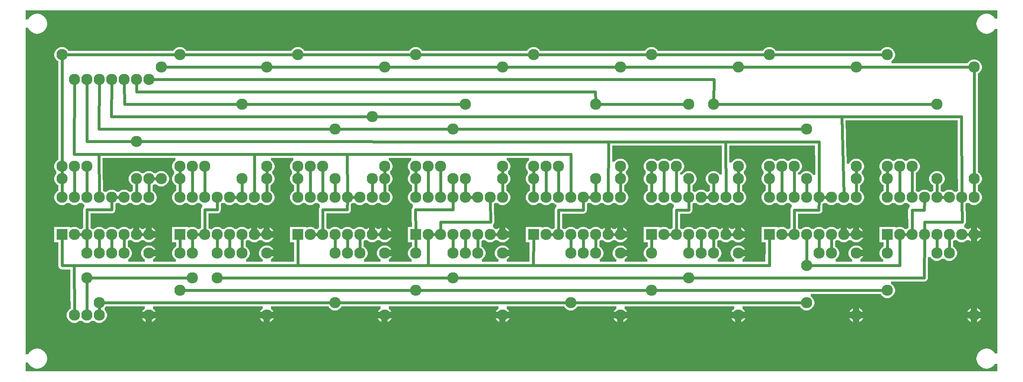
<source format=gbl>
G04 MADE WITH FRITZING*
G04 WWW.FRITZING.ORG*
G04 DOUBLE SIDED*
G04 HOLES PLATED*
G04 CONTOUR ON CENTER OF CONTOUR VECTOR*
%ASAXBY*%
%FSLAX23Y23*%
%MOIN*%
%OFA0B0*%
%SFA1.0B1.0*%
%ADD10C,0.075000*%
%ADD11C,0.090551*%
%ADD12R,0.090551X0.090551*%
%ADD13C,0.024000*%
%LNCOPPER0*%
G90*
G70*
G54D10*
X731Y1594D03*
X2107Y1686D03*
X3051Y1686D03*
X4007Y1686D03*
X5340Y1792D03*
X6290Y1791D03*
X6727Y1985D03*
X261Y2860D03*
G54D11*
X6982Y1143D03*
X6982Y1443D03*
X7082Y1143D03*
X7082Y1443D03*
X7182Y1143D03*
X7182Y1443D03*
X7282Y1143D03*
X7282Y1443D03*
X7382Y1143D03*
X7382Y1443D03*
X7482Y1143D03*
X7482Y1443D03*
X7582Y1143D03*
X7582Y1443D03*
X7682Y1143D03*
X7682Y1443D03*
X6032Y1143D03*
X6032Y1443D03*
X6132Y1143D03*
X6132Y1443D03*
X6232Y1143D03*
X6232Y1443D03*
X6332Y1143D03*
X6332Y1443D03*
X6432Y1143D03*
X6432Y1443D03*
X6532Y1143D03*
X6532Y1443D03*
X6632Y1143D03*
X6632Y1443D03*
X6732Y1143D03*
X6732Y1443D03*
X5082Y1143D03*
X5082Y1443D03*
X5182Y1143D03*
X5182Y1443D03*
X5282Y1143D03*
X5282Y1443D03*
X5382Y1143D03*
X5382Y1443D03*
X5482Y1143D03*
X5482Y1443D03*
X5582Y1143D03*
X5582Y1443D03*
X5682Y1143D03*
X5682Y1443D03*
X5782Y1143D03*
X5782Y1443D03*
X4132Y1143D03*
X4132Y1443D03*
X4232Y1143D03*
X4232Y1443D03*
X4332Y1143D03*
X4332Y1443D03*
X4432Y1143D03*
X4432Y1443D03*
X4532Y1143D03*
X4532Y1443D03*
X4632Y1143D03*
X4632Y1443D03*
X4732Y1143D03*
X4732Y1443D03*
X4832Y1143D03*
X4832Y1443D03*
X3182Y1143D03*
X3182Y1443D03*
X3282Y1143D03*
X3282Y1443D03*
X3382Y1143D03*
X3382Y1443D03*
X3482Y1143D03*
X3482Y1443D03*
X3582Y1143D03*
X3582Y1443D03*
X3682Y1143D03*
X3682Y1443D03*
X3782Y1143D03*
X3782Y1443D03*
X3882Y1143D03*
X3882Y1443D03*
X2232Y1143D03*
X2232Y1443D03*
X2332Y1143D03*
X2332Y1443D03*
X2432Y1143D03*
X2432Y1443D03*
X2532Y1143D03*
X2532Y1443D03*
X2632Y1143D03*
X2632Y1443D03*
X2732Y1143D03*
X2732Y1443D03*
X2832Y1143D03*
X2832Y1443D03*
X2932Y1143D03*
X2932Y1443D03*
X1282Y1143D03*
X1282Y1443D03*
X1382Y1143D03*
X1382Y1443D03*
X1482Y1143D03*
X1482Y1443D03*
X1582Y1143D03*
X1582Y1443D03*
X1682Y1143D03*
X1682Y1443D03*
X1782Y1143D03*
X1782Y1443D03*
X1882Y1143D03*
X1882Y1443D03*
X1982Y1143D03*
X1982Y1443D03*
X332Y1143D03*
X332Y1443D03*
X432Y1143D03*
X432Y1443D03*
X532Y1143D03*
X532Y1443D03*
X632Y1143D03*
X632Y1443D03*
X732Y1143D03*
X732Y1443D03*
X832Y1143D03*
X832Y1443D03*
X932Y1143D03*
X932Y1443D03*
X1032Y1143D03*
X1032Y1443D03*
X6332Y893D03*
X6332Y593D03*
X4432Y593D03*
X6982Y693D03*
X6982Y993D03*
X3182Y693D03*
X3182Y993D03*
X632Y593D03*
X2532Y593D03*
X2532Y993D03*
X5382Y993D03*
X5382Y793D03*
X1582Y993D03*
X5082Y993D03*
X5082Y693D03*
X1282Y693D03*
X1282Y993D03*
X4432Y993D03*
X3482Y793D03*
X532Y993D03*
X532Y793D03*
X1382Y793D03*
X1382Y993D03*
X1582Y793D03*
X5382Y1593D03*
X5382Y2193D03*
X4632Y2193D03*
X4632Y1593D03*
X7382Y2193D03*
X7382Y1593D03*
X5582Y1593D03*
X5582Y2193D03*
X1782Y1593D03*
X1782Y2193D03*
X3582Y1593D03*
X3582Y2193D03*
X2832Y2093D03*
X2832Y1593D03*
X6332Y1593D03*
X6332Y1993D03*
X3482Y1993D03*
X3482Y1593D03*
X2532Y1993D03*
X2532Y1593D03*
X932Y1893D03*
X932Y1593D03*
X632Y993D03*
X3482Y993D03*
X7382Y993D03*
X7482Y993D03*
X6432Y993D03*
X6532Y993D03*
X5482Y993D03*
X5582Y993D03*
X4532Y993D03*
X4632Y993D03*
X3582Y993D03*
X3682Y993D03*
X2632Y993D03*
X2732Y993D03*
X1682Y993D03*
X1782Y993D03*
X732Y993D03*
X832Y993D03*
X1282Y1593D03*
X432Y1693D03*
X532Y1693D03*
X1032Y493D03*
X3882Y493D03*
X6732Y493D03*
X1982Y493D03*
X2932Y493D03*
X4832Y493D03*
X5782Y493D03*
X6732Y993D03*
X2932Y993D03*
X1982Y993D03*
X3882Y993D03*
X5782Y993D03*
X4832Y993D03*
X1032Y993D03*
X2232Y2593D03*
X4132Y2593D03*
X1282Y2593D03*
X3182Y2593D03*
X6032Y2593D03*
X5082Y2593D03*
X6982Y2593D03*
X332Y2593D03*
X6982Y1693D03*
X6032Y1693D03*
X2232Y1693D03*
X1282Y1693D03*
X3182Y1693D03*
X5082Y1693D03*
X4132Y1693D03*
X332Y1693D03*
X6732Y2493D03*
X2932Y2493D03*
X1982Y2493D03*
X3882Y2493D03*
X5782Y2493D03*
X4832Y2493D03*
X1132Y2493D03*
X6732Y1693D03*
X5782Y1693D03*
X4832Y1693D03*
X3882Y1693D03*
X2932Y1693D03*
X1982Y1693D03*
X1132Y1593D03*
X332Y1593D03*
X1382Y1693D03*
X1482Y1693D03*
X7082Y1693D03*
X7182Y1693D03*
X6132Y1693D03*
X6232Y1693D03*
X5182Y1693D03*
X5282Y1693D03*
X4232Y1693D03*
X4332Y1693D03*
X3282Y1693D03*
X3382Y1693D03*
X2332Y1693D03*
X2432Y1693D03*
X2232Y1593D03*
X7682Y1593D03*
X6982Y1593D03*
X6732Y1593D03*
X6032Y1593D03*
X5782Y1593D03*
X5082Y1593D03*
X4832Y1593D03*
X4132Y1593D03*
X3882Y1593D03*
X3182Y1593D03*
X2932Y1593D03*
X1982Y1593D03*
X1032Y1593D03*
X7682Y493D03*
X7682Y2493D03*
X432Y493D03*
X532Y493D03*
X632Y493D03*
X432Y2393D03*
X532Y2393D03*
X632Y2393D03*
X732Y2393D03*
X832Y2393D03*
X932Y2393D03*
X1032Y2393D03*
G54D12*
X6982Y1143D03*
X6032Y1143D03*
X5082Y1143D03*
X4132Y1143D03*
X3182Y1143D03*
X2232Y1143D03*
X1282Y1143D03*
X332Y1143D03*
G54D13*
X532Y1119D02*
X532Y1018D01*
D02*
X1382Y1119D02*
X1382Y1018D01*
D02*
X557Y793D02*
X1357Y793D01*
D02*
X430Y893D02*
X431Y518D01*
D02*
X532Y769D02*
X532Y518D01*
D02*
X632Y569D02*
X632Y518D01*
D02*
X430Y1792D02*
X432Y2369D01*
D02*
X4735Y1891D02*
X957Y1893D01*
D02*
X932Y1468D02*
X932Y1569D01*
D02*
X533Y1896D02*
X532Y2369D01*
D02*
X907Y1894D02*
X533Y1896D01*
D02*
X2532Y1468D02*
X2532Y1569D01*
D02*
X3482Y1468D02*
X3482Y1569D01*
D02*
X2557Y1993D02*
X3457Y1993D01*
D02*
X6332Y1468D02*
X6332Y1569D01*
D02*
X3507Y1993D02*
X6307Y1993D01*
D02*
X630Y1996D02*
X2507Y1994D01*
D02*
X632Y2369D02*
X630Y1996D01*
D02*
X7579Y2095D02*
X6614Y2093D01*
D02*
X6614Y2093D02*
X6631Y1468D01*
D02*
X7582Y1468D02*
X7579Y2095D01*
D02*
X2832Y1468D02*
X2832Y1569D01*
D02*
X6614Y2093D02*
X2857Y2093D01*
D02*
X728Y2095D02*
X731Y2369D01*
D02*
X2807Y2094D02*
X728Y2095D01*
D02*
X1782Y1569D02*
X1782Y1468D01*
D02*
X3557Y2193D02*
X1807Y2193D01*
D02*
X3582Y1468D02*
X3582Y1569D01*
D02*
X834Y2193D02*
X832Y2369D01*
D02*
X1757Y2193D02*
X834Y2193D01*
D02*
X5582Y1468D02*
X5582Y1569D01*
D02*
X7382Y1468D02*
X7382Y1569D01*
D02*
X5607Y2193D02*
X7357Y2193D01*
D02*
X1031Y2394D02*
X5584Y2394D01*
D02*
X5584Y2394D02*
X5582Y2218D01*
D02*
X1018Y2414D02*
X1031Y2394D01*
D02*
X4657Y2193D02*
X5357Y2193D01*
D02*
X932Y2296D02*
X932Y2369D01*
D02*
X4629Y2296D02*
X932Y2296D01*
D02*
X4631Y2218D02*
X4629Y2296D01*
D02*
X4632Y1468D02*
X4632Y1569D01*
D02*
X5382Y1468D02*
X5382Y1569D01*
D02*
X7682Y1618D02*
X7682Y2469D01*
D02*
X1957Y2493D02*
X1157Y2493D01*
D02*
X2007Y2493D02*
X2907Y2493D01*
D02*
X7657Y2493D02*
X6757Y2493D01*
D02*
X2957Y2493D02*
X3857Y2493D01*
D02*
X3907Y2493D02*
X4807Y2493D01*
D02*
X4857Y2493D02*
X5757Y2493D01*
D02*
X5807Y2493D02*
X6707Y2493D01*
D02*
X1057Y1593D02*
X1107Y1593D01*
D02*
X1982Y1618D02*
X1982Y1669D01*
D02*
X2932Y1618D02*
X2932Y1669D01*
D02*
X3882Y1618D02*
X3882Y1669D01*
D02*
X4832Y1618D02*
X4832Y1669D01*
D02*
X5782Y1618D02*
X5782Y1669D01*
D02*
X6732Y1618D02*
X6732Y1669D01*
D02*
X6057Y2593D02*
X6957Y2593D01*
D02*
X6007Y2593D02*
X5107Y2593D01*
D02*
X5057Y2593D02*
X4157Y2593D01*
D02*
X4107Y2593D02*
X3207Y2593D01*
D02*
X3157Y2593D02*
X2257Y2593D01*
D02*
X2207Y2593D02*
X1307Y2593D01*
D02*
X1257Y2593D02*
X357Y2593D01*
D02*
X332Y1718D02*
X332Y2569D01*
D02*
X332Y1669D02*
X332Y1618D01*
D02*
X1282Y1669D02*
X1282Y1618D01*
D02*
X2232Y1669D02*
X2232Y1618D01*
D02*
X3182Y1669D02*
X3182Y1618D01*
D02*
X4132Y1669D02*
X4132Y1618D01*
D02*
X5082Y1669D02*
X5082Y1618D01*
D02*
X6032Y1669D02*
X6032Y1618D01*
D02*
X6982Y1669D02*
X6982Y1618D01*
D02*
X3482Y1344D02*
X3180Y1344D01*
D02*
X3180Y1344D02*
X3181Y1168D01*
D02*
X3482Y1419D02*
X3482Y1344D01*
D02*
X332Y1468D02*
X332Y1569D01*
D02*
X1032Y1468D02*
X1032Y1569D01*
D02*
X1982Y1468D02*
X1982Y1569D01*
D02*
X2232Y1468D02*
X2232Y1569D01*
D02*
X2932Y1468D02*
X2932Y1569D01*
D02*
X3182Y1468D02*
X3182Y1569D01*
D02*
X3882Y1468D02*
X3882Y1569D01*
D02*
X7682Y1468D02*
X7682Y1569D01*
D02*
X6982Y1468D02*
X6982Y1569D01*
D02*
X6732Y1468D02*
X6732Y1569D01*
D02*
X6032Y1468D02*
X6032Y1569D01*
D02*
X5782Y1468D02*
X5782Y1569D01*
D02*
X5082Y1468D02*
X5082Y1569D01*
D02*
X4832Y1468D02*
X4832Y1569D01*
D02*
X4132Y1468D02*
X4132Y1569D01*
D02*
X532Y1344D02*
X532Y1168D01*
D02*
X731Y1344D02*
X532Y1344D01*
D02*
X732Y1419D02*
X731Y1344D01*
D02*
X807Y1443D02*
X757Y1443D01*
D02*
X1581Y1344D02*
X1582Y1419D01*
D02*
X1482Y1344D02*
X1581Y1344D01*
D02*
X1482Y1168D02*
X1482Y1344D01*
D02*
X1457Y1143D02*
X1407Y1143D01*
D02*
X1707Y1443D02*
X1757Y1443D01*
D02*
X507Y1143D02*
X457Y1143D01*
D02*
X2630Y1344D02*
X2431Y1344D01*
D02*
X2431Y1344D02*
X2432Y1168D01*
D02*
X2631Y1419D02*
X2630Y1344D01*
D02*
X2407Y1143D02*
X2357Y1143D01*
D02*
X2657Y1443D02*
X2707Y1443D01*
D02*
X3784Y1243D02*
X3381Y1243D01*
D02*
X3782Y1419D02*
X3784Y1243D01*
D02*
X3381Y1243D02*
X3382Y1168D01*
D02*
X3357Y1143D02*
X3307Y1143D01*
D02*
X3607Y1443D02*
X3657Y1443D01*
D02*
X4531Y1342D02*
X4332Y1342D01*
D02*
X4332Y1342D02*
X4332Y1168D01*
D02*
X4532Y1419D02*
X4531Y1342D01*
D02*
X4557Y1443D02*
X4607Y1443D01*
D02*
X4307Y1143D02*
X4257Y1143D01*
D02*
X5381Y1342D02*
X5282Y1342D01*
D02*
X5282Y1342D02*
X5282Y1168D01*
D02*
X5382Y1419D02*
X5381Y1342D01*
D02*
X5557Y1443D02*
X5507Y1443D01*
D02*
X5257Y1143D02*
X5207Y1143D01*
D02*
X6430Y1342D02*
X6231Y1342D01*
D02*
X6231Y1342D02*
X6232Y1168D01*
D02*
X6431Y1419D02*
X6430Y1342D01*
D02*
X6457Y1443D02*
X6507Y1443D01*
D02*
X6207Y1143D02*
X6157Y1143D01*
D02*
X7181Y1342D02*
X7182Y1168D01*
D02*
X7280Y1342D02*
X7181Y1342D01*
D02*
X7281Y1419D02*
X7280Y1342D01*
D02*
X7457Y1443D02*
X7407Y1443D01*
D02*
X7157Y1143D02*
X7107Y1143D01*
D02*
X432Y1468D02*
X432Y1669D01*
D02*
X532Y1468D02*
X532Y1669D01*
D02*
X2332Y1468D02*
X2332Y1669D01*
D02*
X2432Y1468D02*
X2432Y1669D01*
D02*
X3282Y1468D02*
X3282Y1669D01*
D02*
X3382Y1468D02*
X3382Y1669D01*
D02*
X4232Y1468D02*
X4232Y1669D01*
D02*
X4332Y1468D02*
X4332Y1669D01*
D02*
X5182Y1468D02*
X5182Y1669D01*
D02*
X5282Y1468D02*
X5282Y1669D01*
D02*
X6132Y1468D02*
X6132Y1669D01*
D02*
X6232Y1468D02*
X6232Y1669D01*
D02*
X7082Y1468D02*
X7082Y1669D01*
D02*
X7182Y1468D02*
X7182Y1669D01*
D02*
X1282Y1468D02*
X1282Y1569D01*
D02*
X1382Y1468D02*
X1382Y1669D01*
D02*
X1482Y1468D02*
X1482Y1669D01*
D02*
X732Y1018D02*
X732Y1119D01*
D02*
X832Y1018D02*
X832Y1119D01*
D02*
X7382Y1018D02*
X7382Y1119D01*
D02*
X7482Y1018D02*
X7482Y1119D01*
D02*
X6532Y1018D02*
X6532Y1119D01*
D02*
X6432Y1018D02*
X6432Y1119D01*
D02*
X5582Y1018D02*
X5582Y1119D01*
D02*
X5482Y1018D02*
X5482Y1119D01*
D02*
X4632Y1018D02*
X4632Y1119D01*
D02*
X4532Y1018D02*
X4532Y1119D01*
D02*
X3682Y1018D02*
X3682Y1119D01*
D02*
X3582Y1018D02*
X3582Y1119D01*
D02*
X2732Y1018D02*
X2732Y1119D01*
D02*
X2632Y1018D02*
X2632Y1119D01*
D02*
X1782Y1018D02*
X1782Y1119D01*
D02*
X1682Y1018D02*
X1682Y1119D01*
D02*
X2232Y895D02*
X430Y893D01*
D02*
X332Y893D02*
X332Y1119D01*
D02*
X430Y893D02*
X332Y893D01*
D02*
X3282Y894D02*
X2232Y895D01*
D02*
X4129Y895D02*
X4131Y1119D01*
D02*
X6031Y895D02*
X6032Y1119D01*
D02*
X4129Y895D02*
X6031Y895D01*
D02*
X4129Y895D02*
X3282Y894D01*
D02*
X3282Y894D02*
X3282Y1119D01*
D02*
X2232Y895D02*
X2232Y1119D01*
D02*
X1883Y1792D02*
X430Y1792D01*
D02*
X630Y1792D02*
X632Y1468D01*
D02*
X430Y1792D02*
X630Y1792D01*
D02*
X1882Y1468D02*
X1883Y1792D01*
D02*
X2629Y1792D02*
X2631Y1468D01*
D02*
X1883Y1792D02*
X2629Y1792D01*
D02*
X4432Y1792D02*
X4432Y1468D01*
D02*
X2629Y1792D02*
X4432Y1792D01*
D02*
X5680Y1892D02*
X4735Y1891D01*
D02*
X4735Y1891D02*
X4732Y1468D01*
D02*
X6431Y1892D02*
X5680Y1892D01*
D02*
X6431Y1892D02*
X6432Y1468D01*
D02*
X5680Y1892D02*
X5682Y1468D01*
D02*
X6357Y894D02*
X7083Y895D01*
D02*
X7083Y895D02*
X7082Y1119D01*
D02*
X3482Y1018D02*
X3482Y1119D01*
D02*
X632Y1018D02*
X632Y1119D01*
D02*
X3457Y793D02*
X1607Y793D01*
D02*
X4432Y1018D02*
X4432Y1119D01*
D02*
X5082Y1018D02*
X5082Y1119D01*
D02*
X1282Y1018D02*
X1282Y1119D01*
D02*
X3157Y693D02*
X1307Y693D01*
D02*
X5057Y693D02*
X3207Y693D01*
D02*
X1582Y1018D02*
X1582Y1119D01*
D02*
X5407Y794D02*
X7279Y796D01*
D02*
X7279Y796D02*
X7281Y1119D01*
D02*
X3507Y793D02*
X5382Y793D01*
D02*
X5382Y1018D02*
X5382Y1119D01*
D02*
X2507Y593D02*
X657Y593D01*
D02*
X5107Y693D02*
X6957Y693D01*
D02*
X6982Y1018D02*
X6982Y1119D01*
D02*
X6332Y918D02*
X6332Y1119D01*
D02*
X6307Y593D02*
X4457Y593D01*
D02*
X3182Y1018D02*
X3182Y1119D01*
D02*
X2532Y1018D02*
X2532Y1119D01*
D02*
X2557Y593D02*
X4407Y593D01*
D02*
X7584Y1245D02*
X7582Y1419D01*
D02*
X7283Y1245D02*
X7584Y1245D01*
D02*
X7282Y1168D02*
X7283Y1245D01*
D02*
X3857Y1143D02*
X3807Y1143D01*
D02*
X2907Y1143D02*
X2857Y1143D01*
D02*
X4807Y1143D02*
X4757Y1143D01*
D02*
X1007Y1143D02*
X957Y1143D01*
D02*
X1957Y1143D02*
X1907Y1143D01*
D02*
X5757Y1143D02*
X5707Y1143D01*
D02*
X6707Y1143D02*
X6657Y1143D01*
D02*
X7657Y1143D02*
X7607Y1143D01*
G36*
X660Y1762D02*
X660Y1656D01*
X1144Y1656D01*
X1144Y1654D01*
X1150Y1654D01*
X1150Y1652D01*
X1154Y1652D01*
X1154Y1650D01*
X1158Y1650D01*
X1158Y1648D01*
X1162Y1648D01*
X1162Y1646D01*
X1164Y1646D01*
X1164Y1644D01*
X1166Y1644D01*
X1166Y1642D01*
X1170Y1642D01*
X1170Y1640D01*
X1172Y1640D01*
X1172Y1638D01*
X1174Y1638D01*
X1174Y1636D01*
X1176Y1636D01*
X1176Y1634D01*
X1178Y1634D01*
X1178Y1632D01*
X1180Y1632D01*
X1180Y1628D01*
X1182Y1628D01*
X1182Y1626D01*
X1184Y1626D01*
X1184Y1624D01*
X1186Y1624D01*
X1186Y1620D01*
X1188Y1620D01*
X1188Y1616D01*
X1190Y1616D01*
X1190Y1612D01*
X1192Y1612D01*
X1192Y1606D01*
X1194Y1606D01*
X1194Y1580D01*
X1192Y1580D01*
X1192Y1574D01*
X1190Y1574D01*
X1190Y1570D01*
X1188Y1570D01*
X1188Y1566D01*
X1186Y1566D01*
X1186Y1564D01*
X1184Y1564D01*
X1184Y1560D01*
X1182Y1560D01*
X1182Y1558D01*
X1180Y1558D01*
X1180Y1556D01*
X1178Y1556D01*
X1178Y1554D01*
X1176Y1554D01*
X1176Y1550D01*
X1174Y1550D01*
X1174Y1548D01*
X1170Y1548D01*
X1170Y1546D01*
X1168Y1546D01*
X1168Y1544D01*
X1166Y1544D01*
X1166Y1542D01*
X1164Y1542D01*
X1164Y1540D01*
X1160Y1540D01*
X1160Y1538D01*
X1156Y1538D01*
X1156Y1536D01*
X1152Y1536D01*
X1152Y1534D01*
X1148Y1534D01*
X1148Y1532D01*
X1140Y1532D01*
X1140Y1530D01*
X1252Y1530D01*
X1252Y1540D01*
X1250Y1540D01*
X1250Y1542D01*
X1248Y1542D01*
X1248Y1544D01*
X1244Y1544D01*
X1244Y1546D01*
X1242Y1546D01*
X1242Y1548D01*
X1240Y1548D01*
X1240Y1550D01*
X1238Y1550D01*
X1238Y1552D01*
X1236Y1552D01*
X1236Y1554D01*
X1234Y1554D01*
X1234Y1556D01*
X1232Y1556D01*
X1232Y1560D01*
X1230Y1560D01*
X1230Y1562D01*
X1228Y1562D01*
X1228Y1566D01*
X1226Y1566D01*
X1226Y1568D01*
X1224Y1568D01*
X1224Y1572D01*
X1222Y1572D01*
X1222Y1578D01*
X1220Y1578D01*
X1220Y1586D01*
X1218Y1586D01*
X1218Y1600D01*
X1220Y1600D01*
X1220Y1608D01*
X1222Y1608D01*
X1222Y1614D01*
X1224Y1614D01*
X1224Y1618D01*
X1226Y1618D01*
X1226Y1622D01*
X1228Y1622D01*
X1228Y1624D01*
X1230Y1624D01*
X1230Y1628D01*
X1232Y1628D01*
X1232Y1630D01*
X1234Y1630D01*
X1234Y1632D01*
X1236Y1632D01*
X1236Y1654D01*
X1234Y1654D01*
X1234Y1656D01*
X1232Y1656D01*
X1232Y1660D01*
X1230Y1660D01*
X1230Y1662D01*
X1228Y1662D01*
X1228Y1666D01*
X1226Y1666D01*
X1226Y1668D01*
X1224Y1668D01*
X1224Y1672D01*
X1222Y1672D01*
X1222Y1678D01*
X1220Y1678D01*
X1220Y1686D01*
X1218Y1686D01*
X1218Y1700D01*
X1220Y1700D01*
X1220Y1708D01*
X1222Y1708D01*
X1222Y1714D01*
X1224Y1714D01*
X1224Y1718D01*
X1226Y1718D01*
X1226Y1722D01*
X1228Y1722D01*
X1228Y1724D01*
X1230Y1724D01*
X1230Y1728D01*
X1232Y1728D01*
X1232Y1730D01*
X1234Y1730D01*
X1234Y1732D01*
X1236Y1732D01*
X1236Y1734D01*
X1238Y1734D01*
X1238Y1736D01*
X1240Y1736D01*
X1240Y1738D01*
X1242Y1738D01*
X1242Y1740D01*
X1244Y1740D01*
X1244Y1742D01*
X1246Y1742D01*
X1246Y1762D01*
X660Y1762D01*
G37*
D02*
G36*
X660Y1656D02*
X660Y1584D01*
X662Y1584D01*
X662Y1506D01*
X844Y1506D01*
X844Y1504D01*
X850Y1504D01*
X850Y1502D01*
X854Y1502D01*
X854Y1500D01*
X858Y1500D01*
X858Y1498D01*
X862Y1498D01*
X862Y1496D01*
X864Y1496D01*
X864Y1494D01*
X866Y1494D01*
X866Y1492D01*
X870Y1492D01*
X870Y1490D01*
X872Y1490D01*
X872Y1488D01*
X892Y1488D01*
X892Y1490D01*
X894Y1490D01*
X894Y1492D01*
X896Y1492D01*
X896Y1494D01*
X898Y1494D01*
X898Y1496D01*
X902Y1496D01*
X902Y1540D01*
X900Y1540D01*
X900Y1542D01*
X898Y1542D01*
X898Y1544D01*
X894Y1544D01*
X894Y1546D01*
X892Y1546D01*
X892Y1548D01*
X890Y1548D01*
X890Y1550D01*
X888Y1550D01*
X888Y1552D01*
X886Y1552D01*
X886Y1554D01*
X884Y1554D01*
X884Y1556D01*
X882Y1556D01*
X882Y1560D01*
X880Y1560D01*
X880Y1562D01*
X878Y1562D01*
X878Y1566D01*
X876Y1566D01*
X876Y1568D01*
X874Y1568D01*
X874Y1572D01*
X872Y1572D01*
X872Y1578D01*
X870Y1578D01*
X870Y1586D01*
X868Y1586D01*
X868Y1600D01*
X870Y1600D01*
X870Y1608D01*
X872Y1608D01*
X872Y1614D01*
X874Y1614D01*
X874Y1618D01*
X876Y1618D01*
X876Y1622D01*
X878Y1622D01*
X878Y1624D01*
X880Y1624D01*
X880Y1628D01*
X882Y1628D01*
X882Y1630D01*
X884Y1630D01*
X884Y1632D01*
X886Y1632D01*
X886Y1634D01*
X888Y1634D01*
X888Y1636D01*
X890Y1636D01*
X890Y1638D01*
X892Y1638D01*
X892Y1640D01*
X894Y1640D01*
X894Y1642D01*
X896Y1642D01*
X896Y1644D01*
X898Y1644D01*
X898Y1646D01*
X902Y1646D01*
X902Y1648D01*
X906Y1648D01*
X906Y1650D01*
X910Y1650D01*
X910Y1652D01*
X914Y1652D01*
X914Y1654D01*
X920Y1654D01*
X920Y1656D01*
X660Y1656D01*
G37*
D02*
G36*
X944Y1656D02*
X944Y1654D01*
X950Y1654D01*
X950Y1652D01*
X954Y1652D01*
X954Y1650D01*
X958Y1650D01*
X958Y1648D01*
X962Y1648D01*
X962Y1646D01*
X964Y1646D01*
X964Y1644D01*
X966Y1644D01*
X966Y1642D01*
X970Y1642D01*
X970Y1640D01*
X972Y1640D01*
X972Y1638D01*
X992Y1638D01*
X992Y1640D01*
X994Y1640D01*
X994Y1642D01*
X996Y1642D01*
X996Y1644D01*
X998Y1644D01*
X998Y1646D01*
X1002Y1646D01*
X1002Y1648D01*
X1006Y1648D01*
X1006Y1650D01*
X1010Y1650D01*
X1010Y1652D01*
X1014Y1652D01*
X1014Y1654D01*
X1020Y1654D01*
X1020Y1656D01*
X944Y1656D01*
G37*
D02*
G36*
X1044Y1656D02*
X1044Y1654D01*
X1050Y1654D01*
X1050Y1652D01*
X1054Y1652D01*
X1054Y1650D01*
X1058Y1650D01*
X1058Y1648D01*
X1062Y1648D01*
X1062Y1646D01*
X1064Y1646D01*
X1064Y1644D01*
X1066Y1644D01*
X1066Y1642D01*
X1070Y1642D01*
X1070Y1640D01*
X1072Y1640D01*
X1072Y1638D01*
X1092Y1638D01*
X1092Y1640D01*
X1094Y1640D01*
X1094Y1642D01*
X1096Y1642D01*
X1096Y1644D01*
X1098Y1644D01*
X1098Y1646D01*
X1102Y1646D01*
X1102Y1648D01*
X1106Y1648D01*
X1106Y1650D01*
X1110Y1650D01*
X1110Y1652D01*
X1114Y1652D01*
X1114Y1654D01*
X1120Y1654D01*
X1120Y1656D01*
X1044Y1656D01*
G37*
D02*
G36*
X1070Y1548D02*
X1070Y1546D01*
X1068Y1546D01*
X1068Y1544D01*
X1066Y1544D01*
X1066Y1542D01*
X1064Y1542D01*
X1064Y1540D01*
X1062Y1540D01*
X1062Y1530D01*
X1122Y1530D01*
X1122Y1532D01*
X1116Y1532D01*
X1116Y1534D01*
X1110Y1534D01*
X1110Y1536D01*
X1106Y1536D01*
X1106Y1538D01*
X1102Y1538D01*
X1102Y1540D01*
X1100Y1540D01*
X1100Y1542D01*
X1098Y1542D01*
X1098Y1544D01*
X1094Y1544D01*
X1094Y1546D01*
X1092Y1546D01*
X1092Y1548D01*
X1070Y1548D01*
G37*
D02*
G36*
X1062Y1530D02*
X1062Y1528D01*
X1252Y1528D01*
X1252Y1530D01*
X1062Y1530D01*
G37*
D02*
G36*
X1062Y1530D02*
X1062Y1528D01*
X1252Y1528D01*
X1252Y1530D01*
X1062Y1530D01*
G37*
D02*
G36*
X1062Y1528D02*
X1062Y1496D01*
X1064Y1496D01*
X1064Y1494D01*
X1066Y1494D01*
X1066Y1492D01*
X1070Y1492D01*
X1070Y1490D01*
X1072Y1490D01*
X1072Y1488D01*
X1074Y1488D01*
X1074Y1486D01*
X1076Y1486D01*
X1076Y1484D01*
X1078Y1484D01*
X1078Y1482D01*
X1080Y1482D01*
X1080Y1478D01*
X1082Y1478D01*
X1082Y1476D01*
X1084Y1476D01*
X1084Y1474D01*
X1086Y1474D01*
X1086Y1470D01*
X1088Y1470D01*
X1088Y1466D01*
X1090Y1466D01*
X1090Y1462D01*
X1092Y1462D01*
X1092Y1456D01*
X1094Y1456D01*
X1094Y1430D01*
X1092Y1430D01*
X1092Y1424D01*
X1090Y1424D01*
X1090Y1420D01*
X1088Y1420D01*
X1088Y1416D01*
X1086Y1416D01*
X1086Y1414D01*
X1084Y1414D01*
X1084Y1410D01*
X1082Y1410D01*
X1082Y1408D01*
X1080Y1408D01*
X1080Y1406D01*
X1078Y1406D01*
X1078Y1404D01*
X1076Y1404D01*
X1076Y1400D01*
X1074Y1400D01*
X1074Y1398D01*
X1070Y1398D01*
X1070Y1396D01*
X1068Y1396D01*
X1068Y1394D01*
X1066Y1394D01*
X1066Y1392D01*
X1064Y1392D01*
X1064Y1390D01*
X1060Y1390D01*
X1060Y1388D01*
X1056Y1388D01*
X1056Y1386D01*
X1052Y1386D01*
X1052Y1384D01*
X1048Y1384D01*
X1048Y1382D01*
X1040Y1382D01*
X1040Y1380D01*
X1272Y1380D01*
X1272Y1382D01*
X1266Y1382D01*
X1266Y1384D01*
X1260Y1384D01*
X1260Y1386D01*
X1256Y1386D01*
X1256Y1388D01*
X1252Y1388D01*
X1252Y1390D01*
X1250Y1390D01*
X1250Y1392D01*
X1248Y1392D01*
X1248Y1394D01*
X1244Y1394D01*
X1244Y1396D01*
X1242Y1396D01*
X1242Y1398D01*
X1240Y1398D01*
X1240Y1400D01*
X1238Y1400D01*
X1238Y1402D01*
X1236Y1402D01*
X1236Y1404D01*
X1234Y1404D01*
X1234Y1406D01*
X1232Y1406D01*
X1232Y1410D01*
X1230Y1410D01*
X1230Y1412D01*
X1228Y1412D01*
X1228Y1416D01*
X1226Y1416D01*
X1226Y1418D01*
X1224Y1418D01*
X1224Y1422D01*
X1222Y1422D01*
X1222Y1428D01*
X1220Y1428D01*
X1220Y1436D01*
X1218Y1436D01*
X1218Y1450D01*
X1220Y1450D01*
X1220Y1458D01*
X1222Y1458D01*
X1222Y1464D01*
X1224Y1464D01*
X1224Y1468D01*
X1226Y1468D01*
X1226Y1472D01*
X1228Y1472D01*
X1228Y1474D01*
X1230Y1474D01*
X1230Y1478D01*
X1232Y1478D01*
X1232Y1480D01*
X1234Y1480D01*
X1234Y1482D01*
X1236Y1482D01*
X1236Y1484D01*
X1238Y1484D01*
X1238Y1486D01*
X1240Y1486D01*
X1240Y1488D01*
X1242Y1488D01*
X1242Y1490D01*
X1244Y1490D01*
X1244Y1492D01*
X1246Y1492D01*
X1246Y1494D01*
X1248Y1494D01*
X1248Y1496D01*
X1252Y1496D01*
X1252Y1528D01*
X1062Y1528D01*
G37*
D02*
G36*
X662Y1506D02*
X662Y1496D01*
X664Y1496D01*
X664Y1494D01*
X666Y1494D01*
X666Y1492D01*
X670Y1492D01*
X670Y1490D01*
X672Y1490D01*
X672Y1488D01*
X692Y1488D01*
X692Y1490D01*
X694Y1490D01*
X694Y1492D01*
X696Y1492D01*
X696Y1494D01*
X698Y1494D01*
X698Y1496D01*
X702Y1496D01*
X702Y1498D01*
X706Y1498D01*
X706Y1500D01*
X710Y1500D01*
X710Y1502D01*
X714Y1502D01*
X714Y1504D01*
X720Y1504D01*
X720Y1506D01*
X662Y1506D01*
G37*
D02*
G36*
X744Y1506D02*
X744Y1504D01*
X750Y1504D01*
X750Y1502D01*
X754Y1502D01*
X754Y1500D01*
X758Y1500D01*
X758Y1498D01*
X762Y1498D01*
X762Y1496D01*
X764Y1496D01*
X764Y1494D01*
X766Y1494D01*
X766Y1492D01*
X770Y1492D01*
X770Y1490D01*
X772Y1490D01*
X772Y1488D01*
X792Y1488D01*
X792Y1490D01*
X794Y1490D01*
X794Y1492D01*
X796Y1492D01*
X796Y1494D01*
X798Y1494D01*
X798Y1496D01*
X802Y1496D01*
X802Y1498D01*
X806Y1498D01*
X806Y1500D01*
X810Y1500D01*
X810Y1502D01*
X814Y1502D01*
X814Y1504D01*
X820Y1504D01*
X820Y1506D01*
X744Y1506D01*
G37*
D02*
G36*
X770Y1398D02*
X770Y1396D01*
X768Y1396D01*
X768Y1394D01*
X766Y1394D01*
X766Y1392D01*
X764Y1392D01*
X764Y1390D01*
X762Y1390D01*
X762Y1380D01*
X822Y1380D01*
X822Y1382D01*
X816Y1382D01*
X816Y1384D01*
X810Y1384D01*
X810Y1386D01*
X806Y1386D01*
X806Y1388D01*
X802Y1388D01*
X802Y1390D01*
X800Y1390D01*
X800Y1392D01*
X798Y1392D01*
X798Y1394D01*
X794Y1394D01*
X794Y1396D01*
X792Y1396D01*
X792Y1398D01*
X770Y1398D01*
G37*
D02*
G36*
X870Y1398D02*
X870Y1396D01*
X868Y1396D01*
X868Y1394D01*
X866Y1394D01*
X866Y1392D01*
X864Y1392D01*
X864Y1390D01*
X860Y1390D01*
X860Y1388D01*
X856Y1388D01*
X856Y1386D01*
X852Y1386D01*
X852Y1384D01*
X848Y1384D01*
X848Y1382D01*
X840Y1382D01*
X840Y1380D01*
X922Y1380D01*
X922Y1382D01*
X916Y1382D01*
X916Y1384D01*
X910Y1384D01*
X910Y1386D01*
X906Y1386D01*
X906Y1388D01*
X902Y1388D01*
X902Y1390D01*
X900Y1390D01*
X900Y1392D01*
X898Y1392D01*
X898Y1394D01*
X894Y1394D01*
X894Y1396D01*
X892Y1396D01*
X892Y1398D01*
X870Y1398D01*
G37*
D02*
G36*
X970Y1398D02*
X970Y1396D01*
X968Y1396D01*
X968Y1394D01*
X966Y1394D01*
X966Y1392D01*
X964Y1392D01*
X964Y1390D01*
X960Y1390D01*
X960Y1388D01*
X956Y1388D01*
X956Y1386D01*
X952Y1386D01*
X952Y1384D01*
X948Y1384D01*
X948Y1382D01*
X940Y1382D01*
X940Y1380D01*
X1022Y1380D01*
X1022Y1382D01*
X1016Y1382D01*
X1016Y1384D01*
X1010Y1384D01*
X1010Y1386D01*
X1006Y1386D01*
X1006Y1388D01*
X1002Y1388D01*
X1002Y1390D01*
X1000Y1390D01*
X1000Y1392D01*
X998Y1392D01*
X998Y1394D01*
X994Y1394D01*
X994Y1396D01*
X992Y1396D01*
X992Y1398D01*
X970Y1398D01*
G37*
D02*
G36*
X1320Y1398D02*
X1320Y1396D01*
X1318Y1396D01*
X1318Y1394D01*
X1316Y1394D01*
X1316Y1392D01*
X1314Y1392D01*
X1314Y1390D01*
X1310Y1390D01*
X1310Y1388D01*
X1306Y1388D01*
X1306Y1386D01*
X1302Y1386D01*
X1302Y1384D01*
X1298Y1384D01*
X1298Y1382D01*
X1290Y1382D01*
X1290Y1380D01*
X1372Y1380D01*
X1372Y1382D01*
X1366Y1382D01*
X1366Y1384D01*
X1360Y1384D01*
X1360Y1386D01*
X1356Y1386D01*
X1356Y1388D01*
X1352Y1388D01*
X1352Y1390D01*
X1350Y1390D01*
X1350Y1392D01*
X1348Y1392D01*
X1348Y1394D01*
X1344Y1394D01*
X1344Y1396D01*
X1342Y1396D01*
X1342Y1398D01*
X1320Y1398D01*
G37*
D02*
G36*
X1420Y1398D02*
X1420Y1396D01*
X1418Y1396D01*
X1418Y1394D01*
X1416Y1394D01*
X1416Y1392D01*
X1414Y1392D01*
X1414Y1390D01*
X1410Y1390D01*
X1410Y1388D01*
X1406Y1388D01*
X1406Y1386D01*
X1402Y1386D01*
X1402Y1384D01*
X1398Y1384D01*
X1398Y1382D01*
X1390Y1382D01*
X1390Y1380D01*
X1462Y1380D01*
X1462Y1384D01*
X1460Y1384D01*
X1460Y1386D01*
X1456Y1386D01*
X1456Y1388D01*
X1452Y1388D01*
X1452Y1390D01*
X1450Y1390D01*
X1450Y1392D01*
X1448Y1392D01*
X1448Y1394D01*
X1444Y1394D01*
X1444Y1396D01*
X1442Y1396D01*
X1442Y1398D01*
X1420Y1398D01*
G37*
D02*
G36*
X762Y1380D02*
X762Y1378D01*
X1462Y1378D01*
X1462Y1380D01*
X762Y1380D01*
G37*
D02*
G36*
X762Y1380D02*
X762Y1378D01*
X1462Y1378D01*
X1462Y1380D01*
X762Y1380D01*
G37*
D02*
G36*
X762Y1380D02*
X762Y1378D01*
X1462Y1378D01*
X1462Y1380D01*
X762Y1380D01*
G37*
D02*
G36*
X762Y1380D02*
X762Y1378D01*
X1462Y1378D01*
X1462Y1380D01*
X762Y1380D01*
G37*
D02*
G36*
X762Y1380D02*
X762Y1378D01*
X1462Y1378D01*
X1462Y1380D01*
X762Y1380D01*
G37*
D02*
G36*
X762Y1380D02*
X762Y1378D01*
X1462Y1378D01*
X1462Y1380D01*
X762Y1380D01*
G37*
D02*
G36*
X762Y1378D02*
X762Y1340D01*
X760Y1340D01*
X760Y1332D01*
X758Y1332D01*
X758Y1328D01*
X756Y1328D01*
X756Y1324D01*
X754Y1324D01*
X754Y1322D01*
X752Y1322D01*
X752Y1320D01*
X748Y1320D01*
X748Y1318D01*
X746Y1318D01*
X746Y1316D01*
X740Y1316D01*
X740Y1314D01*
X562Y1314D01*
X562Y1206D01*
X1394Y1206D01*
X1394Y1204D01*
X1400Y1204D01*
X1400Y1202D01*
X1404Y1202D01*
X1404Y1200D01*
X1408Y1200D01*
X1408Y1198D01*
X1412Y1198D01*
X1412Y1196D01*
X1414Y1196D01*
X1414Y1194D01*
X1416Y1194D01*
X1416Y1192D01*
X1420Y1192D01*
X1420Y1190D01*
X1422Y1190D01*
X1422Y1188D01*
X1442Y1188D01*
X1442Y1190D01*
X1444Y1190D01*
X1444Y1192D01*
X1446Y1192D01*
X1446Y1194D01*
X1448Y1194D01*
X1448Y1196D01*
X1452Y1196D01*
X1452Y1352D01*
X1454Y1352D01*
X1454Y1356D01*
X1456Y1356D01*
X1456Y1360D01*
X1458Y1360D01*
X1458Y1362D01*
X1460Y1362D01*
X1460Y1364D01*
X1462Y1364D01*
X1462Y1378D01*
X762Y1378D01*
G37*
D02*
G36*
X562Y1206D02*
X562Y1196D01*
X564Y1196D01*
X564Y1194D01*
X566Y1194D01*
X566Y1192D01*
X570Y1192D01*
X570Y1190D01*
X572Y1190D01*
X572Y1188D01*
X592Y1188D01*
X592Y1190D01*
X594Y1190D01*
X594Y1192D01*
X596Y1192D01*
X596Y1194D01*
X598Y1194D01*
X598Y1196D01*
X602Y1196D01*
X602Y1198D01*
X606Y1198D01*
X606Y1200D01*
X610Y1200D01*
X610Y1202D01*
X614Y1202D01*
X614Y1204D01*
X620Y1204D01*
X620Y1206D01*
X562Y1206D01*
G37*
D02*
G36*
X644Y1206D02*
X644Y1204D01*
X650Y1204D01*
X650Y1202D01*
X654Y1202D01*
X654Y1200D01*
X658Y1200D01*
X658Y1198D01*
X662Y1198D01*
X662Y1196D01*
X664Y1196D01*
X664Y1194D01*
X666Y1194D01*
X666Y1192D01*
X670Y1192D01*
X670Y1190D01*
X672Y1190D01*
X672Y1188D01*
X692Y1188D01*
X692Y1190D01*
X694Y1190D01*
X694Y1192D01*
X696Y1192D01*
X696Y1194D01*
X698Y1194D01*
X698Y1196D01*
X702Y1196D01*
X702Y1198D01*
X706Y1198D01*
X706Y1200D01*
X710Y1200D01*
X710Y1202D01*
X714Y1202D01*
X714Y1204D01*
X720Y1204D01*
X720Y1206D01*
X644Y1206D01*
G37*
D02*
G36*
X744Y1206D02*
X744Y1204D01*
X750Y1204D01*
X750Y1202D01*
X754Y1202D01*
X754Y1200D01*
X758Y1200D01*
X758Y1198D01*
X762Y1198D01*
X762Y1196D01*
X764Y1196D01*
X764Y1194D01*
X766Y1194D01*
X766Y1192D01*
X770Y1192D01*
X770Y1190D01*
X772Y1190D01*
X772Y1188D01*
X792Y1188D01*
X792Y1190D01*
X794Y1190D01*
X794Y1192D01*
X796Y1192D01*
X796Y1194D01*
X798Y1194D01*
X798Y1196D01*
X802Y1196D01*
X802Y1198D01*
X806Y1198D01*
X806Y1200D01*
X810Y1200D01*
X810Y1202D01*
X814Y1202D01*
X814Y1204D01*
X820Y1204D01*
X820Y1206D01*
X744Y1206D01*
G37*
D02*
G36*
X844Y1206D02*
X844Y1204D01*
X850Y1204D01*
X850Y1202D01*
X854Y1202D01*
X854Y1200D01*
X858Y1200D01*
X858Y1198D01*
X862Y1198D01*
X862Y1196D01*
X864Y1196D01*
X864Y1194D01*
X866Y1194D01*
X866Y1192D01*
X870Y1192D01*
X870Y1190D01*
X872Y1190D01*
X872Y1188D01*
X892Y1188D01*
X892Y1190D01*
X894Y1190D01*
X894Y1192D01*
X896Y1192D01*
X896Y1194D01*
X898Y1194D01*
X898Y1196D01*
X902Y1196D01*
X902Y1198D01*
X906Y1198D01*
X906Y1200D01*
X910Y1200D01*
X910Y1202D01*
X914Y1202D01*
X914Y1204D01*
X920Y1204D01*
X920Y1206D01*
X844Y1206D01*
G37*
D02*
G36*
X944Y1206D02*
X944Y1204D01*
X950Y1204D01*
X950Y1202D01*
X954Y1202D01*
X954Y1200D01*
X958Y1200D01*
X958Y1198D01*
X962Y1198D01*
X962Y1196D01*
X964Y1196D01*
X964Y1194D01*
X966Y1194D01*
X966Y1192D01*
X970Y1192D01*
X970Y1190D01*
X972Y1190D01*
X972Y1188D01*
X992Y1188D01*
X992Y1190D01*
X994Y1190D01*
X994Y1192D01*
X996Y1192D01*
X996Y1194D01*
X998Y1194D01*
X998Y1196D01*
X1002Y1196D01*
X1002Y1198D01*
X1006Y1198D01*
X1006Y1200D01*
X1010Y1200D01*
X1010Y1202D01*
X1014Y1202D01*
X1014Y1204D01*
X1020Y1204D01*
X1020Y1206D01*
X944Y1206D01*
G37*
D02*
G36*
X1044Y1206D02*
X1044Y1204D01*
X1050Y1204D01*
X1050Y1202D01*
X1054Y1202D01*
X1054Y1200D01*
X1058Y1200D01*
X1058Y1198D01*
X1062Y1198D01*
X1062Y1196D01*
X1064Y1196D01*
X1064Y1194D01*
X1066Y1194D01*
X1066Y1192D01*
X1070Y1192D01*
X1070Y1190D01*
X1072Y1190D01*
X1072Y1188D01*
X1074Y1188D01*
X1074Y1186D01*
X1076Y1186D01*
X1076Y1184D01*
X1078Y1184D01*
X1078Y1182D01*
X1080Y1182D01*
X1080Y1178D01*
X1082Y1178D01*
X1082Y1176D01*
X1084Y1176D01*
X1084Y1174D01*
X1086Y1174D01*
X1086Y1170D01*
X1088Y1170D01*
X1088Y1166D01*
X1090Y1166D01*
X1090Y1162D01*
X1092Y1162D01*
X1092Y1156D01*
X1094Y1156D01*
X1094Y1130D01*
X1092Y1130D01*
X1092Y1124D01*
X1090Y1124D01*
X1090Y1120D01*
X1088Y1120D01*
X1088Y1116D01*
X1086Y1116D01*
X1086Y1114D01*
X1084Y1114D01*
X1084Y1110D01*
X1082Y1110D01*
X1082Y1108D01*
X1080Y1108D01*
X1080Y1106D01*
X1078Y1106D01*
X1078Y1104D01*
X1076Y1104D01*
X1076Y1100D01*
X1074Y1100D01*
X1074Y1098D01*
X1070Y1098D01*
X1070Y1096D01*
X1068Y1096D01*
X1068Y1094D01*
X1066Y1094D01*
X1066Y1092D01*
X1064Y1092D01*
X1064Y1090D01*
X1060Y1090D01*
X1060Y1088D01*
X1056Y1088D01*
X1056Y1086D01*
X1052Y1086D01*
X1052Y1084D01*
X1048Y1084D01*
X1048Y1082D01*
X1040Y1082D01*
X1040Y1080D01*
X1218Y1080D01*
X1218Y1206D01*
X1044Y1206D01*
G37*
D02*
G36*
X1344Y1206D02*
X1344Y1202D01*
X1364Y1202D01*
X1364Y1204D01*
X1370Y1204D01*
X1370Y1206D01*
X1344Y1206D01*
G37*
D02*
G36*
X870Y1098D02*
X870Y1096D01*
X868Y1096D01*
X868Y1094D01*
X866Y1094D01*
X866Y1092D01*
X864Y1092D01*
X864Y1090D01*
X862Y1090D01*
X862Y1080D01*
X922Y1080D01*
X922Y1082D01*
X916Y1082D01*
X916Y1084D01*
X910Y1084D01*
X910Y1086D01*
X906Y1086D01*
X906Y1088D01*
X902Y1088D01*
X902Y1090D01*
X900Y1090D01*
X900Y1092D01*
X898Y1092D01*
X898Y1094D01*
X894Y1094D01*
X894Y1096D01*
X892Y1096D01*
X892Y1098D01*
X870Y1098D01*
G37*
D02*
G36*
X970Y1098D02*
X970Y1096D01*
X968Y1096D01*
X968Y1094D01*
X966Y1094D01*
X966Y1092D01*
X964Y1092D01*
X964Y1090D01*
X960Y1090D01*
X960Y1088D01*
X956Y1088D01*
X956Y1086D01*
X952Y1086D01*
X952Y1084D01*
X948Y1084D01*
X948Y1082D01*
X940Y1082D01*
X940Y1080D01*
X1022Y1080D01*
X1022Y1082D01*
X1016Y1082D01*
X1016Y1084D01*
X1010Y1084D01*
X1010Y1086D01*
X1006Y1086D01*
X1006Y1088D01*
X1002Y1088D01*
X1002Y1090D01*
X1000Y1090D01*
X1000Y1092D01*
X998Y1092D01*
X998Y1094D01*
X994Y1094D01*
X994Y1096D01*
X992Y1096D01*
X992Y1098D01*
X970Y1098D01*
G37*
D02*
G36*
X862Y1080D02*
X862Y1078D01*
X1252Y1078D01*
X1252Y1080D01*
X862Y1080D01*
G37*
D02*
G36*
X862Y1080D02*
X862Y1078D01*
X1252Y1078D01*
X1252Y1080D01*
X862Y1080D01*
G37*
D02*
G36*
X862Y1080D02*
X862Y1078D01*
X1252Y1078D01*
X1252Y1080D01*
X862Y1080D01*
G37*
D02*
G36*
X862Y1078D02*
X862Y1056D01*
X1044Y1056D01*
X1044Y1054D01*
X1050Y1054D01*
X1050Y1052D01*
X1054Y1052D01*
X1054Y1050D01*
X1058Y1050D01*
X1058Y1048D01*
X1062Y1048D01*
X1062Y1046D01*
X1064Y1046D01*
X1064Y1044D01*
X1066Y1044D01*
X1066Y1042D01*
X1070Y1042D01*
X1070Y1040D01*
X1072Y1040D01*
X1072Y1038D01*
X1074Y1038D01*
X1074Y1036D01*
X1076Y1036D01*
X1076Y1034D01*
X1078Y1034D01*
X1078Y1032D01*
X1080Y1032D01*
X1080Y1028D01*
X1082Y1028D01*
X1082Y1026D01*
X1084Y1026D01*
X1084Y1024D01*
X1086Y1024D01*
X1086Y1020D01*
X1088Y1020D01*
X1088Y1016D01*
X1090Y1016D01*
X1090Y1012D01*
X1092Y1012D01*
X1092Y1006D01*
X1094Y1006D01*
X1094Y980D01*
X1092Y980D01*
X1092Y974D01*
X1090Y974D01*
X1090Y970D01*
X1088Y970D01*
X1088Y966D01*
X1086Y966D01*
X1086Y964D01*
X1084Y964D01*
X1084Y960D01*
X1082Y960D01*
X1082Y958D01*
X1080Y958D01*
X1080Y956D01*
X1078Y956D01*
X1078Y954D01*
X1076Y954D01*
X1076Y950D01*
X1074Y950D01*
X1074Y948D01*
X1070Y948D01*
X1070Y946D01*
X1068Y946D01*
X1068Y944D01*
X1066Y944D01*
X1066Y924D01*
X1248Y924D01*
X1248Y944D01*
X1244Y944D01*
X1244Y946D01*
X1242Y946D01*
X1242Y948D01*
X1240Y948D01*
X1240Y950D01*
X1238Y950D01*
X1238Y952D01*
X1236Y952D01*
X1236Y954D01*
X1234Y954D01*
X1234Y956D01*
X1232Y956D01*
X1232Y960D01*
X1230Y960D01*
X1230Y962D01*
X1228Y962D01*
X1228Y966D01*
X1226Y966D01*
X1226Y968D01*
X1224Y968D01*
X1224Y972D01*
X1222Y972D01*
X1222Y978D01*
X1220Y978D01*
X1220Y986D01*
X1218Y986D01*
X1218Y1000D01*
X1220Y1000D01*
X1220Y1008D01*
X1222Y1008D01*
X1222Y1014D01*
X1224Y1014D01*
X1224Y1018D01*
X1226Y1018D01*
X1226Y1022D01*
X1228Y1022D01*
X1228Y1024D01*
X1230Y1024D01*
X1230Y1028D01*
X1232Y1028D01*
X1232Y1030D01*
X1234Y1030D01*
X1234Y1032D01*
X1236Y1032D01*
X1236Y1034D01*
X1238Y1034D01*
X1238Y1036D01*
X1240Y1036D01*
X1240Y1038D01*
X1242Y1038D01*
X1242Y1040D01*
X1244Y1040D01*
X1244Y1042D01*
X1246Y1042D01*
X1246Y1044D01*
X1248Y1044D01*
X1248Y1046D01*
X1252Y1046D01*
X1252Y1078D01*
X862Y1078D01*
G37*
D02*
G36*
X862Y1056D02*
X862Y1046D01*
X864Y1046D01*
X864Y1044D01*
X866Y1044D01*
X866Y1042D01*
X870Y1042D01*
X870Y1040D01*
X872Y1040D01*
X872Y1038D01*
X874Y1038D01*
X874Y1036D01*
X876Y1036D01*
X876Y1034D01*
X878Y1034D01*
X878Y1032D01*
X880Y1032D01*
X880Y1028D01*
X882Y1028D01*
X882Y1026D01*
X884Y1026D01*
X884Y1024D01*
X886Y1024D01*
X886Y1020D01*
X888Y1020D01*
X888Y1016D01*
X890Y1016D01*
X890Y1012D01*
X892Y1012D01*
X892Y1006D01*
X894Y1006D01*
X894Y980D01*
X892Y980D01*
X892Y974D01*
X890Y974D01*
X890Y970D01*
X888Y970D01*
X888Y966D01*
X886Y966D01*
X886Y964D01*
X884Y964D01*
X884Y960D01*
X882Y960D01*
X882Y958D01*
X880Y958D01*
X880Y956D01*
X878Y956D01*
X878Y954D01*
X876Y954D01*
X876Y950D01*
X874Y950D01*
X874Y948D01*
X870Y948D01*
X870Y946D01*
X868Y946D01*
X868Y944D01*
X866Y944D01*
X866Y924D01*
X998Y924D01*
X998Y944D01*
X994Y944D01*
X994Y946D01*
X992Y946D01*
X992Y948D01*
X990Y948D01*
X990Y950D01*
X988Y950D01*
X988Y952D01*
X986Y952D01*
X986Y954D01*
X984Y954D01*
X984Y956D01*
X982Y956D01*
X982Y960D01*
X980Y960D01*
X980Y962D01*
X978Y962D01*
X978Y966D01*
X976Y966D01*
X976Y968D01*
X974Y968D01*
X974Y972D01*
X972Y972D01*
X972Y978D01*
X970Y978D01*
X970Y986D01*
X968Y986D01*
X968Y1000D01*
X970Y1000D01*
X970Y1008D01*
X972Y1008D01*
X972Y1014D01*
X974Y1014D01*
X974Y1018D01*
X976Y1018D01*
X976Y1022D01*
X978Y1022D01*
X978Y1024D01*
X980Y1024D01*
X980Y1028D01*
X982Y1028D01*
X982Y1030D01*
X984Y1030D01*
X984Y1032D01*
X986Y1032D01*
X986Y1034D01*
X988Y1034D01*
X988Y1036D01*
X990Y1036D01*
X990Y1038D01*
X992Y1038D01*
X992Y1040D01*
X994Y1040D01*
X994Y1042D01*
X996Y1042D01*
X996Y1044D01*
X998Y1044D01*
X998Y1046D01*
X1002Y1046D01*
X1002Y1048D01*
X1006Y1048D01*
X1006Y1050D01*
X1010Y1050D01*
X1010Y1052D01*
X1014Y1052D01*
X1014Y1054D01*
X1020Y1054D01*
X1020Y1056D01*
X862Y1056D01*
G37*
D02*
G36*
X2016Y1762D02*
X2016Y1742D01*
X2020Y1742D01*
X2020Y1740D01*
X2022Y1740D01*
X2022Y1738D01*
X2024Y1738D01*
X2024Y1736D01*
X2026Y1736D01*
X2026Y1734D01*
X2028Y1734D01*
X2028Y1732D01*
X2030Y1732D01*
X2030Y1728D01*
X2032Y1728D01*
X2032Y1726D01*
X2034Y1726D01*
X2034Y1724D01*
X2036Y1724D01*
X2036Y1720D01*
X2038Y1720D01*
X2038Y1716D01*
X2040Y1716D01*
X2040Y1712D01*
X2042Y1712D01*
X2042Y1706D01*
X2044Y1706D01*
X2044Y1680D01*
X2042Y1680D01*
X2042Y1674D01*
X2040Y1674D01*
X2040Y1670D01*
X2038Y1670D01*
X2038Y1666D01*
X2036Y1666D01*
X2036Y1664D01*
X2034Y1664D01*
X2034Y1660D01*
X2032Y1660D01*
X2032Y1658D01*
X2030Y1658D01*
X2030Y1656D01*
X2028Y1656D01*
X2028Y1654D01*
X2026Y1654D01*
X2026Y1634D01*
X2028Y1634D01*
X2028Y1632D01*
X2030Y1632D01*
X2030Y1628D01*
X2032Y1628D01*
X2032Y1626D01*
X2034Y1626D01*
X2034Y1624D01*
X2036Y1624D01*
X2036Y1620D01*
X2038Y1620D01*
X2038Y1616D01*
X2040Y1616D01*
X2040Y1612D01*
X2042Y1612D01*
X2042Y1606D01*
X2044Y1606D01*
X2044Y1580D01*
X2042Y1580D01*
X2042Y1574D01*
X2040Y1574D01*
X2040Y1570D01*
X2038Y1570D01*
X2038Y1566D01*
X2036Y1566D01*
X2036Y1564D01*
X2034Y1564D01*
X2034Y1560D01*
X2032Y1560D01*
X2032Y1558D01*
X2030Y1558D01*
X2030Y1556D01*
X2028Y1556D01*
X2028Y1554D01*
X2026Y1554D01*
X2026Y1550D01*
X2024Y1550D01*
X2024Y1548D01*
X2020Y1548D01*
X2020Y1546D01*
X2018Y1546D01*
X2018Y1544D01*
X2016Y1544D01*
X2016Y1542D01*
X2014Y1542D01*
X2014Y1540D01*
X2012Y1540D01*
X2012Y1496D01*
X2014Y1496D01*
X2014Y1494D01*
X2016Y1494D01*
X2016Y1492D01*
X2020Y1492D01*
X2020Y1490D01*
X2022Y1490D01*
X2022Y1488D01*
X2024Y1488D01*
X2024Y1486D01*
X2026Y1486D01*
X2026Y1484D01*
X2028Y1484D01*
X2028Y1482D01*
X2030Y1482D01*
X2030Y1478D01*
X2032Y1478D01*
X2032Y1476D01*
X2034Y1476D01*
X2034Y1474D01*
X2036Y1474D01*
X2036Y1470D01*
X2038Y1470D01*
X2038Y1466D01*
X2040Y1466D01*
X2040Y1462D01*
X2042Y1462D01*
X2042Y1456D01*
X2044Y1456D01*
X2044Y1430D01*
X2042Y1430D01*
X2042Y1424D01*
X2040Y1424D01*
X2040Y1420D01*
X2038Y1420D01*
X2038Y1416D01*
X2036Y1416D01*
X2036Y1414D01*
X2034Y1414D01*
X2034Y1410D01*
X2032Y1410D01*
X2032Y1408D01*
X2030Y1408D01*
X2030Y1406D01*
X2028Y1406D01*
X2028Y1404D01*
X2026Y1404D01*
X2026Y1400D01*
X2024Y1400D01*
X2024Y1398D01*
X2020Y1398D01*
X2020Y1396D01*
X2018Y1396D01*
X2018Y1394D01*
X2016Y1394D01*
X2016Y1392D01*
X2014Y1392D01*
X2014Y1390D01*
X2010Y1390D01*
X2010Y1388D01*
X2006Y1388D01*
X2006Y1386D01*
X2002Y1386D01*
X2002Y1384D01*
X1998Y1384D01*
X1998Y1382D01*
X1990Y1382D01*
X1990Y1380D01*
X2222Y1380D01*
X2222Y1382D01*
X2216Y1382D01*
X2216Y1384D01*
X2210Y1384D01*
X2210Y1386D01*
X2206Y1386D01*
X2206Y1388D01*
X2202Y1388D01*
X2202Y1390D01*
X2200Y1390D01*
X2200Y1392D01*
X2198Y1392D01*
X2198Y1394D01*
X2194Y1394D01*
X2194Y1396D01*
X2192Y1396D01*
X2192Y1398D01*
X2190Y1398D01*
X2190Y1400D01*
X2188Y1400D01*
X2188Y1402D01*
X2186Y1402D01*
X2186Y1404D01*
X2184Y1404D01*
X2184Y1406D01*
X2182Y1406D01*
X2182Y1410D01*
X2180Y1410D01*
X2180Y1412D01*
X2178Y1412D01*
X2178Y1416D01*
X2176Y1416D01*
X2176Y1418D01*
X2174Y1418D01*
X2174Y1422D01*
X2172Y1422D01*
X2172Y1428D01*
X2170Y1428D01*
X2170Y1436D01*
X2168Y1436D01*
X2168Y1450D01*
X2170Y1450D01*
X2170Y1458D01*
X2172Y1458D01*
X2172Y1464D01*
X2174Y1464D01*
X2174Y1468D01*
X2176Y1468D01*
X2176Y1472D01*
X2178Y1472D01*
X2178Y1474D01*
X2180Y1474D01*
X2180Y1478D01*
X2182Y1478D01*
X2182Y1480D01*
X2184Y1480D01*
X2184Y1482D01*
X2186Y1482D01*
X2186Y1484D01*
X2188Y1484D01*
X2188Y1486D01*
X2190Y1486D01*
X2190Y1488D01*
X2192Y1488D01*
X2192Y1490D01*
X2194Y1490D01*
X2194Y1492D01*
X2196Y1492D01*
X2196Y1494D01*
X2198Y1494D01*
X2198Y1496D01*
X2202Y1496D01*
X2202Y1540D01*
X2200Y1540D01*
X2200Y1542D01*
X2198Y1542D01*
X2198Y1544D01*
X2194Y1544D01*
X2194Y1546D01*
X2192Y1546D01*
X2192Y1548D01*
X2190Y1548D01*
X2190Y1550D01*
X2188Y1550D01*
X2188Y1552D01*
X2186Y1552D01*
X2186Y1554D01*
X2184Y1554D01*
X2184Y1556D01*
X2182Y1556D01*
X2182Y1560D01*
X2180Y1560D01*
X2180Y1562D01*
X2178Y1562D01*
X2178Y1566D01*
X2176Y1566D01*
X2176Y1568D01*
X2174Y1568D01*
X2174Y1572D01*
X2172Y1572D01*
X2172Y1578D01*
X2170Y1578D01*
X2170Y1586D01*
X2168Y1586D01*
X2168Y1600D01*
X2170Y1600D01*
X2170Y1608D01*
X2172Y1608D01*
X2172Y1614D01*
X2174Y1614D01*
X2174Y1618D01*
X2176Y1618D01*
X2176Y1622D01*
X2178Y1622D01*
X2178Y1624D01*
X2180Y1624D01*
X2180Y1628D01*
X2182Y1628D01*
X2182Y1630D01*
X2184Y1630D01*
X2184Y1632D01*
X2186Y1632D01*
X2186Y1654D01*
X2184Y1654D01*
X2184Y1656D01*
X2182Y1656D01*
X2182Y1660D01*
X2180Y1660D01*
X2180Y1662D01*
X2178Y1662D01*
X2178Y1666D01*
X2176Y1666D01*
X2176Y1668D01*
X2174Y1668D01*
X2174Y1672D01*
X2172Y1672D01*
X2172Y1678D01*
X2170Y1678D01*
X2170Y1686D01*
X2168Y1686D01*
X2168Y1700D01*
X2170Y1700D01*
X2170Y1708D01*
X2172Y1708D01*
X2172Y1714D01*
X2174Y1714D01*
X2174Y1718D01*
X2176Y1718D01*
X2176Y1722D01*
X2178Y1722D01*
X2178Y1724D01*
X2180Y1724D01*
X2180Y1728D01*
X2182Y1728D01*
X2182Y1730D01*
X2184Y1730D01*
X2184Y1732D01*
X2186Y1732D01*
X2186Y1734D01*
X2188Y1734D01*
X2188Y1736D01*
X2190Y1736D01*
X2190Y1738D01*
X2192Y1738D01*
X2192Y1740D01*
X2194Y1740D01*
X2194Y1742D01*
X2196Y1742D01*
X2196Y1762D01*
X2016Y1762D01*
G37*
D02*
G36*
X1620Y1398D02*
X1620Y1396D01*
X1618Y1396D01*
X1618Y1394D01*
X1616Y1394D01*
X1616Y1392D01*
X1614Y1392D01*
X1614Y1390D01*
X1612Y1390D01*
X1612Y1380D01*
X1672Y1380D01*
X1672Y1382D01*
X1666Y1382D01*
X1666Y1384D01*
X1660Y1384D01*
X1660Y1386D01*
X1656Y1386D01*
X1656Y1388D01*
X1652Y1388D01*
X1652Y1390D01*
X1650Y1390D01*
X1650Y1392D01*
X1648Y1392D01*
X1648Y1394D01*
X1644Y1394D01*
X1644Y1396D01*
X1642Y1396D01*
X1642Y1398D01*
X1620Y1398D01*
G37*
D02*
G36*
X1720Y1398D02*
X1720Y1396D01*
X1718Y1396D01*
X1718Y1394D01*
X1716Y1394D01*
X1716Y1392D01*
X1714Y1392D01*
X1714Y1390D01*
X1710Y1390D01*
X1710Y1388D01*
X1706Y1388D01*
X1706Y1386D01*
X1702Y1386D01*
X1702Y1384D01*
X1698Y1384D01*
X1698Y1382D01*
X1690Y1382D01*
X1690Y1380D01*
X1772Y1380D01*
X1772Y1382D01*
X1766Y1382D01*
X1766Y1384D01*
X1760Y1384D01*
X1760Y1386D01*
X1756Y1386D01*
X1756Y1388D01*
X1752Y1388D01*
X1752Y1390D01*
X1750Y1390D01*
X1750Y1392D01*
X1748Y1392D01*
X1748Y1394D01*
X1744Y1394D01*
X1744Y1396D01*
X1742Y1396D01*
X1742Y1398D01*
X1720Y1398D01*
G37*
D02*
G36*
X1820Y1398D02*
X1820Y1396D01*
X1818Y1396D01*
X1818Y1394D01*
X1816Y1394D01*
X1816Y1392D01*
X1814Y1392D01*
X1814Y1390D01*
X1810Y1390D01*
X1810Y1388D01*
X1806Y1388D01*
X1806Y1386D01*
X1802Y1386D01*
X1802Y1384D01*
X1798Y1384D01*
X1798Y1382D01*
X1790Y1382D01*
X1790Y1380D01*
X1872Y1380D01*
X1872Y1382D01*
X1866Y1382D01*
X1866Y1384D01*
X1860Y1384D01*
X1860Y1386D01*
X1856Y1386D01*
X1856Y1388D01*
X1852Y1388D01*
X1852Y1390D01*
X1850Y1390D01*
X1850Y1392D01*
X1848Y1392D01*
X1848Y1394D01*
X1844Y1394D01*
X1844Y1396D01*
X1842Y1396D01*
X1842Y1398D01*
X1820Y1398D01*
G37*
D02*
G36*
X1920Y1398D02*
X1920Y1396D01*
X1918Y1396D01*
X1918Y1394D01*
X1916Y1394D01*
X1916Y1392D01*
X1914Y1392D01*
X1914Y1390D01*
X1910Y1390D01*
X1910Y1388D01*
X1906Y1388D01*
X1906Y1386D01*
X1902Y1386D01*
X1902Y1384D01*
X1898Y1384D01*
X1898Y1382D01*
X1890Y1382D01*
X1890Y1380D01*
X1972Y1380D01*
X1972Y1382D01*
X1966Y1382D01*
X1966Y1384D01*
X1960Y1384D01*
X1960Y1386D01*
X1956Y1386D01*
X1956Y1388D01*
X1952Y1388D01*
X1952Y1390D01*
X1950Y1390D01*
X1950Y1392D01*
X1948Y1392D01*
X1948Y1394D01*
X1944Y1394D01*
X1944Y1396D01*
X1942Y1396D01*
X1942Y1398D01*
X1920Y1398D01*
G37*
D02*
G36*
X2270Y1398D02*
X2270Y1396D01*
X2268Y1396D01*
X2268Y1394D01*
X2266Y1394D01*
X2266Y1392D01*
X2264Y1392D01*
X2264Y1390D01*
X2260Y1390D01*
X2260Y1388D01*
X2256Y1388D01*
X2256Y1386D01*
X2252Y1386D01*
X2252Y1384D01*
X2248Y1384D01*
X2248Y1382D01*
X2240Y1382D01*
X2240Y1380D01*
X2322Y1380D01*
X2322Y1382D01*
X2316Y1382D01*
X2316Y1384D01*
X2310Y1384D01*
X2310Y1386D01*
X2306Y1386D01*
X2306Y1388D01*
X2302Y1388D01*
X2302Y1390D01*
X2300Y1390D01*
X2300Y1392D01*
X2298Y1392D01*
X2298Y1394D01*
X2294Y1394D01*
X2294Y1396D01*
X2292Y1396D01*
X2292Y1398D01*
X2270Y1398D01*
G37*
D02*
G36*
X2370Y1398D02*
X2370Y1396D01*
X2368Y1396D01*
X2368Y1394D01*
X2366Y1394D01*
X2366Y1392D01*
X2364Y1392D01*
X2364Y1390D01*
X2360Y1390D01*
X2360Y1388D01*
X2356Y1388D01*
X2356Y1386D01*
X2352Y1386D01*
X2352Y1384D01*
X2348Y1384D01*
X2348Y1382D01*
X2340Y1382D01*
X2340Y1380D01*
X2410Y1380D01*
X2410Y1386D01*
X2406Y1386D01*
X2406Y1388D01*
X2402Y1388D01*
X2402Y1390D01*
X2400Y1390D01*
X2400Y1392D01*
X2398Y1392D01*
X2398Y1394D01*
X2394Y1394D01*
X2394Y1396D01*
X2392Y1396D01*
X2392Y1398D01*
X2370Y1398D01*
G37*
D02*
G36*
X1612Y1380D02*
X1612Y1378D01*
X2410Y1378D01*
X2410Y1380D01*
X1612Y1380D01*
G37*
D02*
G36*
X1612Y1380D02*
X1612Y1378D01*
X2410Y1378D01*
X2410Y1380D01*
X1612Y1380D01*
G37*
D02*
G36*
X1612Y1380D02*
X1612Y1378D01*
X2410Y1378D01*
X2410Y1380D01*
X1612Y1380D01*
G37*
D02*
G36*
X1612Y1380D02*
X1612Y1378D01*
X2410Y1378D01*
X2410Y1380D01*
X1612Y1380D01*
G37*
D02*
G36*
X1612Y1380D02*
X1612Y1378D01*
X2410Y1378D01*
X2410Y1380D01*
X1612Y1380D01*
G37*
D02*
G36*
X1612Y1380D02*
X1612Y1378D01*
X2410Y1378D01*
X2410Y1380D01*
X1612Y1380D01*
G37*
D02*
G36*
X1612Y1380D02*
X1612Y1378D01*
X2410Y1378D01*
X2410Y1380D01*
X1612Y1380D01*
G37*
D02*
G36*
X1612Y1378D02*
X1612Y1340D01*
X1610Y1340D01*
X1610Y1332D01*
X1608Y1332D01*
X1608Y1328D01*
X1606Y1328D01*
X1606Y1326D01*
X1604Y1326D01*
X1604Y1322D01*
X1602Y1322D01*
X1602Y1320D01*
X1598Y1320D01*
X1598Y1318D01*
X1596Y1318D01*
X1596Y1316D01*
X1590Y1316D01*
X1590Y1314D01*
X1512Y1314D01*
X1512Y1206D01*
X2344Y1206D01*
X2344Y1204D01*
X2350Y1204D01*
X2350Y1202D01*
X2354Y1202D01*
X2354Y1200D01*
X2358Y1200D01*
X2358Y1198D01*
X2362Y1198D01*
X2362Y1196D01*
X2364Y1196D01*
X2364Y1194D01*
X2366Y1194D01*
X2366Y1192D01*
X2370Y1192D01*
X2370Y1190D01*
X2372Y1190D01*
X2372Y1188D01*
X2392Y1188D01*
X2392Y1190D01*
X2394Y1190D01*
X2394Y1192D01*
X2396Y1192D01*
X2396Y1194D01*
X2398Y1194D01*
X2398Y1196D01*
X2402Y1196D01*
X2402Y1354D01*
X2404Y1354D01*
X2404Y1358D01*
X2406Y1358D01*
X2406Y1360D01*
X2408Y1360D01*
X2408Y1364D01*
X2410Y1364D01*
X2410Y1378D01*
X1612Y1378D01*
G37*
D02*
G36*
X1512Y1206D02*
X1512Y1196D01*
X1514Y1196D01*
X1514Y1194D01*
X1516Y1194D01*
X1516Y1192D01*
X1520Y1192D01*
X1520Y1190D01*
X1522Y1190D01*
X1522Y1188D01*
X1542Y1188D01*
X1542Y1190D01*
X1544Y1190D01*
X1544Y1192D01*
X1546Y1192D01*
X1546Y1194D01*
X1548Y1194D01*
X1548Y1196D01*
X1552Y1196D01*
X1552Y1198D01*
X1556Y1198D01*
X1556Y1200D01*
X1560Y1200D01*
X1560Y1202D01*
X1564Y1202D01*
X1564Y1204D01*
X1570Y1204D01*
X1570Y1206D01*
X1512Y1206D01*
G37*
D02*
G36*
X1594Y1206D02*
X1594Y1204D01*
X1600Y1204D01*
X1600Y1202D01*
X1604Y1202D01*
X1604Y1200D01*
X1608Y1200D01*
X1608Y1198D01*
X1612Y1198D01*
X1612Y1196D01*
X1614Y1196D01*
X1614Y1194D01*
X1616Y1194D01*
X1616Y1192D01*
X1620Y1192D01*
X1620Y1190D01*
X1622Y1190D01*
X1622Y1188D01*
X1642Y1188D01*
X1642Y1190D01*
X1644Y1190D01*
X1644Y1192D01*
X1646Y1192D01*
X1646Y1194D01*
X1648Y1194D01*
X1648Y1196D01*
X1652Y1196D01*
X1652Y1198D01*
X1656Y1198D01*
X1656Y1200D01*
X1660Y1200D01*
X1660Y1202D01*
X1664Y1202D01*
X1664Y1204D01*
X1670Y1204D01*
X1670Y1206D01*
X1594Y1206D01*
G37*
D02*
G36*
X1694Y1206D02*
X1694Y1204D01*
X1700Y1204D01*
X1700Y1202D01*
X1704Y1202D01*
X1704Y1200D01*
X1708Y1200D01*
X1708Y1198D01*
X1712Y1198D01*
X1712Y1196D01*
X1714Y1196D01*
X1714Y1194D01*
X1716Y1194D01*
X1716Y1192D01*
X1720Y1192D01*
X1720Y1190D01*
X1722Y1190D01*
X1722Y1188D01*
X1742Y1188D01*
X1742Y1190D01*
X1744Y1190D01*
X1744Y1192D01*
X1746Y1192D01*
X1746Y1194D01*
X1748Y1194D01*
X1748Y1196D01*
X1752Y1196D01*
X1752Y1198D01*
X1756Y1198D01*
X1756Y1200D01*
X1760Y1200D01*
X1760Y1202D01*
X1764Y1202D01*
X1764Y1204D01*
X1770Y1204D01*
X1770Y1206D01*
X1694Y1206D01*
G37*
D02*
G36*
X1794Y1206D02*
X1794Y1204D01*
X1800Y1204D01*
X1800Y1202D01*
X1804Y1202D01*
X1804Y1200D01*
X1808Y1200D01*
X1808Y1198D01*
X1812Y1198D01*
X1812Y1196D01*
X1814Y1196D01*
X1814Y1194D01*
X1816Y1194D01*
X1816Y1192D01*
X1820Y1192D01*
X1820Y1190D01*
X1822Y1190D01*
X1822Y1188D01*
X1842Y1188D01*
X1842Y1190D01*
X1844Y1190D01*
X1844Y1192D01*
X1846Y1192D01*
X1846Y1194D01*
X1848Y1194D01*
X1848Y1196D01*
X1852Y1196D01*
X1852Y1198D01*
X1856Y1198D01*
X1856Y1200D01*
X1860Y1200D01*
X1860Y1202D01*
X1864Y1202D01*
X1864Y1204D01*
X1870Y1204D01*
X1870Y1206D01*
X1794Y1206D01*
G37*
D02*
G36*
X1894Y1206D02*
X1894Y1204D01*
X1900Y1204D01*
X1900Y1202D01*
X1904Y1202D01*
X1904Y1200D01*
X1908Y1200D01*
X1908Y1198D01*
X1912Y1198D01*
X1912Y1196D01*
X1914Y1196D01*
X1914Y1194D01*
X1916Y1194D01*
X1916Y1192D01*
X1920Y1192D01*
X1920Y1190D01*
X1922Y1190D01*
X1922Y1188D01*
X1942Y1188D01*
X1942Y1190D01*
X1944Y1190D01*
X1944Y1192D01*
X1946Y1192D01*
X1946Y1194D01*
X1948Y1194D01*
X1948Y1196D01*
X1952Y1196D01*
X1952Y1198D01*
X1956Y1198D01*
X1956Y1200D01*
X1960Y1200D01*
X1960Y1202D01*
X1964Y1202D01*
X1964Y1204D01*
X1970Y1204D01*
X1970Y1206D01*
X1894Y1206D01*
G37*
D02*
G36*
X1994Y1206D02*
X1994Y1204D01*
X2000Y1204D01*
X2000Y1202D01*
X2004Y1202D01*
X2004Y1200D01*
X2008Y1200D01*
X2008Y1198D01*
X2012Y1198D01*
X2012Y1196D01*
X2014Y1196D01*
X2014Y1194D01*
X2016Y1194D01*
X2016Y1192D01*
X2020Y1192D01*
X2020Y1190D01*
X2022Y1190D01*
X2022Y1188D01*
X2024Y1188D01*
X2024Y1186D01*
X2026Y1186D01*
X2026Y1184D01*
X2028Y1184D01*
X2028Y1182D01*
X2030Y1182D01*
X2030Y1178D01*
X2032Y1178D01*
X2032Y1176D01*
X2034Y1176D01*
X2034Y1174D01*
X2036Y1174D01*
X2036Y1170D01*
X2038Y1170D01*
X2038Y1166D01*
X2040Y1166D01*
X2040Y1162D01*
X2042Y1162D01*
X2042Y1156D01*
X2044Y1156D01*
X2044Y1130D01*
X2042Y1130D01*
X2042Y1124D01*
X2040Y1124D01*
X2040Y1120D01*
X2038Y1120D01*
X2038Y1116D01*
X2036Y1116D01*
X2036Y1114D01*
X2034Y1114D01*
X2034Y1110D01*
X2032Y1110D01*
X2032Y1108D01*
X2030Y1108D01*
X2030Y1106D01*
X2028Y1106D01*
X2028Y1104D01*
X2026Y1104D01*
X2026Y1100D01*
X2024Y1100D01*
X2024Y1098D01*
X2020Y1098D01*
X2020Y1096D01*
X2018Y1096D01*
X2018Y1094D01*
X2016Y1094D01*
X2016Y1092D01*
X2014Y1092D01*
X2014Y1090D01*
X2010Y1090D01*
X2010Y1088D01*
X2006Y1088D01*
X2006Y1086D01*
X2002Y1086D01*
X2002Y1084D01*
X1998Y1084D01*
X1998Y1082D01*
X1990Y1082D01*
X1990Y1080D01*
X2168Y1080D01*
X2168Y1206D01*
X1994Y1206D01*
G37*
D02*
G36*
X2294Y1206D02*
X2294Y1202D01*
X2314Y1202D01*
X2314Y1204D01*
X2320Y1204D01*
X2320Y1206D01*
X2294Y1206D01*
G37*
D02*
G36*
X1820Y1098D02*
X1820Y1096D01*
X1818Y1096D01*
X1818Y1094D01*
X1816Y1094D01*
X1816Y1092D01*
X1814Y1092D01*
X1814Y1090D01*
X1812Y1090D01*
X1812Y1080D01*
X1872Y1080D01*
X1872Y1082D01*
X1866Y1082D01*
X1866Y1084D01*
X1860Y1084D01*
X1860Y1086D01*
X1856Y1086D01*
X1856Y1088D01*
X1852Y1088D01*
X1852Y1090D01*
X1850Y1090D01*
X1850Y1092D01*
X1848Y1092D01*
X1848Y1094D01*
X1844Y1094D01*
X1844Y1096D01*
X1842Y1096D01*
X1842Y1098D01*
X1820Y1098D01*
G37*
D02*
G36*
X1920Y1098D02*
X1920Y1096D01*
X1918Y1096D01*
X1918Y1094D01*
X1916Y1094D01*
X1916Y1092D01*
X1914Y1092D01*
X1914Y1090D01*
X1910Y1090D01*
X1910Y1088D01*
X1906Y1088D01*
X1906Y1086D01*
X1902Y1086D01*
X1902Y1084D01*
X1898Y1084D01*
X1898Y1082D01*
X1890Y1082D01*
X1890Y1080D01*
X1972Y1080D01*
X1972Y1082D01*
X1966Y1082D01*
X1966Y1084D01*
X1960Y1084D01*
X1960Y1086D01*
X1956Y1086D01*
X1956Y1088D01*
X1952Y1088D01*
X1952Y1090D01*
X1950Y1090D01*
X1950Y1092D01*
X1948Y1092D01*
X1948Y1094D01*
X1944Y1094D01*
X1944Y1096D01*
X1942Y1096D01*
X1942Y1098D01*
X1920Y1098D01*
G37*
D02*
G36*
X1812Y1080D02*
X1812Y1078D01*
X2202Y1078D01*
X2202Y1080D01*
X1812Y1080D01*
G37*
D02*
G36*
X1812Y1080D02*
X1812Y1078D01*
X2202Y1078D01*
X2202Y1080D01*
X1812Y1080D01*
G37*
D02*
G36*
X1812Y1080D02*
X1812Y1078D01*
X2202Y1078D01*
X2202Y1080D01*
X1812Y1080D01*
G37*
D02*
G36*
X1812Y1078D02*
X1812Y1056D01*
X1994Y1056D01*
X1994Y1054D01*
X2000Y1054D01*
X2000Y1052D01*
X2004Y1052D01*
X2004Y1050D01*
X2008Y1050D01*
X2008Y1048D01*
X2012Y1048D01*
X2012Y1046D01*
X2014Y1046D01*
X2014Y1044D01*
X2016Y1044D01*
X2016Y1042D01*
X2020Y1042D01*
X2020Y1040D01*
X2022Y1040D01*
X2022Y1038D01*
X2024Y1038D01*
X2024Y1036D01*
X2026Y1036D01*
X2026Y1034D01*
X2028Y1034D01*
X2028Y1032D01*
X2030Y1032D01*
X2030Y1028D01*
X2032Y1028D01*
X2032Y1026D01*
X2034Y1026D01*
X2034Y1024D01*
X2036Y1024D01*
X2036Y1020D01*
X2038Y1020D01*
X2038Y1016D01*
X2040Y1016D01*
X2040Y1012D01*
X2042Y1012D01*
X2042Y1006D01*
X2044Y1006D01*
X2044Y980D01*
X2042Y980D01*
X2042Y974D01*
X2040Y974D01*
X2040Y970D01*
X2038Y970D01*
X2038Y966D01*
X2036Y966D01*
X2036Y964D01*
X2034Y964D01*
X2034Y960D01*
X2032Y960D01*
X2032Y958D01*
X2030Y958D01*
X2030Y956D01*
X2028Y956D01*
X2028Y954D01*
X2026Y954D01*
X2026Y950D01*
X2024Y950D01*
X2024Y948D01*
X2020Y948D01*
X2020Y946D01*
X2018Y946D01*
X2018Y944D01*
X2016Y944D01*
X2016Y924D01*
X2202Y924D01*
X2202Y1078D01*
X1812Y1078D01*
G37*
D02*
G36*
X1812Y1056D02*
X1812Y1046D01*
X1814Y1046D01*
X1814Y1044D01*
X1816Y1044D01*
X1816Y1042D01*
X1820Y1042D01*
X1820Y1040D01*
X1822Y1040D01*
X1822Y1038D01*
X1824Y1038D01*
X1824Y1036D01*
X1826Y1036D01*
X1826Y1034D01*
X1828Y1034D01*
X1828Y1032D01*
X1830Y1032D01*
X1830Y1028D01*
X1832Y1028D01*
X1832Y1026D01*
X1834Y1026D01*
X1834Y1024D01*
X1836Y1024D01*
X1836Y1020D01*
X1838Y1020D01*
X1838Y1016D01*
X1840Y1016D01*
X1840Y1012D01*
X1842Y1012D01*
X1842Y1006D01*
X1844Y1006D01*
X1844Y980D01*
X1842Y980D01*
X1842Y974D01*
X1840Y974D01*
X1840Y970D01*
X1838Y970D01*
X1838Y966D01*
X1836Y966D01*
X1836Y964D01*
X1834Y964D01*
X1834Y960D01*
X1832Y960D01*
X1832Y958D01*
X1830Y958D01*
X1830Y956D01*
X1828Y956D01*
X1828Y954D01*
X1826Y954D01*
X1826Y950D01*
X1824Y950D01*
X1824Y948D01*
X1820Y948D01*
X1820Y946D01*
X1818Y946D01*
X1818Y944D01*
X1816Y944D01*
X1816Y924D01*
X1948Y924D01*
X1948Y944D01*
X1944Y944D01*
X1944Y946D01*
X1942Y946D01*
X1942Y948D01*
X1940Y948D01*
X1940Y950D01*
X1938Y950D01*
X1938Y952D01*
X1936Y952D01*
X1936Y954D01*
X1934Y954D01*
X1934Y956D01*
X1932Y956D01*
X1932Y960D01*
X1930Y960D01*
X1930Y962D01*
X1928Y962D01*
X1928Y966D01*
X1926Y966D01*
X1926Y968D01*
X1924Y968D01*
X1924Y972D01*
X1922Y972D01*
X1922Y978D01*
X1920Y978D01*
X1920Y986D01*
X1918Y986D01*
X1918Y1000D01*
X1920Y1000D01*
X1920Y1008D01*
X1922Y1008D01*
X1922Y1014D01*
X1924Y1014D01*
X1924Y1018D01*
X1926Y1018D01*
X1926Y1022D01*
X1928Y1022D01*
X1928Y1024D01*
X1930Y1024D01*
X1930Y1028D01*
X1932Y1028D01*
X1932Y1030D01*
X1934Y1030D01*
X1934Y1032D01*
X1936Y1032D01*
X1936Y1034D01*
X1938Y1034D01*
X1938Y1036D01*
X1940Y1036D01*
X1940Y1038D01*
X1942Y1038D01*
X1942Y1040D01*
X1944Y1040D01*
X1944Y1042D01*
X1946Y1042D01*
X1946Y1044D01*
X1948Y1044D01*
X1948Y1046D01*
X1952Y1046D01*
X1952Y1048D01*
X1956Y1048D01*
X1956Y1050D01*
X1960Y1050D01*
X1960Y1052D01*
X1964Y1052D01*
X1964Y1054D01*
X1970Y1054D01*
X1970Y1056D01*
X1812Y1056D01*
G37*
D02*
G36*
X2966Y1762D02*
X2966Y1742D01*
X2970Y1742D01*
X2970Y1740D01*
X2972Y1740D01*
X2972Y1738D01*
X2974Y1738D01*
X2974Y1736D01*
X2976Y1736D01*
X2976Y1734D01*
X2978Y1734D01*
X2978Y1732D01*
X2980Y1732D01*
X2980Y1728D01*
X2982Y1728D01*
X2982Y1726D01*
X2984Y1726D01*
X2984Y1724D01*
X2986Y1724D01*
X2986Y1720D01*
X2988Y1720D01*
X2988Y1716D01*
X2990Y1716D01*
X2990Y1712D01*
X2992Y1712D01*
X2992Y1706D01*
X2994Y1706D01*
X2994Y1680D01*
X2992Y1680D01*
X2992Y1674D01*
X2990Y1674D01*
X2990Y1670D01*
X2988Y1670D01*
X2988Y1666D01*
X2986Y1666D01*
X2986Y1664D01*
X2984Y1664D01*
X2984Y1660D01*
X2982Y1660D01*
X2982Y1658D01*
X2980Y1658D01*
X2980Y1656D01*
X2978Y1656D01*
X2978Y1654D01*
X2976Y1654D01*
X2976Y1634D01*
X2978Y1634D01*
X2978Y1632D01*
X2980Y1632D01*
X2980Y1628D01*
X2982Y1628D01*
X2982Y1626D01*
X2984Y1626D01*
X2984Y1624D01*
X2986Y1624D01*
X2986Y1620D01*
X2988Y1620D01*
X2988Y1616D01*
X2990Y1616D01*
X2990Y1612D01*
X2992Y1612D01*
X2992Y1606D01*
X2994Y1606D01*
X2994Y1580D01*
X2992Y1580D01*
X2992Y1574D01*
X2990Y1574D01*
X2990Y1570D01*
X2988Y1570D01*
X2988Y1566D01*
X2986Y1566D01*
X2986Y1564D01*
X2984Y1564D01*
X2984Y1560D01*
X2982Y1560D01*
X2982Y1558D01*
X2980Y1558D01*
X2980Y1556D01*
X2978Y1556D01*
X2978Y1554D01*
X2976Y1554D01*
X2976Y1550D01*
X2974Y1550D01*
X2974Y1548D01*
X2970Y1548D01*
X2970Y1546D01*
X2968Y1546D01*
X2968Y1544D01*
X2966Y1544D01*
X2966Y1542D01*
X2964Y1542D01*
X2964Y1540D01*
X2962Y1540D01*
X2962Y1496D01*
X2964Y1496D01*
X2964Y1494D01*
X2966Y1494D01*
X2966Y1492D01*
X2970Y1492D01*
X2970Y1490D01*
X2972Y1490D01*
X2972Y1488D01*
X2974Y1488D01*
X2974Y1486D01*
X2976Y1486D01*
X2976Y1484D01*
X2978Y1484D01*
X2978Y1482D01*
X2980Y1482D01*
X2980Y1478D01*
X2982Y1478D01*
X2982Y1476D01*
X2984Y1476D01*
X2984Y1474D01*
X2986Y1474D01*
X2986Y1470D01*
X2988Y1470D01*
X2988Y1466D01*
X2990Y1466D01*
X2990Y1462D01*
X2992Y1462D01*
X2992Y1456D01*
X2994Y1456D01*
X2994Y1430D01*
X2992Y1430D01*
X2992Y1424D01*
X2990Y1424D01*
X2990Y1420D01*
X2988Y1420D01*
X2988Y1416D01*
X2986Y1416D01*
X2986Y1414D01*
X2984Y1414D01*
X2984Y1410D01*
X2982Y1410D01*
X2982Y1408D01*
X2980Y1408D01*
X2980Y1406D01*
X2978Y1406D01*
X2978Y1404D01*
X2976Y1404D01*
X2976Y1400D01*
X2974Y1400D01*
X2974Y1398D01*
X2970Y1398D01*
X2970Y1396D01*
X2968Y1396D01*
X2968Y1394D01*
X2966Y1394D01*
X2966Y1392D01*
X2964Y1392D01*
X2964Y1390D01*
X2960Y1390D01*
X2960Y1388D01*
X2956Y1388D01*
X2956Y1386D01*
X2952Y1386D01*
X2952Y1384D01*
X2948Y1384D01*
X2948Y1382D01*
X2940Y1382D01*
X2940Y1380D01*
X3160Y1380D01*
X3160Y1386D01*
X3156Y1386D01*
X3156Y1388D01*
X3152Y1388D01*
X3152Y1390D01*
X3150Y1390D01*
X3150Y1392D01*
X3148Y1392D01*
X3148Y1394D01*
X3144Y1394D01*
X3144Y1396D01*
X3142Y1396D01*
X3142Y1398D01*
X3140Y1398D01*
X3140Y1400D01*
X3138Y1400D01*
X3138Y1402D01*
X3136Y1402D01*
X3136Y1404D01*
X3134Y1404D01*
X3134Y1406D01*
X3132Y1406D01*
X3132Y1410D01*
X3130Y1410D01*
X3130Y1412D01*
X3128Y1412D01*
X3128Y1416D01*
X3126Y1416D01*
X3126Y1418D01*
X3124Y1418D01*
X3124Y1422D01*
X3122Y1422D01*
X3122Y1428D01*
X3120Y1428D01*
X3120Y1436D01*
X3118Y1436D01*
X3118Y1450D01*
X3120Y1450D01*
X3120Y1458D01*
X3122Y1458D01*
X3122Y1464D01*
X3124Y1464D01*
X3124Y1468D01*
X3126Y1468D01*
X3126Y1472D01*
X3128Y1472D01*
X3128Y1474D01*
X3130Y1474D01*
X3130Y1478D01*
X3132Y1478D01*
X3132Y1480D01*
X3134Y1480D01*
X3134Y1482D01*
X3136Y1482D01*
X3136Y1484D01*
X3138Y1484D01*
X3138Y1486D01*
X3140Y1486D01*
X3140Y1488D01*
X3142Y1488D01*
X3142Y1490D01*
X3144Y1490D01*
X3144Y1492D01*
X3146Y1492D01*
X3146Y1494D01*
X3148Y1494D01*
X3148Y1496D01*
X3152Y1496D01*
X3152Y1540D01*
X3150Y1540D01*
X3150Y1542D01*
X3148Y1542D01*
X3148Y1544D01*
X3144Y1544D01*
X3144Y1546D01*
X3142Y1546D01*
X3142Y1548D01*
X3140Y1548D01*
X3140Y1550D01*
X3138Y1550D01*
X3138Y1552D01*
X3136Y1552D01*
X3136Y1554D01*
X3134Y1554D01*
X3134Y1556D01*
X3132Y1556D01*
X3132Y1560D01*
X3130Y1560D01*
X3130Y1562D01*
X3128Y1562D01*
X3128Y1566D01*
X3126Y1566D01*
X3126Y1568D01*
X3124Y1568D01*
X3124Y1572D01*
X3122Y1572D01*
X3122Y1578D01*
X3120Y1578D01*
X3120Y1586D01*
X3118Y1586D01*
X3118Y1600D01*
X3120Y1600D01*
X3120Y1608D01*
X3122Y1608D01*
X3122Y1614D01*
X3124Y1614D01*
X3124Y1618D01*
X3126Y1618D01*
X3126Y1622D01*
X3128Y1622D01*
X3128Y1624D01*
X3130Y1624D01*
X3130Y1628D01*
X3132Y1628D01*
X3132Y1630D01*
X3134Y1630D01*
X3134Y1632D01*
X3136Y1632D01*
X3136Y1654D01*
X3134Y1654D01*
X3134Y1656D01*
X3132Y1656D01*
X3132Y1660D01*
X3130Y1660D01*
X3130Y1662D01*
X3128Y1662D01*
X3128Y1666D01*
X3126Y1666D01*
X3126Y1668D01*
X3124Y1668D01*
X3124Y1672D01*
X3122Y1672D01*
X3122Y1678D01*
X3120Y1678D01*
X3120Y1686D01*
X3118Y1686D01*
X3118Y1700D01*
X3120Y1700D01*
X3120Y1708D01*
X3122Y1708D01*
X3122Y1714D01*
X3124Y1714D01*
X3124Y1718D01*
X3126Y1718D01*
X3126Y1722D01*
X3128Y1722D01*
X3128Y1724D01*
X3130Y1724D01*
X3130Y1728D01*
X3132Y1728D01*
X3132Y1730D01*
X3134Y1730D01*
X3134Y1732D01*
X3136Y1732D01*
X3136Y1734D01*
X3138Y1734D01*
X3138Y1736D01*
X3140Y1736D01*
X3140Y1738D01*
X3142Y1738D01*
X3142Y1740D01*
X3144Y1740D01*
X3144Y1742D01*
X3146Y1742D01*
X3146Y1762D01*
X2966Y1762D01*
G37*
D02*
G36*
X2670Y1398D02*
X2670Y1396D01*
X2668Y1396D01*
X2668Y1394D01*
X2666Y1394D01*
X2666Y1392D01*
X2664Y1392D01*
X2664Y1390D01*
X2660Y1390D01*
X2660Y1380D01*
X2722Y1380D01*
X2722Y1382D01*
X2716Y1382D01*
X2716Y1384D01*
X2710Y1384D01*
X2710Y1386D01*
X2706Y1386D01*
X2706Y1388D01*
X2702Y1388D01*
X2702Y1390D01*
X2700Y1390D01*
X2700Y1392D01*
X2698Y1392D01*
X2698Y1394D01*
X2694Y1394D01*
X2694Y1396D01*
X2692Y1396D01*
X2692Y1398D01*
X2670Y1398D01*
G37*
D02*
G36*
X2770Y1398D02*
X2770Y1396D01*
X2768Y1396D01*
X2768Y1394D01*
X2766Y1394D01*
X2766Y1392D01*
X2764Y1392D01*
X2764Y1390D01*
X2760Y1390D01*
X2760Y1388D01*
X2756Y1388D01*
X2756Y1386D01*
X2752Y1386D01*
X2752Y1384D01*
X2748Y1384D01*
X2748Y1382D01*
X2740Y1382D01*
X2740Y1380D01*
X2822Y1380D01*
X2822Y1382D01*
X2816Y1382D01*
X2816Y1384D01*
X2810Y1384D01*
X2810Y1386D01*
X2806Y1386D01*
X2806Y1388D01*
X2802Y1388D01*
X2802Y1390D01*
X2800Y1390D01*
X2800Y1392D01*
X2798Y1392D01*
X2798Y1394D01*
X2794Y1394D01*
X2794Y1396D01*
X2792Y1396D01*
X2792Y1398D01*
X2770Y1398D01*
G37*
D02*
G36*
X2870Y1398D02*
X2870Y1396D01*
X2868Y1396D01*
X2868Y1394D01*
X2866Y1394D01*
X2866Y1392D01*
X2864Y1392D01*
X2864Y1390D01*
X2860Y1390D01*
X2860Y1388D01*
X2856Y1388D01*
X2856Y1386D01*
X2852Y1386D01*
X2852Y1384D01*
X2848Y1384D01*
X2848Y1382D01*
X2840Y1382D01*
X2840Y1380D01*
X2922Y1380D01*
X2922Y1382D01*
X2916Y1382D01*
X2916Y1384D01*
X2910Y1384D01*
X2910Y1386D01*
X2906Y1386D01*
X2906Y1388D01*
X2902Y1388D01*
X2902Y1390D01*
X2900Y1390D01*
X2900Y1392D01*
X2898Y1392D01*
X2898Y1394D01*
X2894Y1394D01*
X2894Y1396D01*
X2892Y1396D01*
X2892Y1398D01*
X2870Y1398D01*
G37*
D02*
G36*
X2660Y1380D02*
X2660Y1378D01*
X3160Y1378D01*
X3160Y1380D01*
X2660Y1380D01*
G37*
D02*
G36*
X2660Y1380D02*
X2660Y1378D01*
X3160Y1378D01*
X3160Y1380D01*
X2660Y1380D01*
G37*
D02*
G36*
X2660Y1380D02*
X2660Y1378D01*
X3160Y1378D01*
X3160Y1380D01*
X2660Y1380D01*
G37*
D02*
G36*
X2660Y1380D02*
X2660Y1378D01*
X3160Y1378D01*
X3160Y1380D01*
X2660Y1380D01*
G37*
D02*
G36*
X2660Y1378D02*
X2660Y1336D01*
X2658Y1336D01*
X2658Y1330D01*
X2656Y1330D01*
X2656Y1326D01*
X2654Y1326D01*
X2654Y1324D01*
X2652Y1324D01*
X2652Y1322D01*
X2650Y1322D01*
X2650Y1320D01*
X2648Y1320D01*
X2648Y1318D01*
X2644Y1318D01*
X2644Y1316D01*
X2640Y1316D01*
X2640Y1314D01*
X2462Y1314D01*
X2462Y1206D01*
X2944Y1206D01*
X2944Y1204D01*
X2950Y1204D01*
X2950Y1202D01*
X2954Y1202D01*
X2954Y1200D01*
X2958Y1200D01*
X2958Y1198D01*
X2962Y1198D01*
X2962Y1196D01*
X2964Y1196D01*
X2964Y1194D01*
X2966Y1194D01*
X2966Y1192D01*
X2970Y1192D01*
X2970Y1190D01*
X2972Y1190D01*
X2972Y1188D01*
X2974Y1188D01*
X2974Y1186D01*
X2976Y1186D01*
X2976Y1184D01*
X2978Y1184D01*
X2978Y1182D01*
X2980Y1182D01*
X2980Y1178D01*
X2982Y1178D01*
X2982Y1176D01*
X2984Y1176D01*
X2984Y1174D01*
X2986Y1174D01*
X2986Y1170D01*
X2988Y1170D01*
X2988Y1166D01*
X2990Y1166D01*
X2990Y1162D01*
X2992Y1162D01*
X2992Y1156D01*
X2994Y1156D01*
X2994Y1130D01*
X2992Y1130D01*
X2992Y1124D01*
X2990Y1124D01*
X2990Y1120D01*
X2988Y1120D01*
X2988Y1116D01*
X2986Y1116D01*
X2986Y1114D01*
X2984Y1114D01*
X2984Y1110D01*
X2982Y1110D01*
X2982Y1108D01*
X2980Y1108D01*
X2980Y1106D01*
X2978Y1106D01*
X2978Y1104D01*
X2976Y1104D01*
X2976Y1100D01*
X2974Y1100D01*
X2974Y1098D01*
X2970Y1098D01*
X2970Y1096D01*
X2968Y1096D01*
X2968Y1094D01*
X2966Y1094D01*
X2966Y1092D01*
X2964Y1092D01*
X2964Y1090D01*
X2960Y1090D01*
X2960Y1088D01*
X2956Y1088D01*
X2956Y1086D01*
X2952Y1086D01*
X2952Y1084D01*
X2948Y1084D01*
X2948Y1082D01*
X2940Y1082D01*
X2940Y1080D01*
X3118Y1080D01*
X3118Y1206D01*
X3152Y1206D01*
X3152Y1246D01*
X3150Y1246D01*
X3150Y1350D01*
X3152Y1350D01*
X3152Y1356D01*
X3154Y1356D01*
X3154Y1360D01*
X3156Y1360D01*
X3156Y1362D01*
X3158Y1362D01*
X3158Y1364D01*
X3160Y1364D01*
X3160Y1378D01*
X2660Y1378D01*
G37*
D02*
G36*
X2462Y1206D02*
X2462Y1196D01*
X2464Y1196D01*
X2464Y1194D01*
X2466Y1194D01*
X2466Y1192D01*
X2470Y1192D01*
X2470Y1190D01*
X2472Y1190D01*
X2472Y1188D01*
X2492Y1188D01*
X2492Y1190D01*
X2494Y1190D01*
X2494Y1192D01*
X2496Y1192D01*
X2496Y1194D01*
X2498Y1194D01*
X2498Y1196D01*
X2502Y1196D01*
X2502Y1198D01*
X2506Y1198D01*
X2506Y1200D01*
X2510Y1200D01*
X2510Y1202D01*
X2514Y1202D01*
X2514Y1204D01*
X2520Y1204D01*
X2520Y1206D01*
X2462Y1206D01*
G37*
D02*
G36*
X2544Y1206D02*
X2544Y1204D01*
X2550Y1204D01*
X2550Y1202D01*
X2554Y1202D01*
X2554Y1200D01*
X2558Y1200D01*
X2558Y1198D01*
X2562Y1198D01*
X2562Y1196D01*
X2564Y1196D01*
X2564Y1194D01*
X2566Y1194D01*
X2566Y1192D01*
X2570Y1192D01*
X2570Y1190D01*
X2572Y1190D01*
X2572Y1188D01*
X2592Y1188D01*
X2592Y1190D01*
X2594Y1190D01*
X2594Y1192D01*
X2596Y1192D01*
X2596Y1194D01*
X2598Y1194D01*
X2598Y1196D01*
X2602Y1196D01*
X2602Y1198D01*
X2606Y1198D01*
X2606Y1200D01*
X2610Y1200D01*
X2610Y1202D01*
X2614Y1202D01*
X2614Y1204D01*
X2620Y1204D01*
X2620Y1206D01*
X2544Y1206D01*
G37*
D02*
G36*
X2644Y1206D02*
X2644Y1204D01*
X2650Y1204D01*
X2650Y1202D01*
X2654Y1202D01*
X2654Y1200D01*
X2658Y1200D01*
X2658Y1198D01*
X2662Y1198D01*
X2662Y1196D01*
X2664Y1196D01*
X2664Y1194D01*
X2666Y1194D01*
X2666Y1192D01*
X2670Y1192D01*
X2670Y1190D01*
X2672Y1190D01*
X2672Y1188D01*
X2692Y1188D01*
X2692Y1190D01*
X2694Y1190D01*
X2694Y1192D01*
X2696Y1192D01*
X2696Y1194D01*
X2698Y1194D01*
X2698Y1196D01*
X2702Y1196D01*
X2702Y1198D01*
X2706Y1198D01*
X2706Y1200D01*
X2710Y1200D01*
X2710Y1202D01*
X2714Y1202D01*
X2714Y1204D01*
X2720Y1204D01*
X2720Y1206D01*
X2644Y1206D01*
G37*
D02*
G36*
X2744Y1206D02*
X2744Y1204D01*
X2750Y1204D01*
X2750Y1202D01*
X2754Y1202D01*
X2754Y1200D01*
X2758Y1200D01*
X2758Y1198D01*
X2762Y1198D01*
X2762Y1196D01*
X2764Y1196D01*
X2764Y1194D01*
X2766Y1194D01*
X2766Y1192D01*
X2770Y1192D01*
X2770Y1190D01*
X2772Y1190D01*
X2772Y1188D01*
X2792Y1188D01*
X2792Y1190D01*
X2794Y1190D01*
X2794Y1192D01*
X2796Y1192D01*
X2796Y1194D01*
X2798Y1194D01*
X2798Y1196D01*
X2802Y1196D01*
X2802Y1198D01*
X2806Y1198D01*
X2806Y1200D01*
X2810Y1200D01*
X2810Y1202D01*
X2814Y1202D01*
X2814Y1204D01*
X2820Y1204D01*
X2820Y1206D01*
X2744Y1206D01*
G37*
D02*
G36*
X2844Y1206D02*
X2844Y1204D01*
X2850Y1204D01*
X2850Y1202D01*
X2854Y1202D01*
X2854Y1200D01*
X2858Y1200D01*
X2858Y1198D01*
X2862Y1198D01*
X2862Y1196D01*
X2864Y1196D01*
X2864Y1194D01*
X2866Y1194D01*
X2866Y1192D01*
X2870Y1192D01*
X2870Y1190D01*
X2872Y1190D01*
X2872Y1188D01*
X2892Y1188D01*
X2892Y1190D01*
X2894Y1190D01*
X2894Y1192D01*
X2896Y1192D01*
X2896Y1194D01*
X2898Y1194D01*
X2898Y1196D01*
X2902Y1196D01*
X2902Y1198D01*
X2906Y1198D01*
X2906Y1200D01*
X2910Y1200D01*
X2910Y1202D01*
X2914Y1202D01*
X2914Y1204D01*
X2920Y1204D01*
X2920Y1206D01*
X2844Y1206D01*
G37*
D02*
G36*
X2770Y1098D02*
X2770Y1096D01*
X2768Y1096D01*
X2768Y1094D01*
X2766Y1094D01*
X2766Y1092D01*
X2764Y1092D01*
X2764Y1090D01*
X2762Y1090D01*
X2762Y1080D01*
X2822Y1080D01*
X2822Y1082D01*
X2816Y1082D01*
X2816Y1084D01*
X2810Y1084D01*
X2810Y1086D01*
X2806Y1086D01*
X2806Y1088D01*
X2802Y1088D01*
X2802Y1090D01*
X2800Y1090D01*
X2800Y1092D01*
X2798Y1092D01*
X2798Y1094D01*
X2794Y1094D01*
X2794Y1096D01*
X2792Y1096D01*
X2792Y1098D01*
X2770Y1098D01*
G37*
D02*
G36*
X2870Y1098D02*
X2870Y1096D01*
X2868Y1096D01*
X2868Y1094D01*
X2866Y1094D01*
X2866Y1092D01*
X2864Y1092D01*
X2864Y1090D01*
X2860Y1090D01*
X2860Y1088D01*
X2856Y1088D01*
X2856Y1086D01*
X2852Y1086D01*
X2852Y1084D01*
X2848Y1084D01*
X2848Y1082D01*
X2840Y1082D01*
X2840Y1080D01*
X2922Y1080D01*
X2922Y1082D01*
X2916Y1082D01*
X2916Y1084D01*
X2910Y1084D01*
X2910Y1086D01*
X2906Y1086D01*
X2906Y1088D01*
X2902Y1088D01*
X2902Y1090D01*
X2900Y1090D01*
X2900Y1092D01*
X2898Y1092D01*
X2898Y1094D01*
X2894Y1094D01*
X2894Y1096D01*
X2892Y1096D01*
X2892Y1098D01*
X2870Y1098D01*
G37*
D02*
G36*
X2762Y1080D02*
X2762Y1078D01*
X3152Y1078D01*
X3152Y1080D01*
X2762Y1080D01*
G37*
D02*
G36*
X2762Y1080D02*
X2762Y1078D01*
X3152Y1078D01*
X3152Y1080D01*
X2762Y1080D01*
G37*
D02*
G36*
X2762Y1080D02*
X2762Y1078D01*
X3152Y1078D01*
X3152Y1080D01*
X2762Y1080D01*
G37*
D02*
G36*
X2762Y1078D02*
X2762Y1056D01*
X2944Y1056D01*
X2944Y1054D01*
X2950Y1054D01*
X2950Y1052D01*
X2954Y1052D01*
X2954Y1050D01*
X2958Y1050D01*
X2958Y1048D01*
X2962Y1048D01*
X2962Y1046D01*
X2964Y1046D01*
X2964Y1044D01*
X2966Y1044D01*
X2966Y1042D01*
X2970Y1042D01*
X2970Y1040D01*
X2972Y1040D01*
X2972Y1038D01*
X2974Y1038D01*
X2974Y1036D01*
X2976Y1036D01*
X2976Y1034D01*
X2978Y1034D01*
X2978Y1032D01*
X2980Y1032D01*
X2980Y1028D01*
X2982Y1028D01*
X2982Y1026D01*
X2984Y1026D01*
X2984Y1024D01*
X2986Y1024D01*
X2986Y1020D01*
X2988Y1020D01*
X2988Y1016D01*
X2990Y1016D01*
X2990Y1012D01*
X2992Y1012D01*
X2992Y1006D01*
X2994Y1006D01*
X2994Y980D01*
X2992Y980D01*
X2992Y974D01*
X2990Y974D01*
X2990Y970D01*
X2988Y970D01*
X2988Y966D01*
X2986Y966D01*
X2986Y964D01*
X2984Y964D01*
X2984Y960D01*
X2982Y960D01*
X2982Y958D01*
X2980Y958D01*
X2980Y956D01*
X2978Y956D01*
X2978Y954D01*
X2976Y954D01*
X2976Y950D01*
X2974Y950D01*
X2974Y948D01*
X2970Y948D01*
X2970Y946D01*
X2968Y946D01*
X2968Y944D01*
X2966Y944D01*
X2966Y924D01*
X3148Y924D01*
X3148Y944D01*
X3144Y944D01*
X3144Y946D01*
X3142Y946D01*
X3142Y948D01*
X3140Y948D01*
X3140Y950D01*
X3138Y950D01*
X3138Y952D01*
X3136Y952D01*
X3136Y954D01*
X3134Y954D01*
X3134Y956D01*
X3132Y956D01*
X3132Y960D01*
X3130Y960D01*
X3130Y962D01*
X3128Y962D01*
X3128Y966D01*
X3126Y966D01*
X3126Y968D01*
X3124Y968D01*
X3124Y972D01*
X3122Y972D01*
X3122Y978D01*
X3120Y978D01*
X3120Y986D01*
X3118Y986D01*
X3118Y1000D01*
X3120Y1000D01*
X3120Y1008D01*
X3122Y1008D01*
X3122Y1014D01*
X3124Y1014D01*
X3124Y1018D01*
X3126Y1018D01*
X3126Y1022D01*
X3128Y1022D01*
X3128Y1024D01*
X3130Y1024D01*
X3130Y1028D01*
X3132Y1028D01*
X3132Y1030D01*
X3134Y1030D01*
X3134Y1032D01*
X3136Y1032D01*
X3136Y1034D01*
X3138Y1034D01*
X3138Y1036D01*
X3140Y1036D01*
X3140Y1038D01*
X3142Y1038D01*
X3142Y1040D01*
X3144Y1040D01*
X3144Y1042D01*
X3146Y1042D01*
X3146Y1044D01*
X3148Y1044D01*
X3148Y1046D01*
X3152Y1046D01*
X3152Y1078D01*
X2762Y1078D01*
G37*
D02*
G36*
X2762Y1056D02*
X2762Y1046D01*
X2764Y1046D01*
X2764Y1044D01*
X2766Y1044D01*
X2766Y1042D01*
X2770Y1042D01*
X2770Y1040D01*
X2772Y1040D01*
X2772Y1038D01*
X2774Y1038D01*
X2774Y1036D01*
X2776Y1036D01*
X2776Y1034D01*
X2778Y1034D01*
X2778Y1032D01*
X2780Y1032D01*
X2780Y1028D01*
X2782Y1028D01*
X2782Y1026D01*
X2784Y1026D01*
X2784Y1024D01*
X2786Y1024D01*
X2786Y1020D01*
X2788Y1020D01*
X2788Y1016D01*
X2790Y1016D01*
X2790Y1012D01*
X2792Y1012D01*
X2792Y1006D01*
X2794Y1006D01*
X2794Y980D01*
X2792Y980D01*
X2792Y974D01*
X2790Y974D01*
X2790Y970D01*
X2788Y970D01*
X2788Y966D01*
X2786Y966D01*
X2786Y964D01*
X2784Y964D01*
X2784Y960D01*
X2782Y960D01*
X2782Y958D01*
X2780Y958D01*
X2780Y956D01*
X2778Y956D01*
X2778Y954D01*
X2776Y954D01*
X2776Y950D01*
X2774Y950D01*
X2774Y948D01*
X2770Y948D01*
X2770Y946D01*
X2768Y946D01*
X2768Y944D01*
X2766Y944D01*
X2766Y924D01*
X2898Y924D01*
X2898Y944D01*
X2894Y944D01*
X2894Y946D01*
X2892Y946D01*
X2892Y948D01*
X2890Y948D01*
X2890Y950D01*
X2888Y950D01*
X2888Y952D01*
X2886Y952D01*
X2886Y954D01*
X2884Y954D01*
X2884Y956D01*
X2882Y956D01*
X2882Y960D01*
X2880Y960D01*
X2880Y962D01*
X2878Y962D01*
X2878Y966D01*
X2876Y966D01*
X2876Y968D01*
X2874Y968D01*
X2874Y972D01*
X2872Y972D01*
X2872Y978D01*
X2870Y978D01*
X2870Y986D01*
X2868Y986D01*
X2868Y1000D01*
X2870Y1000D01*
X2870Y1008D01*
X2872Y1008D01*
X2872Y1014D01*
X2874Y1014D01*
X2874Y1018D01*
X2876Y1018D01*
X2876Y1022D01*
X2878Y1022D01*
X2878Y1024D01*
X2880Y1024D01*
X2880Y1028D01*
X2882Y1028D01*
X2882Y1030D01*
X2884Y1030D01*
X2884Y1032D01*
X2886Y1032D01*
X2886Y1034D01*
X2888Y1034D01*
X2888Y1036D01*
X2890Y1036D01*
X2890Y1038D01*
X2892Y1038D01*
X2892Y1040D01*
X2894Y1040D01*
X2894Y1042D01*
X2896Y1042D01*
X2896Y1044D01*
X2898Y1044D01*
X2898Y1046D01*
X2902Y1046D01*
X2902Y1048D01*
X2906Y1048D01*
X2906Y1050D01*
X2910Y1050D01*
X2910Y1052D01*
X2914Y1052D01*
X2914Y1054D01*
X2920Y1054D01*
X2920Y1056D01*
X2762Y1056D01*
G37*
D02*
G36*
X3916Y1762D02*
X3916Y1742D01*
X3920Y1742D01*
X3920Y1740D01*
X3922Y1740D01*
X3922Y1738D01*
X3924Y1738D01*
X3924Y1736D01*
X3926Y1736D01*
X3926Y1734D01*
X3928Y1734D01*
X3928Y1732D01*
X3930Y1732D01*
X3930Y1728D01*
X3932Y1728D01*
X3932Y1726D01*
X3934Y1726D01*
X3934Y1724D01*
X3936Y1724D01*
X3936Y1720D01*
X3938Y1720D01*
X3938Y1716D01*
X3940Y1716D01*
X3940Y1712D01*
X3942Y1712D01*
X3942Y1706D01*
X3944Y1706D01*
X3944Y1680D01*
X3942Y1680D01*
X3942Y1674D01*
X3940Y1674D01*
X3940Y1670D01*
X3938Y1670D01*
X3938Y1666D01*
X3936Y1666D01*
X3936Y1664D01*
X3934Y1664D01*
X3934Y1660D01*
X3932Y1660D01*
X3932Y1658D01*
X3930Y1658D01*
X3930Y1656D01*
X3928Y1656D01*
X3928Y1654D01*
X3926Y1654D01*
X3926Y1634D01*
X3928Y1634D01*
X3928Y1632D01*
X3930Y1632D01*
X3930Y1628D01*
X3932Y1628D01*
X3932Y1626D01*
X3934Y1626D01*
X3934Y1624D01*
X3936Y1624D01*
X3936Y1620D01*
X3938Y1620D01*
X3938Y1616D01*
X3940Y1616D01*
X3940Y1612D01*
X3942Y1612D01*
X3942Y1606D01*
X3944Y1606D01*
X3944Y1580D01*
X3942Y1580D01*
X3942Y1574D01*
X3940Y1574D01*
X3940Y1570D01*
X3938Y1570D01*
X3938Y1566D01*
X3936Y1566D01*
X3936Y1564D01*
X3934Y1564D01*
X3934Y1560D01*
X3932Y1560D01*
X3932Y1558D01*
X3930Y1558D01*
X3930Y1556D01*
X3928Y1556D01*
X3928Y1554D01*
X3926Y1554D01*
X3926Y1550D01*
X3924Y1550D01*
X3924Y1548D01*
X3920Y1548D01*
X3920Y1546D01*
X3918Y1546D01*
X3918Y1544D01*
X3916Y1544D01*
X3916Y1542D01*
X3914Y1542D01*
X3914Y1540D01*
X3912Y1540D01*
X3912Y1496D01*
X3914Y1496D01*
X3914Y1494D01*
X3916Y1494D01*
X3916Y1492D01*
X3920Y1492D01*
X3920Y1490D01*
X3922Y1490D01*
X3922Y1488D01*
X3924Y1488D01*
X3924Y1486D01*
X3926Y1486D01*
X3926Y1484D01*
X3928Y1484D01*
X3928Y1482D01*
X3930Y1482D01*
X3930Y1478D01*
X3932Y1478D01*
X3932Y1476D01*
X3934Y1476D01*
X3934Y1474D01*
X3936Y1474D01*
X3936Y1470D01*
X3938Y1470D01*
X3938Y1466D01*
X3940Y1466D01*
X3940Y1462D01*
X3942Y1462D01*
X3942Y1456D01*
X3944Y1456D01*
X3944Y1430D01*
X3942Y1430D01*
X3942Y1424D01*
X3940Y1424D01*
X3940Y1420D01*
X3938Y1420D01*
X3938Y1416D01*
X3936Y1416D01*
X3936Y1414D01*
X3934Y1414D01*
X3934Y1410D01*
X3932Y1410D01*
X3932Y1408D01*
X3930Y1408D01*
X3930Y1406D01*
X3928Y1406D01*
X3928Y1404D01*
X3926Y1404D01*
X3926Y1400D01*
X3924Y1400D01*
X3924Y1398D01*
X3920Y1398D01*
X3920Y1396D01*
X3918Y1396D01*
X3918Y1394D01*
X3916Y1394D01*
X3916Y1392D01*
X3914Y1392D01*
X3914Y1390D01*
X3910Y1390D01*
X3910Y1388D01*
X3906Y1388D01*
X3906Y1386D01*
X3902Y1386D01*
X3902Y1384D01*
X3898Y1384D01*
X3898Y1382D01*
X3890Y1382D01*
X3890Y1380D01*
X4122Y1380D01*
X4122Y1382D01*
X4116Y1382D01*
X4116Y1384D01*
X4110Y1384D01*
X4110Y1386D01*
X4106Y1386D01*
X4106Y1388D01*
X4102Y1388D01*
X4102Y1390D01*
X4100Y1390D01*
X4100Y1392D01*
X4098Y1392D01*
X4098Y1394D01*
X4094Y1394D01*
X4094Y1396D01*
X4092Y1396D01*
X4092Y1398D01*
X4090Y1398D01*
X4090Y1400D01*
X4088Y1400D01*
X4088Y1402D01*
X4086Y1402D01*
X4086Y1404D01*
X4084Y1404D01*
X4084Y1406D01*
X4082Y1406D01*
X4082Y1410D01*
X4080Y1410D01*
X4080Y1412D01*
X4078Y1412D01*
X4078Y1416D01*
X4076Y1416D01*
X4076Y1418D01*
X4074Y1418D01*
X4074Y1422D01*
X4072Y1422D01*
X4072Y1428D01*
X4070Y1428D01*
X4070Y1436D01*
X4068Y1436D01*
X4068Y1450D01*
X4070Y1450D01*
X4070Y1458D01*
X4072Y1458D01*
X4072Y1464D01*
X4074Y1464D01*
X4074Y1468D01*
X4076Y1468D01*
X4076Y1472D01*
X4078Y1472D01*
X4078Y1474D01*
X4080Y1474D01*
X4080Y1478D01*
X4082Y1478D01*
X4082Y1480D01*
X4084Y1480D01*
X4084Y1482D01*
X4086Y1482D01*
X4086Y1484D01*
X4088Y1484D01*
X4088Y1486D01*
X4090Y1486D01*
X4090Y1488D01*
X4092Y1488D01*
X4092Y1490D01*
X4094Y1490D01*
X4094Y1492D01*
X4096Y1492D01*
X4096Y1494D01*
X4098Y1494D01*
X4098Y1496D01*
X4102Y1496D01*
X4102Y1540D01*
X4100Y1540D01*
X4100Y1542D01*
X4098Y1542D01*
X4098Y1544D01*
X4094Y1544D01*
X4094Y1546D01*
X4092Y1546D01*
X4092Y1548D01*
X4090Y1548D01*
X4090Y1550D01*
X4088Y1550D01*
X4088Y1552D01*
X4086Y1552D01*
X4086Y1554D01*
X4084Y1554D01*
X4084Y1556D01*
X4082Y1556D01*
X4082Y1560D01*
X4080Y1560D01*
X4080Y1562D01*
X4078Y1562D01*
X4078Y1566D01*
X4076Y1566D01*
X4076Y1568D01*
X4074Y1568D01*
X4074Y1572D01*
X4072Y1572D01*
X4072Y1578D01*
X4070Y1578D01*
X4070Y1586D01*
X4068Y1586D01*
X4068Y1600D01*
X4070Y1600D01*
X4070Y1608D01*
X4072Y1608D01*
X4072Y1614D01*
X4074Y1614D01*
X4074Y1618D01*
X4076Y1618D01*
X4076Y1622D01*
X4078Y1622D01*
X4078Y1624D01*
X4080Y1624D01*
X4080Y1628D01*
X4082Y1628D01*
X4082Y1630D01*
X4084Y1630D01*
X4084Y1632D01*
X4086Y1632D01*
X4086Y1654D01*
X4084Y1654D01*
X4084Y1656D01*
X4082Y1656D01*
X4082Y1660D01*
X4080Y1660D01*
X4080Y1662D01*
X4078Y1662D01*
X4078Y1666D01*
X4076Y1666D01*
X4076Y1668D01*
X4074Y1668D01*
X4074Y1672D01*
X4072Y1672D01*
X4072Y1678D01*
X4070Y1678D01*
X4070Y1686D01*
X4068Y1686D01*
X4068Y1700D01*
X4070Y1700D01*
X4070Y1708D01*
X4072Y1708D01*
X4072Y1714D01*
X4074Y1714D01*
X4074Y1718D01*
X4076Y1718D01*
X4076Y1722D01*
X4078Y1722D01*
X4078Y1724D01*
X4080Y1724D01*
X4080Y1728D01*
X4082Y1728D01*
X4082Y1730D01*
X4084Y1730D01*
X4084Y1732D01*
X4086Y1732D01*
X4086Y1734D01*
X4088Y1734D01*
X4088Y1736D01*
X4090Y1736D01*
X4090Y1738D01*
X4092Y1738D01*
X4092Y1740D01*
X4094Y1740D01*
X4094Y1742D01*
X4096Y1742D01*
X4096Y1762D01*
X3916Y1762D01*
G37*
D02*
G36*
X3820Y1398D02*
X3820Y1396D01*
X3818Y1396D01*
X3818Y1394D01*
X3816Y1394D01*
X3816Y1392D01*
X3814Y1392D01*
X3814Y1390D01*
X3812Y1390D01*
X3812Y1380D01*
X3872Y1380D01*
X3872Y1382D01*
X3866Y1382D01*
X3866Y1384D01*
X3860Y1384D01*
X3860Y1386D01*
X3856Y1386D01*
X3856Y1388D01*
X3852Y1388D01*
X3852Y1390D01*
X3850Y1390D01*
X3850Y1392D01*
X3848Y1392D01*
X3848Y1394D01*
X3844Y1394D01*
X3844Y1396D01*
X3842Y1396D01*
X3842Y1398D01*
X3820Y1398D01*
G37*
D02*
G36*
X4170Y1398D02*
X4170Y1396D01*
X4168Y1396D01*
X4168Y1394D01*
X4166Y1394D01*
X4166Y1392D01*
X4164Y1392D01*
X4164Y1390D01*
X4160Y1390D01*
X4160Y1388D01*
X4156Y1388D01*
X4156Y1386D01*
X4152Y1386D01*
X4152Y1384D01*
X4148Y1384D01*
X4148Y1382D01*
X4140Y1382D01*
X4140Y1380D01*
X4222Y1380D01*
X4222Y1382D01*
X4216Y1382D01*
X4216Y1384D01*
X4210Y1384D01*
X4210Y1386D01*
X4206Y1386D01*
X4206Y1388D01*
X4202Y1388D01*
X4202Y1390D01*
X4200Y1390D01*
X4200Y1392D01*
X4198Y1392D01*
X4198Y1394D01*
X4194Y1394D01*
X4194Y1396D01*
X4192Y1396D01*
X4192Y1398D01*
X4170Y1398D01*
G37*
D02*
G36*
X4270Y1398D02*
X4270Y1396D01*
X4268Y1396D01*
X4268Y1394D01*
X4266Y1394D01*
X4266Y1392D01*
X4264Y1392D01*
X4264Y1390D01*
X4260Y1390D01*
X4260Y1388D01*
X4256Y1388D01*
X4256Y1386D01*
X4252Y1386D01*
X4252Y1384D01*
X4248Y1384D01*
X4248Y1382D01*
X4240Y1382D01*
X4240Y1380D01*
X4314Y1380D01*
X4314Y1384D01*
X4310Y1384D01*
X4310Y1386D01*
X4306Y1386D01*
X4306Y1388D01*
X4302Y1388D01*
X4302Y1390D01*
X4300Y1390D01*
X4300Y1392D01*
X4298Y1392D01*
X4298Y1394D01*
X4294Y1394D01*
X4294Y1396D01*
X4292Y1396D01*
X4292Y1398D01*
X4270Y1398D01*
G37*
D02*
G36*
X3812Y1380D02*
X3812Y1378D01*
X4314Y1378D01*
X4314Y1380D01*
X3812Y1380D01*
G37*
D02*
G36*
X3812Y1380D02*
X3812Y1378D01*
X4314Y1378D01*
X4314Y1380D01*
X3812Y1380D01*
G37*
D02*
G36*
X3812Y1380D02*
X3812Y1378D01*
X4314Y1378D01*
X4314Y1380D01*
X3812Y1380D01*
G37*
D02*
G36*
X3812Y1380D02*
X3812Y1378D01*
X4314Y1378D01*
X4314Y1380D01*
X3812Y1380D01*
G37*
D02*
G36*
X3812Y1378D02*
X3812Y1300D01*
X3814Y1300D01*
X3814Y1238D01*
X3812Y1238D01*
X3812Y1230D01*
X3810Y1230D01*
X3810Y1228D01*
X3808Y1228D01*
X3808Y1224D01*
X3806Y1224D01*
X3806Y1222D01*
X3804Y1222D01*
X3804Y1206D01*
X4244Y1206D01*
X4244Y1204D01*
X4250Y1204D01*
X4250Y1202D01*
X4254Y1202D01*
X4254Y1200D01*
X4258Y1200D01*
X4258Y1198D01*
X4262Y1198D01*
X4262Y1196D01*
X4264Y1196D01*
X4264Y1194D01*
X4266Y1194D01*
X4266Y1192D01*
X4270Y1192D01*
X4270Y1190D01*
X4272Y1190D01*
X4272Y1188D01*
X4292Y1188D01*
X4292Y1190D01*
X4294Y1190D01*
X4294Y1192D01*
X4296Y1192D01*
X4296Y1194D01*
X4298Y1194D01*
X4298Y1196D01*
X4302Y1196D01*
X4302Y1348D01*
X4304Y1348D01*
X4304Y1354D01*
X4306Y1354D01*
X4306Y1358D01*
X4308Y1358D01*
X4308Y1360D01*
X4310Y1360D01*
X4310Y1364D01*
X4314Y1364D01*
X4314Y1378D01*
X3812Y1378D01*
G37*
D02*
G36*
X3804Y1206D02*
X3804Y1200D01*
X3808Y1200D01*
X3808Y1198D01*
X3812Y1198D01*
X3812Y1196D01*
X3814Y1196D01*
X3814Y1194D01*
X3816Y1194D01*
X3816Y1192D01*
X3820Y1192D01*
X3820Y1190D01*
X3822Y1190D01*
X3822Y1188D01*
X3842Y1188D01*
X3842Y1190D01*
X3844Y1190D01*
X3844Y1192D01*
X3846Y1192D01*
X3846Y1194D01*
X3848Y1194D01*
X3848Y1196D01*
X3852Y1196D01*
X3852Y1198D01*
X3856Y1198D01*
X3856Y1200D01*
X3860Y1200D01*
X3860Y1202D01*
X3864Y1202D01*
X3864Y1204D01*
X3870Y1204D01*
X3870Y1206D01*
X3804Y1206D01*
G37*
D02*
G36*
X3894Y1206D02*
X3894Y1204D01*
X3900Y1204D01*
X3900Y1202D01*
X3904Y1202D01*
X3904Y1200D01*
X3908Y1200D01*
X3908Y1198D01*
X3912Y1198D01*
X3912Y1196D01*
X3914Y1196D01*
X3914Y1194D01*
X3916Y1194D01*
X3916Y1192D01*
X3920Y1192D01*
X3920Y1190D01*
X3922Y1190D01*
X3922Y1188D01*
X3924Y1188D01*
X3924Y1186D01*
X3926Y1186D01*
X3926Y1184D01*
X3928Y1184D01*
X3928Y1182D01*
X3930Y1182D01*
X3930Y1178D01*
X3932Y1178D01*
X3932Y1176D01*
X3934Y1176D01*
X3934Y1174D01*
X3936Y1174D01*
X3936Y1170D01*
X3938Y1170D01*
X3938Y1166D01*
X3940Y1166D01*
X3940Y1162D01*
X3942Y1162D01*
X3942Y1156D01*
X3944Y1156D01*
X3944Y1130D01*
X3942Y1130D01*
X3942Y1124D01*
X3940Y1124D01*
X3940Y1120D01*
X3938Y1120D01*
X3938Y1116D01*
X3936Y1116D01*
X3936Y1114D01*
X3934Y1114D01*
X3934Y1110D01*
X3932Y1110D01*
X3932Y1108D01*
X3930Y1108D01*
X3930Y1106D01*
X3928Y1106D01*
X3928Y1104D01*
X3926Y1104D01*
X3926Y1100D01*
X3924Y1100D01*
X3924Y1098D01*
X3920Y1098D01*
X3920Y1096D01*
X3918Y1096D01*
X3918Y1094D01*
X3916Y1094D01*
X3916Y1092D01*
X3914Y1092D01*
X3914Y1090D01*
X3910Y1090D01*
X3910Y1088D01*
X3906Y1088D01*
X3906Y1086D01*
X3902Y1086D01*
X3902Y1084D01*
X3898Y1084D01*
X3898Y1082D01*
X3890Y1082D01*
X3890Y1080D01*
X4068Y1080D01*
X4068Y1206D01*
X3894Y1206D01*
G37*
D02*
G36*
X4194Y1206D02*
X4194Y1202D01*
X4214Y1202D01*
X4214Y1204D01*
X4220Y1204D01*
X4220Y1206D01*
X4194Y1206D01*
G37*
D02*
G36*
X3720Y1098D02*
X3720Y1096D01*
X3718Y1096D01*
X3718Y1094D01*
X3716Y1094D01*
X3716Y1092D01*
X3714Y1092D01*
X3714Y1090D01*
X3712Y1090D01*
X3712Y1080D01*
X3772Y1080D01*
X3772Y1082D01*
X3766Y1082D01*
X3766Y1084D01*
X3760Y1084D01*
X3760Y1086D01*
X3756Y1086D01*
X3756Y1088D01*
X3752Y1088D01*
X3752Y1090D01*
X3750Y1090D01*
X3750Y1092D01*
X3748Y1092D01*
X3748Y1094D01*
X3744Y1094D01*
X3744Y1096D01*
X3742Y1096D01*
X3742Y1098D01*
X3720Y1098D01*
G37*
D02*
G36*
X3820Y1098D02*
X3820Y1096D01*
X3818Y1096D01*
X3818Y1094D01*
X3816Y1094D01*
X3816Y1092D01*
X3814Y1092D01*
X3814Y1090D01*
X3810Y1090D01*
X3810Y1088D01*
X3806Y1088D01*
X3806Y1086D01*
X3802Y1086D01*
X3802Y1084D01*
X3798Y1084D01*
X3798Y1082D01*
X3790Y1082D01*
X3790Y1080D01*
X3872Y1080D01*
X3872Y1082D01*
X3866Y1082D01*
X3866Y1084D01*
X3860Y1084D01*
X3860Y1086D01*
X3856Y1086D01*
X3856Y1088D01*
X3852Y1088D01*
X3852Y1090D01*
X3850Y1090D01*
X3850Y1092D01*
X3848Y1092D01*
X3848Y1094D01*
X3844Y1094D01*
X3844Y1096D01*
X3842Y1096D01*
X3842Y1098D01*
X3820Y1098D01*
G37*
D02*
G36*
X3712Y1080D02*
X3712Y1078D01*
X4100Y1078D01*
X4100Y1080D01*
X3712Y1080D01*
G37*
D02*
G36*
X3712Y1080D02*
X3712Y1078D01*
X4100Y1078D01*
X4100Y1080D01*
X3712Y1080D01*
G37*
D02*
G36*
X3712Y1080D02*
X3712Y1078D01*
X4100Y1078D01*
X4100Y1080D01*
X3712Y1080D01*
G37*
D02*
G36*
X3712Y1078D02*
X3712Y1056D01*
X3894Y1056D01*
X3894Y1054D01*
X3900Y1054D01*
X3900Y1052D01*
X3904Y1052D01*
X3904Y1050D01*
X3908Y1050D01*
X3908Y1048D01*
X3912Y1048D01*
X3912Y1046D01*
X3914Y1046D01*
X3914Y1044D01*
X3916Y1044D01*
X3916Y1042D01*
X3920Y1042D01*
X3920Y1040D01*
X3922Y1040D01*
X3922Y1038D01*
X3924Y1038D01*
X3924Y1036D01*
X3926Y1036D01*
X3926Y1034D01*
X3928Y1034D01*
X3928Y1032D01*
X3930Y1032D01*
X3930Y1028D01*
X3932Y1028D01*
X3932Y1026D01*
X3934Y1026D01*
X3934Y1024D01*
X3936Y1024D01*
X3936Y1020D01*
X3938Y1020D01*
X3938Y1016D01*
X3940Y1016D01*
X3940Y1012D01*
X3942Y1012D01*
X3942Y1006D01*
X3944Y1006D01*
X3944Y980D01*
X3942Y980D01*
X3942Y974D01*
X3940Y974D01*
X3940Y970D01*
X3938Y970D01*
X3938Y966D01*
X3936Y966D01*
X3936Y964D01*
X3934Y964D01*
X3934Y960D01*
X3932Y960D01*
X3932Y958D01*
X3930Y958D01*
X3930Y956D01*
X3928Y956D01*
X3928Y954D01*
X3926Y954D01*
X3926Y950D01*
X3924Y950D01*
X3924Y948D01*
X3920Y948D01*
X3920Y946D01*
X3918Y946D01*
X3918Y944D01*
X3916Y944D01*
X3916Y924D01*
X4098Y924D01*
X4098Y932D01*
X4100Y932D01*
X4100Y1078D01*
X3712Y1078D01*
G37*
D02*
G36*
X3712Y1056D02*
X3712Y1046D01*
X3714Y1046D01*
X3714Y1044D01*
X3716Y1044D01*
X3716Y1042D01*
X3720Y1042D01*
X3720Y1040D01*
X3722Y1040D01*
X3722Y1038D01*
X3724Y1038D01*
X3724Y1036D01*
X3726Y1036D01*
X3726Y1034D01*
X3728Y1034D01*
X3728Y1032D01*
X3730Y1032D01*
X3730Y1028D01*
X3732Y1028D01*
X3732Y1026D01*
X3734Y1026D01*
X3734Y1024D01*
X3736Y1024D01*
X3736Y1020D01*
X3738Y1020D01*
X3738Y1016D01*
X3740Y1016D01*
X3740Y1012D01*
X3742Y1012D01*
X3742Y1006D01*
X3744Y1006D01*
X3744Y980D01*
X3742Y980D01*
X3742Y974D01*
X3740Y974D01*
X3740Y970D01*
X3738Y970D01*
X3738Y966D01*
X3736Y966D01*
X3736Y964D01*
X3734Y964D01*
X3734Y960D01*
X3732Y960D01*
X3732Y958D01*
X3730Y958D01*
X3730Y956D01*
X3728Y956D01*
X3728Y954D01*
X3726Y954D01*
X3726Y950D01*
X3724Y950D01*
X3724Y948D01*
X3720Y948D01*
X3720Y946D01*
X3718Y946D01*
X3718Y944D01*
X3716Y944D01*
X3716Y924D01*
X3848Y924D01*
X3848Y944D01*
X3844Y944D01*
X3844Y946D01*
X3842Y946D01*
X3842Y948D01*
X3840Y948D01*
X3840Y950D01*
X3838Y950D01*
X3838Y952D01*
X3836Y952D01*
X3836Y954D01*
X3834Y954D01*
X3834Y956D01*
X3832Y956D01*
X3832Y960D01*
X3830Y960D01*
X3830Y962D01*
X3828Y962D01*
X3828Y966D01*
X3826Y966D01*
X3826Y968D01*
X3824Y968D01*
X3824Y972D01*
X3822Y972D01*
X3822Y978D01*
X3820Y978D01*
X3820Y986D01*
X3818Y986D01*
X3818Y1000D01*
X3820Y1000D01*
X3820Y1008D01*
X3822Y1008D01*
X3822Y1014D01*
X3824Y1014D01*
X3824Y1018D01*
X3826Y1018D01*
X3826Y1022D01*
X3828Y1022D01*
X3828Y1024D01*
X3830Y1024D01*
X3830Y1028D01*
X3832Y1028D01*
X3832Y1030D01*
X3834Y1030D01*
X3834Y1032D01*
X3836Y1032D01*
X3836Y1034D01*
X3838Y1034D01*
X3838Y1036D01*
X3840Y1036D01*
X3840Y1038D01*
X3842Y1038D01*
X3842Y1040D01*
X3844Y1040D01*
X3844Y1042D01*
X3846Y1042D01*
X3846Y1044D01*
X3848Y1044D01*
X3848Y1046D01*
X3852Y1046D01*
X3852Y1048D01*
X3856Y1048D01*
X3856Y1050D01*
X3860Y1050D01*
X3860Y1052D01*
X3864Y1052D01*
X3864Y1054D01*
X3870Y1054D01*
X3870Y1056D01*
X3712Y1056D01*
G37*
D02*
G36*
X5130Y1862D02*
X5130Y1860D01*
X4764Y1860D01*
X4764Y1756D01*
X5294Y1756D01*
X5294Y1754D01*
X5300Y1754D01*
X5300Y1752D01*
X5304Y1752D01*
X5304Y1750D01*
X5308Y1750D01*
X5308Y1748D01*
X5312Y1748D01*
X5312Y1746D01*
X5314Y1746D01*
X5314Y1744D01*
X5316Y1744D01*
X5316Y1742D01*
X5320Y1742D01*
X5320Y1740D01*
X5322Y1740D01*
X5322Y1738D01*
X5324Y1738D01*
X5324Y1736D01*
X5326Y1736D01*
X5326Y1734D01*
X5328Y1734D01*
X5328Y1732D01*
X5330Y1732D01*
X5330Y1728D01*
X5332Y1728D01*
X5332Y1726D01*
X5334Y1726D01*
X5334Y1724D01*
X5336Y1724D01*
X5336Y1720D01*
X5338Y1720D01*
X5338Y1716D01*
X5340Y1716D01*
X5340Y1712D01*
X5342Y1712D01*
X5342Y1706D01*
X5344Y1706D01*
X5344Y1680D01*
X5342Y1680D01*
X5342Y1674D01*
X5340Y1674D01*
X5340Y1670D01*
X5338Y1670D01*
X5338Y1666D01*
X5336Y1666D01*
X5336Y1664D01*
X5334Y1664D01*
X5334Y1660D01*
X5332Y1660D01*
X5332Y1658D01*
X5330Y1658D01*
X5330Y1656D01*
X5594Y1656D01*
X5594Y1654D01*
X5600Y1654D01*
X5600Y1652D01*
X5604Y1652D01*
X5604Y1650D01*
X5608Y1650D01*
X5608Y1648D01*
X5612Y1648D01*
X5612Y1646D01*
X5614Y1646D01*
X5614Y1644D01*
X5616Y1644D01*
X5616Y1642D01*
X5620Y1642D01*
X5620Y1640D01*
X5622Y1640D01*
X5622Y1638D01*
X5624Y1638D01*
X5624Y1636D01*
X5626Y1636D01*
X5626Y1634D01*
X5628Y1634D01*
X5628Y1632D01*
X5630Y1632D01*
X5630Y1628D01*
X5650Y1628D01*
X5650Y1862D01*
X5130Y1862D01*
G37*
D02*
G36*
X4764Y1756D02*
X4764Y1730D01*
X4784Y1730D01*
X4784Y1732D01*
X4786Y1732D01*
X4786Y1734D01*
X4788Y1734D01*
X4788Y1736D01*
X4790Y1736D01*
X4790Y1738D01*
X4792Y1738D01*
X4792Y1740D01*
X4794Y1740D01*
X4794Y1742D01*
X4796Y1742D01*
X4796Y1744D01*
X4798Y1744D01*
X4798Y1746D01*
X4802Y1746D01*
X4802Y1748D01*
X4806Y1748D01*
X4806Y1750D01*
X4810Y1750D01*
X4810Y1752D01*
X4814Y1752D01*
X4814Y1754D01*
X4820Y1754D01*
X4820Y1756D01*
X4764Y1756D01*
G37*
D02*
G36*
X4844Y1756D02*
X4844Y1754D01*
X4850Y1754D01*
X4850Y1752D01*
X4854Y1752D01*
X4854Y1750D01*
X4858Y1750D01*
X4858Y1748D01*
X4862Y1748D01*
X4862Y1746D01*
X4864Y1746D01*
X4864Y1744D01*
X4866Y1744D01*
X4866Y1742D01*
X4870Y1742D01*
X4870Y1740D01*
X4872Y1740D01*
X4872Y1738D01*
X4874Y1738D01*
X4874Y1736D01*
X4876Y1736D01*
X4876Y1734D01*
X4878Y1734D01*
X4878Y1732D01*
X4880Y1732D01*
X4880Y1728D01*
X4882Y1728D01*
X4882Y1726D01*
X4884Y1726D01*
X4884Y1724D01*
X4886Y1724D01*
X4886Y1720D01*
X4888Y1720D01*
X4888Y1716D01*
X4890Y1716D01*
X4890Y1712D01*
X4892Y1712D01*
X4892Y1706D01*
X4894Y1706D01*
X4894Y1680D01*
X4892Y1680D01*
X4892Y1674D01*
X4890Y1674D01*
X4890Y1670D01*
X4888Y1670D01*
X4888Y1666D01*
X4886Y1666D01*
X4886Y1664D01*
X4884Y1664D01*
X4884Y1660D01*
X4882Y1660D01*
X4882Y1658D01*
X4880Y1658D01*
X4880Y1656D01*
X4878Y1656D01*
X4878Y1654D01*
X4876Y1654D01*
X4876Y1634D01*
X4878Y1634D01*
X4878Y1632D01*
X4880Y1632D01*
X4880Y1628D01*
X4882Y1628D01*
X4882Y1626D01*
X4884Y1626D01*
X4884Y1624D01*
X4886Y1624D01*
X4886Y1620D01*
X4888Y1620D01*
X4888Y1616D01*
X4890Y1616D01*
X4890Y1612D01*
X4892Y1612D01*
X4892Y1606D01*
X4894Y1606D01*
X4894Y1580D01*
X4892Y1580D01*
X4892Y1574D01*
X4890Y1574D01*
X4890Y1570D01*
X4888Y1570D01*
X4888Y1566D01*
X4886Y1566D01*
X4886Y1564D01*
X4884Y1564D01*
X4884Y1560D01*
X4882Y1560D01*
X4882Y1558D01*
X4880Y1558D01*
X4880Y1556D01*
X4878Y1556D01*
X4878Y1554D01*
X4876Y1554D01*
X4876Y1550D01*
X4874Y1550D01*
X4874Y1548D01*
X4870Y1548D01*
X4870Y1546D01*
X4868Y1546D01*
X4868Y1544D01*
X4866Y1544D01*
X4866Y1542D01*
X4864Y1542D01*
X4864Y1540D01*
X4862Y1540D01*
X4862Y1496D01*
X4864Y1496D01*
X4864Y1494D01*
X4866Y1494D01*
X4866Y1492D01*
X4870Y1492D01*
X4870Y1490D01*
X4872Y1490D01*
X4872Y1488D01*
X4874Y1488D01*
X4874Y1486D01*
X4876Y1486D01*
X4876Y1484D01*
X4878Y1484D01*
X4878Y1482D01*
X4880Y1482D01*
X4880Y1478D01*
X4882Y1478D01*
X4882Y1476D01*
X4884Y1476D01*
X4884Y1474D01*
X4886Y1474D01*
X4886Y1470D01*
X4888Y1470D01*
X4888Y1466D01*
X4890Y1466D01*
X4890Y1462D01*
X4892Y1462D01*
X4892Y1456D01*
X4894Y1456D01*
X4894Y1430D01*
X4892Y1430D01*
X4892Y1424D01*
X4890Y1424D01*
X4890Y1420D01*
X4888Y1420D01*
X4888Y1416D01*
X4886Y1416D01*
X4886Y1414D01*
X4884Y1414D01*
X4884Y1410D01*
X4882Y1410D01*
X4882Y1408D01*
X4880Y1408D01*
X4880Y1406D01*
X4878Y1406D01*
X4878Y1404D01*
X4876Y1404D01*
X4876Y1400D01*
X4874Y1400D01*
X4874Y1398D01*
X4870Y1398D01*
X4870Y1396D01*
X4868Y1396D01*
X4868Y1394D01*
X4866Y1394D01*
X4866Y1392D01*
X4864Y1392D01*
X4864Y1390D01*
X4860Y1390D01*
X4860Y1388D01*
X4856Y1388D01*
X4856Y1386D01*
X4852Y1386D01*
X4852Y1384D01*
X4848Y1384D01*
X4848Y1382D01*
X4840Y1382D01*
X4840Y1380D01*
X5072Y1380D01*
X5072Y1382D01*
X5066Y1382D01*
X5066Y1384D01*
X5060Y1384D01*
X5060Y1386D01*
X5056Y1386D01*
X5056Y1388D01*
X5052Y1388D01*
X5052Y1390D01*
X5050Y1390D01*
X5050Y1392D01*
X5048Y1392D01*
X5048Y1394D01*
X5044Y1394D01*
X5044Y1396D01*
X5042Y1396D01*
X5042Y1398D01*
X5040Y1398D01*
X5040Y1400D01*
X5038Y1400D01*
X5038Y1402D01*
X5036Y1402D01*
X5036Y1404D01*
X5034Y1404D01*
X5034Y1406D01*
X5032Y1406D01*
X5032Y1410D01*
X5030Y1410D01*
X5030Y1412D01*
X5028Y1412D01*
X5028Y1416D01*
X5026Y1416D01*
X5026Y1418D01*
X5024Y1418D01*
X5024Y1422D01*
X5022Y1422D01*
X5022Y1428D01*
X5020Y1428D01*
X5020Y1436D01*
X5018Y1436D01*
X5018Y1450D01*
X5020Y1450D01*
X5020Y1458D01*
X5022Y1458D01*
X5022Y1464D01*
X5024Y1464D01*
X5024Y1468D01*
X5026Y1468D01*
X5026Y1472D01*
X5028Y1472D01*
X5028Y1474D01*
X5030Y1474D01*
X5030Y1478D01*
X5032Y1478D01*
X5032Y1480D01*
X5034Y1480D01*
X5034Y1482D01*
X5036Y1482D01*
X5036Y1484D01*
X5038Y1484D01*
X5038Y1486D01*
X5040Y1486D01*
X5040Y1488D01*
X5042Y1488D01*
X5042Y1490D01*
X5044Y1490D01*
X5044Y1492D01*
X5046Y1492D01*
X5046Y1494D01*
X5048Y1494D01*
X5048Y1496D01*
X5052Y1496D01*
X5052Y1540D01*
X5050Y1540D01*
X5050Y1542D01*
X5048Y1542D01*
X5048Y1544D01*
X5044Y1544D01*
X5044Y1546D01*
X5042Y1546D01*
X5042Y1548D01*
X5040Y1548D01*
X5040Y1550D01*
X5038Y1550D01*
X5038Y1552D01*
X5036Y1552D01*
X5036Y1554D01*
X5034Y1554D01*
X5034Y1556D01*
X5032Y1556D01*
X5032Y1560D01*
X5030Y1560D01*
X5030Y1562D01*
X5028Y1562D01*
X5028Y1566D01*
X5026Y1566D01*
X5026Y1568D01*
X5024Y1568D01*
X5024Y1572D01*
X5022Y1572D01*
X5022Y1578D01*
X5020Y1578D01*
X5020Y1586D01*
X5018Y1586D01*
X5018Y1600D01*
X5020Y1600D01*
X5020Y1608D01*
X5022Y1608D01*
X5022Y1614D01*
X5024Y1614D01*
X5024Y1618D01*
X5026Y1618D01*
X5026Y1622D01*
X5028Y1622D01*
X5028Y1624D01*
X5030Y1624D01*
X5030Y1628D01*
X5032Y1628D01*
X5032Y1630D01*
X5034Y1630D01*
X5034Y1632D01*
X5036Y1632D01*
X5036Y1654D01*
X5034Y1654D01*
X5034Y1656D01*
X5032Y1656D01*
X5032Y1660D01*
X5030Y1660D01*
X5030Y1662D01*
X5028Y1662D01*
X5028Y1666D01*
X5026Y1666D01*
X5026Y1668D01*
X5024Y1668D01*
X5024Y1672D01*
X5022Y1672D01*
X5022Y1678D01*
X5020Y1678D01*
X5020Y1686D01*
X5018Y1686D01*
X5018Y1700D01*
X5020Y1700D01*
X5020Y1708D01*
X5022Y1708D01*
X5022Y1714D01*
X5024Y1714D01*
X5024Y1718D01*
X5026Y1718D01*
X5026Y1722D01*
X5028Y1722D01*
X5028Y1724D01*
X5030Y1724D01*
X5030Y1728D01*
X5032Y1728D01*
X5032Y1730D01*
X5034Y1730D01*
X5034Y1732D01*
X5036Y1732D01*
X5036Y1734D01*
X5038Y1734D01*
X5038Y1736D01*
X5040Y1736D01*
X5040Y1738D01*
X5042Y1738D01*
X5042Y1740D01*
X5044Y1740D01*
X5044Y1742D01*
X5046Y1742D01*
X5046Y1744D01*
X5048Y1744D01*
X5048Y1746D01*
X5052Y1746D01*
X5052Y1748D01*
X5056Y1748D01*
X5056Y1750D01*
X5060Y1750D01*
X5060Y1752D01*
X5064Y1752D01*
X5064Y1754D01*
X5070Y1754D01*
X5070Y1756D01*
X4844Y1756D01*
G37*
D02*
G36*
X5094Y1756D02*
X5094Y1754D01*
X5100Y1754D01*
X5100Y1752D01*
X5104Y1752D01*
X5104Y1750D01*
X5108Y1750D01*
X5108Y1748D01*
X5112Y1748D01*
X5112Y1746D01*
X5114Y1746D01*
X5114Y1744D01*
X5116Y1744D01*
X5116Y1742D01*
X5120Y1742D01*
X5120Y1740D01*
X5122Y1740D01*
X5122Y1738D01*
X5142Y1738D01*
X5142Y1740D01*
X5144Y1740D01*
X5144Y1742D01*
X5146Y1742D01*
X5146Y1744D01*
X5148Y1744D01*
X5148Y1746D01*
X5152Y1746D01*
X5152Y1748D01*
X5156Y1748D01*
X5156Y1750D01*
X5160Y1750D01*
X5160Y1752D01*
X5164Y1752D01*
X5164Y1754D01*
X5170Y1754D01*
X5170Y1756D01*
X5094Y1756D01*
G37*
D02*
G36*
X5194Y1756D02*
X5194Y1754D01*
X5200Y1754D01*
X5200Y1752D01*
X5204Y1752D01*
X5204Y1750D01*
X5208Y1750D01*
X5208Y1748D01*
X5212Y1748D01*
X5212Y1746D01*
X5214Y1746D01*
X5214Y1744D01*
X5216Y1744D01*
X5216Y1742D01*
X5220Y1742D01*
X5220Y1740D01*
X5222Y1740D01*
X5222Y1738D01*
X5242Y1738D01*
X5242Y1740D01*
X5244Y1740D01*
X5244Y1742D01*
X5246Y1742D01*
X5246Y1744D01*
X5248Y1744D01*
X5248Y1746D01*
X5252Y1746D01*
X5252Y1748D01*
X5256Y1748D01*
X5256Y1750D01*
X5260Y1750D01*
X5260Y1752D01*
X5264Y1752D01*
X5264Y1754D01*
X5270Y1754D01*
X5270Y1756D01*
X5194Y1756D01*
G37*
D02*
G36*
X5328Y1656D02*
X5328Y1654D01*
X5326Y1654D01*
X5326Y1650D01*
X5324Y1650D01*
X5324Y1648D01*
X5320Y1648D01*
X5320Y1646D01*
X5318Y1646D01*
X5318Y1644D01*
X5316Y1644D01*
X5316Y1642D01*
X5314Y1642D01*
X5314Y1640D01*
X5312Y1640D01*
X5312Y1628D01*
X5332Y1628D01*
X5332Y1630D01*
X5334Y1630D01*
X5334Y1632D01*
X5336Y1632D01*
X5336Y1634D01*
X5338Y1634D01*
X5338Y1636D01*
X5340Y1636D01*
X5340Y1638D01*
X5342Y1638D01*
X5342Y1640D01*
X5344Y1640D01*
X5344Y1642D01*
X5346Y1642D01*
X5346Y1644D01*
X5348Y1644D01*
X5348Y1646D01*
X5352Y1646D01*
X5352Y1648D01*
X5356Y1648D01*
X5356Y1650D01*
X5360Y1650D01*
X5360Y1652D01*
X5364Y1652D01*
X5364Y1654D01*
X5370Y1654D01*
X5370Y1656D01*
X5328Y1656D01*
G37*
D02*
G36*
X5394Y1656D02*
X5394Y1654D01*
X5400Y1654D01*
X5400Y1652D01*
X5404Y1652D01*
X5404Y1650D01*
X5408Y1650D01*
X5408Y1648D01*
X5412Y1648D01*
X5412Y1646D01*
X5414Y1646D01*
X5414Y1644D01*
X5416Y1644D01*
X5416Y1642D01*
X5420Y1642D01*
X5420Y1640D01*
X5422Y1640D01*
X5422Y1638D01*
X5424Y1638D01*
X5424Y1636D01*
X5426Y1636D01*
X5426Y1634D01*
X5428Y1634D01*
X5428Y1632D01*
X5430Y1632D01*
X5430Y1628D01*
X5432Y1628D01*
X5432Y1626D01*
X5434Y1626D01*
X5434Y1624D01*
X5436Y1624D01*
X5436Y1620D01*
X5438Y1620D01*
X5438Y1616D01*
X5440Y1616D01*
X5440Y1612D01*
X5442Y1612D01*
X5442Y1606D01*
X5444Y1606D01*
X5444Y1580D01*
X5442Y1580D01*
X5442Y1574D01*
X5440Y1574D01*
X5440Y1570D01*
X5438Y1570D01*
X5438Y1566D01*
X5436Y1566D01*
X5436Y1564D01*
X5434Y1564D01*
X5434Y1560D01*
X5432Y1560D01*
X5432Y1558D01*
X5430Y1558D01*
X5430Y1556D01*
X5428Y1556D01*
X5428Y1554D01*
X5426Y1554D01*
X5426Y1550D01*
X5424Y1550D01*
X5424Y1548D01*
X5420Y1548D01*
X5420Y1546D01*
X5418Y1546D01*
X5418Y1544D01*
X5416Y1544D01*
X5416Y1542D01*
X5414Y1542D01*
X5414Y1540D01*
X5412Y1540D01*
X5412Y1506D01*
X5494Y1506D01*
X5494Y1504D01*
X5500Y1504D01*
X5500Y1502D01*
X5504Y1502D01*
X5504Y1500D01*
X5508Y1500D01*
X5508Y1498D01*
X5512Y1498D01*
X5512Y1496D01*
X5514Y1496D01*
X5514Y1494D01*
X5516Y1494D01*
X5516Y1492D01*
X5520Y1492D01*
X5520Y1490D01*
X5522Y1490D01*
X5522Y1488D01*
X5542Y1488D01*
X5542Y1490D01*
X5544Y1490D01*
X5544Y1492D01*
X5546Y1492D01*
X5546Y1494D01*
X5548Y1494D01*
X5548Y1496D01*
X5552Y1496D01*
X5552Y1540D01*
X5550Y1540D01*
X5550Y1542D01*
X5548Y1542D01*
X5548Y1544D01*
X5544Y1544D01*
X5544Y1546D01*
X5542Y1546D01*
X5542Y1548D01*
X5540Y1548D01*
X5540Y1550D01*
X5538Y1550D01*
X5538Y1552D01*
X5536Y1552D01*
X5536Y1554D01*
X5534Y1554D01*
X5534Y1556D01*
X5532Y1556D01*
X5532Y1560D01*
X5530Y1560D01*
X5530Y1562D01*
X5528Y1562D01*
X5528Y1566D01*
X5526Y1566D01*
X5526Y1568D01*
X5524Y1568D01*
X5524Y1572D01*
X5522Y1572D01*
X5522Y1578D01*
X5520Y1578D01*
X5520Y1586D01*
X5518Y1586D01*
X5518Y1600D01*
X5520Y1600D01*
X5520Y1608D01*
X5522Y1608D01*
X5522Y1614D01*
X5524Y1614D01*
X5524Y1618D01*
X5526Y1618D01*
X5526Y1622D01*
X5528Y1622D01*
X5528Y1624D01*
X5530Y1624D01*
X5530Y1628D01*
X5532Y1628D01*
X5532Y1630D01*
X5534Y1630D01*
X5534Y1632D01*
X5536Y1632D01*
X5536Y1634D01*
X5538Y1634D01*
X5538Y1636D01*
X5540Y1636D01*
X5540Y1638D01*
X5542Y1638D01*
X5542Y1640D01*
X5544Y1640D01*
X5544Y1642D01*
X5546Y1642D01*
X5546Y1644D01*
X5548Y1644D01*
X5548Y1646D01*
X5552Y1646D01*
X5552Y1648D01*
X5556Y1648D01*
X5556Y1650D01*
X5560Y1650D01*
X5560Y1652D01*
X5564Y1652D01*
X5564Y1654D01*
X5570Y1654D01*
X5570Y1656D01*
X5394Y1656D01*
G37*
D02*
G36*
X5412Y1506D02*
X5412Y1496D01*
X5414Y1496D01*
X5414Y1494D01*
X5416Y1494D01*
X5416Y1492D01*
X5420Y1492D01*
X5420Y1490D01*
X5422Y1490D01*
X5422Y1488D01*
X5442Y1488D01*
X5442Y1490D01*
X5444Y1490D01*
X5444Y1492D01*
X5446Y1492D01*
X5446Y1494D01*
X5448Y1494D01*
X5448Y1496D01*
X5452Y1496D01*
X5452Y1498D01*
X5456Y1498D01*
X5456Y1500D01*
X5460Y1500D01*
X5460Y1502D01*
X5464Y1502D01*
X5464Y1504D01*
X5470Y1504D01*
X5470Y1506D01*
X5412Y1506D01*
G37*
D02*
G36*
X4570Y1398D02*
X4570Y1396D01*
X4568Y1396D01*
X4568Y1394D01*
X4566Y1394D01*
X4566Y1392D01*
X4564Y1392D01*
X4564Y1390D01*
X4562Y1390D01*
X4562Y1380D01*
X4622Y1380D01*
X4622Y1382D01*
X4616Y1382D01*
X4616Y1384D01*
X4610Y1384D01*
X4610Y1386D01*
X4606Y1386D01*
X4606Y1388D01*
X4602Y1388D01*
X4602Y1390D01*
X4600Y1390D01*
X4600Y1392D01*
X4598Y1392D01*
X4598Y1394D01*
X4594Y1394D01*
X4594Y1396D01*
X4592Y1396D01*
X4592Y1398D01*
X4570Y1398D01*
G37*
D02*
G36*
X4670Y1398D02*
X4670Y1396D01*
X4668Y1396D01*
X4668Y1394D01*
X4666Y1394D01*
X4666Y1392D01*
X4664Y1392D01*
X4664Y1390D01*
X4660Y1390D01*
X4660Y1388D01*
X4656Y1388D01*
X4656Y1386D01*
X4652Y1386D01*
X4652Y1384D01*
X4648Y1384D01*
X4648Y1382D01*
X4640Y1382D01*
X4640Y1380D01*
X4722Y1380D01*
X4722Y1382D01*
X4716Y1382D01*
X4716Y1384D01*
X4710Y1384D01*
X4710Y1386D01*
X4706Y1386D01*
X4706Y1388D01*
X4702Y1388D01*
X4702Y1390D01*
X4700Y1390D01*
X4700Y1392D01*
X4698Y1392D01*
X4698Y1394D01*
X4694Y1394D01*
X4694Y1396D01*
X4692Y1396D01*
X4692Y1398D01*
X4670Y1398D01*
G37*
D02*
G36*
X4770Y1398D02*
X4770Y1396D01*
X4768Y1396D01*
X4768Y1394D01*
X4766Y1394D01*
X4766Y1392D01*
X4764Y1392D01*
X4764Y1390D01*
X4760Y1390D01*
X4760Y1388D01*
X4756Y1388D01*
X4756Y1386D01*
X4752Y1386D01*
X4752Y1384D01*
X4748Y1384D01*
X4748Y1382D01*
X4740Y1382D01*
X4740Y1380D01*
X4822Y1380D01*
X4822Y1382D01*
X4816Y1382D01*
X4816Y1384D01*
X4810Y1384D01*
X4810Y1386D01*
X4806Y1386D01*
X4806Y1388D01*
X4802Y1388D01*
X4802Y1390D01*
X4800Y1390D01*
X4800Y1392D01*
X4798Y1392D01*
X4798Y1394D01*
X4794Y1394D01*
X4794Y1396D01*
X4792Y1396D01*
X4792Y1398D01*
X4770Y1398D01*
G37*
D02*
G36*
X5120Y1398D02*
X5120Y1396D01*
X5118Y1396D01*
X5118Y1394D01*
X5116Y1394D01*
X5116Y1392D01*
X5114Y1392D01*
X5114Y1390D01*
X5110Y1390D01*
X5110Y1388D01*
X5106Y1388D01*
X5106Y1386D01*
X5102Y1386D01*
X5102Y1384D01*
X5098Y1384D01*
X5098Y1382D01*
X5090Y1382D01*
X5090Y1380D01*
X5172Y1380D01*
X5172Y1382D01*
X5166Y1382D01*
X5166Y1384D01*
X5160Y1384D01*
X5160Y1386D01*
X5156Y1386D01*
X5156Y1388D01*
X5152Y1388D01*
X5152Y1390D01*
X5150Y1390D01*
X5150Y1392D01*
X5148Y1392D01*
X5148Y1394D01*
X5144Y1394D01*
X5144Y1396D01*
X5142Y1396D01*
X5142Y1398D01*
X5120Y1398D01*
G37*
D02*
G36*
X5220Y1398D02*
X5220Y1396D01*
X5218Y1396D01*
X5218Y1394D01*
X5216Y1394D01*
X5216Y1392D01*
X5214Y1392D01*
X5214Y1390D01*
X5210Y1390D01*
X5210Y1388D01*
X5206Y1388D01*
X5206Y1386D01*
X5202Y1386D01*
X5202Y1384D01*
X5198Y1384D01*
X5198Y1382D01*
X5190Y1382D01*
X5190Y1380D01*
X5262Y1380D01*
X5262Y1384D01*
X5260Y1384D01*
X5260Y1386D01*
X5256Y1386D01*
X5256Y1388D01*
X5252Y1388D01*
X5252Y1390D01*
X5250Y1390D01*
X5250Y1392D01*
X5248Y1392D01*
X5248Y1394D01*
X5244Y1394D01*
X5244Y1396D01*
X5242Y1396D01*
X5242Y1398D01*
X5220Y1398D01*
G37*
D02*
G36*
X4562Y1380D02*
X4562Y1378D01*
X5262Y1378D01*
X5262Y1380D01*
X4562Y1380D01*
G37*
D02*
G36*
X4562Y1380D02*
X4562Y1378D01*
X5262Y1378D01*
X5262Y1380D01*
X4562Y1380D01*
G37*
D02*
G36*
X4562Y1380D02*
X4562Y1378D01*
X5262Y1378D01*
X5262Y1380D01*
X4562Y1380D01*
G37*
D02*
G36*
X4562Y1380D02*
X4562Y1378D01*
X5262Y1378D01*
X5262Y1380D01*
X4562Y1380D01*
G37*
D02*
G36*
X4562Y1380D02*
X4562Y1378D01*
X5262Y1378D01*
X5262Y1380D01*
X4562Y1380D01*
G37*
D02*
G36*
X4562Y1380D02*
X4562Y1378D01*
X5262Y1378D01*
X5262Y1380D01*
X4562Y1380D01*
G37*
D02*
G36*
X4562Y1378D02*
X4562Y1338D01*
X4560Y1338D01*
X4560Y1330D01*
X4558Y1330D01*
X4558Y1326D01*
X4556Y1326D01*
X4556Y1324D01*
X4554Y1324D01*
X4554Y1322D01*
X4552Y1322D01*
X4552Y1320D01*
X4550Y1320D01*
X4550Y1318D01*
X4548Y1318D01*
X4548Y1316D01*
X4544Y1316D01*
X4544Y1314D01*
X4538Y1314D01*
X4538Y1312D01*
X4362Y1312D01*
X4362Y1206D01*
X5194Y1206D01*
X5194Y1204D01*
X5200Y1204D01*
X5200Y1202D01*
X5204Y1202D01*
X5204Y1200D01*
X5208Y1200D01*
X5208Y1198D01*
X5212Y1198D01*
X5212Y1196D01*
X5214Y1196D01*
X5214Y1194D01*
X5216Y1194D01*
X5216Y1192D01*
X5220Y1192D01*
X5220Y1190D01*
X5222Y1190D01*
X5222Y1188D01*
X5242Y1188D01*
X5242Y1190D01*
X5244Y1190D01*
X5244Y1192D01*
X5246Y1192D01*
X5246Y1194D01*
X5248Y1194D01*
X5248Y1196D01*
X5252Y1196D01*
X5252Y1350D01*
X5254Y1350D01*
X5254Y1356D01*
X5256Y1356D01*
X5256Y1358D01*
X5258Y1358D01*
X5258Y1362D01*
X5260Y1362D01*
X5260Y1364D01*
X5262Y1364D01*
X5262Y1378D01*
X4562Y1378D01*
G37*
D02*
G36*
X4362Y1206D02*
X4362Y1196D01*
X4364Y1196D01*
X4364Y1194D01*
X4366Y1194D01*
X4366Y1192D01*
X4370Y1192D01*
X4370Y1190D01*
X4372Y1190D01*
X4372Y1188D01*
X4392Y1188D01*
X4392Y1190D01*
X4394Y1190D01*
X4394Y1192D01*
X4396Y1192D01*
X4396Y1194D01*
X4398Y1194D01*
X4398Y1196D01*
X4402Y1196D01*
X4402Y1198D01*
X4406Y1198D01*
X4406Y1200D01*
X4410Y1200D01*
X4410Y1202D01*
X4414Y1202D01*
X4414Y1204D01*
X4420Y1204D01*
X4420Y1206D01*
X4362Y1206D01*
G37*
D02*
G36*
X4444Y1206D02*
X4444Y1204D01*
X4450Y1204D01*
X4450Y1202D01*
X4454Y1202D01*
X4454Y1200D01*
X4458Y1200D01*
X4458Y1198D01*
X4462Y1198D01*
X4462Y1196D01*
X4464Y1196D01*
X4464Y1194D01*
X4466Y1194D01*
X4466Y1192D01*
X4470Y1192D01*
X4470Y1190D01*
X4472Y1190D01*
X4472Y1188D01*
X4492Y1188D01*
X4492Y1190D01*
X4494Y1190D01*
X4494Y1192D01*
X4496Y1192D01*
X4496Y1194D01*
X4498Y1194D01*
X4498Y1196D01*
X4502Y1196D01*
X4502Y1198D01*
X4506Y1198D01*
X4506Y1200D01*
X4510Y1200D01*
X4510Y1202D01*
X4514Y1202D01*
X4514Y1204D01*
X4520Y1204D01*
X4520Y1206D01*
X4444Y1206D01*
G37*
D02*
G36*
X4544Y1206D02*
X4544Y1204D01*
X4550Y1204D01*
X4550Y1202D01*
X4554Y1202D01*
X4554Y1200D01*
X4558Y1200D01*
X4558Y1198D01*
X4562Y1198D01*
X4562Y1196D01*
X4564Y1196D01*
X4564Y1194D01*
X4566Y1194D01*
X4566Y1192D01*
X4570Y1192D01*
X4570Y1190D01*
X4572Y1190D01*
X4572Y1188D01*
X4592Y1188D01*
X4592Y1190D01*
X4594Y1190D01*
X4594Y1192D01*
X4596Y1192D01*
X4596Y1194D01*
X4598Y1194D01*
X4598Y1196D01*
X4602Y1196D01*
X4602Y1198D01*
X4606Y1198D01*
X4606Y1200D01*
X4610Y1200D01*
X4610Y1202D01*
X4614Y1202D01*
X4614Y1204D01*
X4620Y1204D01*
X4620Y1206D01*
X4544Y1206D01*
G37*
D02*
G36*
X4644Y1206D02*
X4644Y1204D01*
X4650Y1204D01*
X4650Y1202D01*
X4654Y1202D01*
X4654Y1200D01*
X4658Y1200D01*
X4658Y1198D01*
X4662Y1198D01*
X4662Y1196D01*
X4664Y1196D01*
X4664Y1194D01*
X4666Y1194D01*
X4666Y1192D01*
X4670Y1192D01*
X4670Y1190D01*
X4672Y1190D01*
X4672Y1188D01*
X4692Y1188D01*
X4692Y1190D01*
X4694Y1190D01*
X4694Y1192D01*
X4696Y1192D01*
X4696Y1194D01*
X4698Y1194D01*
X4698Y1196D01*
X4702Y1196D01*
X4702Y1198D01*
X4706Y1198D01*
X4706Y1200D01*
X4710Y1200D01*
X4710Y1202D01*
X4714Y1202D01*
X4714Y1204D01*
X4720Y1204D01*
X4720Y1206D01*
X4644Y1206D01*
G37*
D02*
G36*
X4744Y1206D02*
X4744Y1204D01*
X4750Y1204D01*
X4750Y1202D01*
X4754Y1202D01*
X4754Y1200D01*
X4758Y1200D01*
X4758Y1198D01*
X4762Y1198D01*
X4762Y1196D01*
X4764Y1196D01*
X4764Y1194D01*
X4766Y1194D01*
X4766Y1192D01*
X4770Y1192D01*
X4770Y1190D01*
X4772Y1190D01*
X4772Y1188D01*
X4792Y1188D01*
X4792Y1190D01*
X4794Y1190D01*
X4794Y1192D01*
X4796Y1192D01*
X4796Y1194D01*
X4798Y1194D01*
X4798Y1196D01*
X4802Y1196D01*
X4802Y1198D01*
X4806Y1198D01*
X4806Y1200D01*
X4810Y1200D01*
X4810Y1202D01*
X4814Y1202D01*
X4814Y1204D01*
X4820Y1204D01*
X4820Y1206D01*
X4744Y1206D01*
G37*
D02*
G36*
X4844Y1206D02*
X4844Y1204D01*
X4850Y1204D01*
X4850Y1202D01*
X4854Y1202D01*
X4854Y1200D01*
X4858Y1200D01*
X4858Y1198D01*
X4862Y1198D01*
X4862Y1196D01*
X4864Y1196D01*
X4864Y1194D01*
X4866Y1194D01*
X4866Y1192D01*
X4870Y1192D01*
X4870Y1190D01*
X4872Y1190D01*
X4872Y1188D01*
X4874Y1188D01*
X4874Y1186D01*
X4876Y1186D01*
X4876Y1184D01*
X4878Y1184D01*
X4878Y1182D01*
X4880Y1182D01*
X4880Y1178D01*
X4882Y1178D01*
X4882Y1176D01*
X4884Y1176D01*
X4884Y1174D01*
X4886Y1174D01*
X4886Y1170D01*
X4888Y1170D01*
X4888Y1166D01*
X4890Y1166D01*
X4890Y1162D01*
X4892Y1162D01*
X4892Y1156D01*
X4894Y1156D01*
X4894Y1130D01*
X4892Y1130D01*
X4892Y1124D01*
X4890Y1124D01*
X4890Y1120D01*
X4888Y1120D01*
X4888Y1116D01*
X4886Y1116D01*
X4886Y1114D01*
X4884Y1114D01*
X4884Y1110D01*
X4882Y1110D01*
X4882Y1108D01*
X4880Y1108D01*
X4880Y1106D01*
X4878Y1106D01*
X4878Y1104D01*
X4876Y1104D01*
X4876Y1100D01*
X4874Y1100D01*
X4874Y1098D01*
X4870Y1098D01*
X4870Y1096D01*
X4868Y1096D01*
X4868Y1094D01*
X4866Y1094D01*
X4866Y1092D01*
X4864Y1092D01*
X4864Y1090D01*
X4860Y1090D01*
X4860Y1088D01*
X4856Y1088D01*
X4856Y1086D01*
X4852Y1086D01*
X4852Y1084D01*
X4848Y1084D01*
X4848Y1082D01*
X4840Y1082D01*
X4840Y1080D01*
X5018Y1080D01*
X5018Y1206D01*
X4844Y1206D01*
G37*
D02*
G36*
X5144Y1206D02*
X5144Y1202D01*
X5164Y1202D01*
X5164Y1204D01*
X5170Y1204D01*
X5170Y1206D01*
X5144Y1206D01*
G37*
D02*
G36*
X4670Y1098D02*
X4670Y1096D01*
X4668Y1096D01*
X4668Y1094D01*
X4666Y1094D01*
X4666Y1092D01*
X4664Y1092D01*
X4664Y1090D01*
X4662Y1090D01*
X4662Y1080D01*
X4722Y1080D01*
X4722Y1082D01*
X4716Y1082D01*
X4716Y1084D01*
X4710Y1084D01*
X4710Y1086D01*
X4706Y1086D01*
X4706Y1088D01*
X4702Y1088D01*
X4702Y1090D01*
X4700Y1090D01*
X4700Y1092D01*
X4698Y1092D01*
X4698Y1094D01*
X4694Y1094D01*
X4694Y1096D01*
X4692Y1096D01*
X4692Y1098D01*
X4670Y1098D01*
G37*
D02*
G36*
X4770Y1098D02*
X4770Y1096D01*
X4768Y1096D01*
X4768Y1094D01*
X4766Y1094D01*
X4766Y1092D01*
X4764Y1092D01*
X4764Y1090D01*
X4760Y1090D01*
X4760Y1088D01*
X4756Y1088D01*
X4756Y1086D01*
X4752Y1086D01*
X4752Y1084D01*
X4748Y1084D01*
X4748Y1082D01*
X4740Y1082D01*
X4740Y1080D01*
X4822Y1080D01*
X4822Y1082D01*
X4816Y1082D01*
X4816Y1084D01*
X4810Y1084D01*
X4810Y1086D01*
X4806Y1086D01*
X4806Y1088D01*
X4802Y1088D01*
X4802Y1090D01*
X4800Y1090D01*
X4800Y1092D01*
X4798Y1092D01*
X4798Y1094D01*
X4794Y1094D01*
X4794Y1096D01*
X4792Y1096D01*
X4792Y1098D01*
X4770Y1098D01*
G37*
D02*
G36*
X4662Y1080D02*
X4662Y1078D01*
X5052Y1078D01*
X5052Y1080D01*
X4662Y1080D01*
G37*
D02*
G36*
X4662Y1080D02*
X4662Y1078D01*
X5052Y1078D01*
X5052Y1080D01*
X4662Y1080D01*
G37*
D02*
G36*
X4662Y1080D02*
X4662Y1078D01*
X5052Y1078D01*
X5052Y1080D01*
X4662Y1080D01*
G37*
D02*
G36*
X4662Y1078D02*
X4662Y1056D01*
X4844Y1056D01*
X4844Y1054D01*
X4850Y1054D01*
X4850Y1052D01*
X4854Y1052D01*
X4854Y1050D01*
X4858Y1050D01*
X4858Y1048D01*
X4862Y1048D01*
X4862Y1046D01*
X4864Y1046D01*
X4864Y1044D01*
X4866Y1044D01*
X4866Y1042D01*
X4870Y1042D01*
X4870Y1040D01*
X4872Y1040D01*
X4872Y1038D01*
X4874Y1038D01*
X4874Y1036D01*
X4876Y1036D01*
X4876Y1034D01*
X4878Y1034D01*
X4878Y1032D01*
X4880Y1032D01*
X4880Y1028D01*
X4882Y1028D01*
X4882Y1026D01*
X4884Y1026D01*
X4884Y1024D01*
X4886Y1024D01*
X4886Y1020D01*
X4888Y1020D01*
X4888Y1016D01*
X4890Y1016D01*
X4890Y1012D01*
X4892Y1012D01*
X4892Y1006D01*
X4894Y1006D01*
X4894Y980D01*
X4892Y980D01*
X4892Y974D01*
X4890Y974D01*
X4890Y970D01*
X4888Y970D01*
X4888Y966D01*
X4886Y966D01*
X4886Y964D01*
X4884Y964D01*
X4884Y960D01*
X4882Y960D01*
X4882Y958D01*
X4880Y958D01*
X4880Y956D01*
X4878Y956D01*
X4878Y954D01*
X4876Y954D01*
X4876Y950D01*
X4874Y950D01*
X4874Y948D01*
X4870Y948D01*
X4870Y946D01*
X4868Y946D01*
X4868Y944D01*
X4866Y944D01*
X4866Y924D01*
X5048Y924D01*
X5048Y944D01*
X5044Y944D01*
X5044Y946D01*
X5042Y946D01*
X5042Y948D01*
X5040Y948D01*
X5040Y950D01*
X5038Y950D01*
X5038Y952D01*
X5036Y952D01*
X5036Y954D01*
X5034Y954D01*
X5034Y956D01*
X5032Y956D01*
X5032Y960D01*
X5030Y960D01*
X5030Y962D01*
X5028Y962D01*
X5028Y966D01*
X5026Y966D01*
X5026Y968D01*
X5024Y968D01*
X5024Y972D01*
X5022Y972D01*
X5022Y978D01*
X5020Y978D01*
X5020Y986D01*
X5018Y986D01*
X5018Y1000D01*
X5020Y1000D01*
X5020Y1008D01*
X5022Y1008D01*
X5022Y1014D01*
X5024Y1014D01*
X5024Y1018D01*
X5026Y1018D01*
X5026Y1022D01*
X5028Y1022D01*
X5028Y1024D01*
X5030Y1024D01*
X5030Y1028D01*
X5032Y1028D01*
X5032Y1030D01*
X5034Y1030D01*
X5034Y1032D01*
X5036Y1032D01*
X5036Y1034D01*
X5038Y1034D01*
X5038Y1036D01*
X5040Y1036D01*
X5040Y1038D01*
X5042Y1038D01*
X5042Y1040D01*
X5044Y1040D01*
X5044Y1042D01*
X5046Y1042D01*
X5046Y1044D01*
X5048Y1044D01*
X5048Y1046D01*
X5052Y1046D01*
X5052Y1078D01*
X4662Y1078D01*
G37*
D02*
G36*
X4662Y1056D02*
X4662Y1046D01*
X4664Y1046D01*
X4664Y1044D01*
X4666Y1044D01*
X4666Y1042D01*
X4670Y1042D01*
X4670Y1040D01*
X4672Y1040D01*
X4672Y1038D01*
X4674Y1038D01*
X4674Y1036D01*
X4676Y1036D01*
X4676Y1034D01*
X4678Y1034D01*
X4678Y1032D01*
X4680Y1032D01*
X4680Y1028D01*
X4682Y1028D01*
X4682Y1026D01*
X4684Y1026D01*
X4684Y1024D01*
X4686Y1024D01*
X4686Y1020D01*
X4688Y1020D01*
X4688Y1016D01*
X4690Y1016D01*
X4690Y1012D01*
X4692Y1012D01*
X4692Y1006D01*
X4694Y1006D01*
X4694Y980D01*
X4692Y980D01*
X4692Y974D01*
X4690Y974D01*
X4690Y970D01*
X4688Y970D01*
X4688Y966D01*
X4686Y966D01*
X4686Y964D01*
X4684Y964D01*
X4684Y960D01*
X4682Y960D01*
X4682Y958D01*
X4680Y958D01*
X4680Y956D01*
X4678Y956D01*
X4678Y954D01*
X4676Y954D01*
X4676Y950D01*
X4674Y950D01*
X4674Y948D01*
X4670Y948D01*
X4670Y946D01*
X4668Y946D01*
X4668Y944D01*
X4666Y944D01*
X4666Y924D01*
X4798Y924D01*
X4798Y944D01*
X4794Y944D01*
X4794Y946D01*
X4792Y946D01*
X4792Y948D01*
X4790Y948D01*
X4790Y950D01*
X4788Y950D01*
X4788Y952D01*
X4786Y952D01*
X4786Y954D01*
X4784Y954D01*
X4784Y956D01*
X4782Y956D01*
X4782Y960D01*
X4780Y960D01*
X4780Y962D01*
X4778Y962D01*
X4778Y966D01*
X4776Y966D01*
X4776Y968D01*
X4774Y968D01*
X4774Y972D01*
X4772Y972D01*
X4772Y978D01*
X4770Y978D01*
X4770Y986D01*
X4768Y986D01*
X4768Y1000D01*
X4770Y1000D01*
X4770Y1008D01*
X4772Y1008D01*
X4772Y1014D01*
X4774Y1014D01*
X4774Y1018D01*
X4776Y1018D01*
X4776Y1022D01*
X4778Y1022D01*
X4778Y1024D01*
X4780Y1024D01*
X4780Y1028D01*
X4782Y1028D01*
X4782Y1030D01*
X4784Y1030D01*
X4784Y1032D01*
X4786Y1032D01*
X4786Y1034D01*
X4788Y1034D01*
X4788Y1036D01*
X4790Y1036D01*
X4790Y1038D01*
X4792Y1038D01*
X4792Y1040D01*
X4794Y1040D01*
X4794Y1042D01*
X4796Y1042D01*
X4796Y1044D01*
X4798Y1044D01*
X4798Y1046D01*
X4802Y1046D01*
X4802Y1048D01*
X4806Y1048D01*
X4806Y1050D01*
X4810Y1050D01*
X4810Y1052D01*
X4814Y1052D01*
X4814Y1054D01*
X4820Y1054D01*
X4820Y1056D01*
X4662Y1056D01*
G37*
D02*
G36*
X5710Y1862D02*
X5710Y1756D01*
X6244Y1756D01*
X6244Y1754D01*
X6250Y1754D01*
X6250Y1752D01*
X6254Y1752D01*
X6254Y1750D01*
X6258Y1750D01*
X6258Y1748D01*
X6262Y1748D01*
X6262Y1746D01*
X6264Y1746D01*
X6264Y1744D01*
X6266Y1744D01*
X6266Y1742D01*
X6270Y1742D01*
X6270Y1740D01*
X6272Y1740D01*
X6272Y1738D01*
X6274Y1738D01*
X6274Y1736D01*
X6276Y1736D01*
X6276Y1734D01*
X6278Y1734D01*
X6278Y1732D01*
X6280Y1732D01*
X6280Y1728D01*
X6282Y1728D01*
X6282Y1726D01*
X6284Y1726D01*
X6284Y1724D01*
X6286Y1724D01*
X6286Y1720D01*
X6288Y1720D01*
X6288Y1716D01*
X6290Y1716D01*
X6290Y1712D01*
X6292Y1712D01*
X6292Y1706D01*
X6294Y1706D01*
X6294Y1680D01*
X6292Y1680D01*
X6292Y1674D01*
X6290Y1674D01*
X6290Y1670D01*
X6288Y1670D01*
X6288Y1666D01*
X6286Y1666D01*
X6286Y1664D01*
X6284Y1664D01*
X6284Y1660D01*
X6282Y1660D01*
X6282Y1658D01*
X6280Y1658D01*
X6280Y1656D01*
X6344Y1656D01*
X6344Y1654D01*
X6350Y1654D01*
X6350Y1652D01*
X6354Y1652D01*
X6354Y1650D01*
X6358Y1650D01*
X6358Y1648D01*
X6362Y1648D01*
X6362Y1646D01*
X6364Y1646D01*
X6364Y1644D01*
X6366Y1644D01*
X6366Y1642D01*
X6370Y1642D01*
X6370Y1640D01*
X6372Y1640D01*
X6372Y1638D01*
X6374Y1638D01*
X6374Y1636D01*
X6376Y1636D01*
X6376Y1634D01*
X6378Y1634D01*
X6378Y1632D01*
X6380Y1632D01*
X6380Y1628D01*
X6382Y1628D01*
X6382Y1626D01*
X6402Y1626D01*
X6402Y1780D01*
X6400Y1780D01*
X6400Y1862D01*
X5710Y1862D01*
G37*
D02*
G36*
X5710Y1756D02*
X5710Y1724D01*
X5730Y1724D01*
X5730Y1728D01*
X5732Y1728D01*
X5732Y1730D01*
X5734Y1730D01*
X5734Y1732D01*
X5736Y1732D01*
X5736Y1734D01*
X5738Y1734D01*
X5738Y1736D01*
X5740Y1736D01*
X5740Y1738D01*
X5742Y1738D01*
X5742Y1740D01*
X5744Y1740D01*
X5744Y1742D01*
X5746Y1742D01*
X5746Y1744D01*
X5748Y1744D01*
X5748Y1746D01*
X5752Y1746D01*
X5752Y1748D01*
X5756Y1748D01*
X5756Y1750D01*
X5760Y1750D01*
X5760Y1752D01*
X5764Y1752D01*
X5764Y1754D01*
X5770Y1754D01*
X5770Y1756D01*
X5710Y1756D01*
G37*
D02*
G36*
X5794Y1756D02*
X5794Y1754D01*
X5800Y1754D01*
X5800Y1752D01*
X5804Y1752D01*
X5804Y1750D01*
X5808Y1750D01*
X5808Y1748D01*
X5812Y1748D01*
X5812Y1746D01*
X5814Y1746D01*
X5814Y1744D01*
X5816Y1744D01*
X5816Y1742D01*
X5820Y1742D01*
X5820Y1740D01*
X5822Y1740D01*
X5822Y1738D01*
X5824Y1738D01*
X5824Y1736D01*
X5826Y1736D01*
X5826Y1734D01*
X5828Y1734D01*
X5828Y1732D01*
X5830Y1732D01*
X5830Y1728D01*
X5832Y1728D01*
X5832Y1726D01*
X5834Y1726D01*
X5834Y1724D01*
X5836Y1724D01*
X5836Y1720D01*
X5838Y1720D01*
X5838Y1716D01*
X5840Y1716D01*
X5840Y1712D01*
X5842Y1712D01*
X5842Y1706D01*
X5844Y1706D01*
X5844Y1680D01*
X5842Y1680D01*
X5842Y1674D01*
X5840Y1674D01*
X5840Y1670D01*
X5838Y1670D01*
X5838Y1666D01*
X5836Y1666D01*
X5836Y1664D01*
X5834Y1664D01*
X5834Y1660D01*
X5832Y1660D01*
X5832Y1658D01*
X5830Y1658D01*
X5830Y1656D01*
X5828Y1656D01*
X5828Y1654D01*
X5826Y1654D01*
X5826Y1634D01*
X5828Y1634D01*
X5828Y1632D01*
X5830Y1632D01*
X5830Y1628D01*
X5832Y1628D01*
X5832Y1626D01*
X5834Y1626D01*
X5834Y1624D01*
X5836Y1624D01*
X5836Y1620D01*
X5838Y1620D01*
X5838Y1616D01*
X5840Y1616D01*
X5840Y1612D01*
X5842Y1612D01*
X5842Y1606D01*
X5844Y1606D01*
X5844Y1580D01*
X5842Y1580D01*
X5842Y1574D01*
X5840Y1574D01*
X5840Y1570D01*
X5838Y1570D01*
X5838Y1566D01*
X5836Y1566D01*
X5836Y1564D01*
X5834Y1564D01*
X5834Y1560D01*
X5832Y1560D01*
X5832Y1558D01*
X5830Y1558D01*
X5830Y1556D01*
X5828Y1556D01*
X5828Y1554D01*
X5826Y1554D01*
X5826Y1550D01*
X5824Y1550D01*
X5824Y1548D01*
X5820Y1548D01*
X5820Y1546D01*
X5818Y1546D01*
X5818Y1544D01*
X5816Y1544D01*
X5816Y1542D01*
X5814Y1542D01*
X5814Y1540D01*
X5812Y1540D01*
X5812Y1496D01*
X5814Y1496D01*
X5814Y1494D01*
X5816Y1494D01*
X5816Y1492D01*
X5820Y1492D01*
X5820Y1490D01*
X5822Y1490D01*
X5822Y1488D01*
X5824Y1488D01*
X5824Y1486D01*
X5826Y1486D01*
X5826Y1484D01*
X5828Y1484D01*
X5828Y1482D01*
X5830Y1482D01*
X5830Y1478D01*
X5832Y1478D01*
X5832Y1476D01*
X5834Y1476D01*
X5834Y1474D01*
X5836Y1474D01*
X5836Y1470D01*
X5838Y1470D01*
X5838Y1466D01*
X5840Y1466D01*
X5840Y1462D01*
X5842Y1462D01*
X5842Y1456D01*
X5844Y1456D01*
X5844Y1430D01*
X5842Y1430D01*
X5842Y1424D01*
X5840Y1424D01*
X5840Y1420D01*
X5838Y1420D01*
X5838Y1416D01*
X5836Y1416D01*
X5836Y1414D01*
X5834Y1414D01*
X5834Y1410D01*
X5832Y1410D01*
X5832Y1408D01*
X5830Y1408D01*
X5830Y1406D01*
X5828Y1406D01*
X5828Y1404D01*
X5826Y1404D01*
X5826Y1400D01*
X5824Y1400D01*
X5824Y1398D01*
X5820Y1398D01*
X5820Y1396D01*
X5818Y1396D01*
X5818Y1394D01*
X5816Y1394D01*
X5816Y1392D01*
X5814Y1392D01*
X5814Y1390D01*
X5810Y1390D01*
X5810Y1388D01*
X5806Y1388D01*
X5806Y1386D01*
X5802Y1386D01*
X5802Y1384D01*
X5798Y1384D01*
X5798Y1382D01*
X5790Y1382D01*
X5790Y1380D01*
X6022Y1380D01*
X6022Y1382D01*
X6016Y1382D01*
X6016Y1384D01*
X6010Y1384D01*
X6010Y1386D01*
X6006Y1386D01*
X6006Y1388D01*
X6002Y1388D01*
X6002Y1390D01*
X6000Y1390D01*
X6000Y1392D01*
X5998Y1392D01*
X5998Y1394D01*
X5994Y1394D01*
X5994Y1396D01*
X5992Y1396D01*
X5992Y1398D01*
X5990Y1398D01*
X5990Y1400D01*
X5988Y1400D01*
X5988Y1402D01*
X5986Y1402D01*
X5986Y1404D01*
X5984Y1404D01*
X5984Y1406D01*
X5982Y1406D01*
X5982Y1410D01*
X5980Y1410D01*
X5980Y1412D01*
X5978Y1412D01*
X5978Y1416D01*
X5976Y1416D01*
X5976Y1418D01*
X5974Y1418D01*
X5974Y1422D01*
X5972Y1422D01*
X5972Y1428D01*
X5970Y1428D01*
X5970Y1436D01*
X5968Y1436D01*
X5968Y1450D01*
X5970Y1450D01*
X5970Y1458D01*
X5972Y1458D01*
X5972Y1464D01*
X5974Y1464D01*
X5974Y1468D01*
X5976Y1468D01*
X5976Y1472D01*
X5978Y1472D01*
X5978Y1474D01*
X5980Y1474D01*
X5980Y1478D01*
X5982Y1478D01*
X5982Y1480D01*
X5984Y1480D01*
X5984Y1482D01*
X5986Y1482D01*
X5986Y1484D01*
X5988Y1484D01*
X5988Y1486D01*
X5990Y1486D01*
X5990Y1488D01*
X5992Y1488D01*
X5992Y1490D01*
X5994Y1490D01*
X5994Y1492D01*
X5996Y1492D01*
X5996Y1494D01*
X5998Y1494D01*
X5998Y1496D01*
X6002Y1496D01*
X6002Y1540D01*
X6000Y1540D01*
X6000Y1542D01*
X5998Y1542D01*
X5998Y1544D01*
X5994Y1544D01*
X5994Y1546D01*
X5992Y1546D01*
X5992Y1548D01*
X5990Y1548D01*
X5990Y1550D01*
X5988Y1550D01*
X5988Y1552D01*
X5986Y1552D01*
X5986Y1554D01*
X5984Y1554D01*
X5984Y1556D01*
X5982Y1556D01*
X5982Y1560D01*
X5980Y1560D01*
X5980Y1562D01*
X5978Y1562D01*
X5978Y1566D01*
X5976Y1566D01*
X5976Y1568D01*
X5974Y1568D01*
X5974Y1572D01*
X5972Y1572D01*
X5972Y1578D01*
X5970Y1578D01*
X5970Y1586D01*
X5968Y1586D01*
X5968Y1600D01*
X5970Y1600D01*
X5970Y1608D01*
X5972Y1608D01*
X5972Y1614D01*
X5974Y1614D01*
X5974Y1618D01*
X5976Y1618D01*
X5976Y1622D01*
X5978Y1622D01*
X5978Y1624D01*
X5980Y1624D01*
X5980Y1628D01*
X5982Y1628D01*
X5982Y1630D01*
X5984Y1630D01*
X5984Y1632D01*
X5986Y1632D01*
X5986Y1654D01*
X5984Y1654D01*
X5984Y1656D01*
X5982Y1656D01*
X5982Y1660D01*
X5980Y1660D01*
X5980Y1662D01*
X5978Y1662D01*
X5978Y1666D01*
X5976Y1666D01*
X5976Y1668D01*
X5974Y1668D01*
X5974Y1672D01*
X5972Y1672D01*
X5972Y1678D01*
X5970Y1678D01*
X5970Y1686D01*
X5968Y1686D01*
X5968Y1700D01*
X5970Y1700D01*
X5970Y1708D01*
X5972Y1708D01*
X5972Y1714D01*
X5974Y1714D01*
X5974Y1718D01*
X5976Y1718D01*
X5976Y1722D01*
X5978Y1722D01*
X5978Y1724D01*
X5980Y1724D01*
X5980Y1728D01*
X5982Y1728D01*
X5982Y1730D01*
X5984Y1730D01*
X5984Y1732D01*
X5986Y1732D01*
X5986Y1734D01*
X5988Y1734D01*
X5988Y1736D01*
X5990Y1736D01*
X5990Y1738D01*
X5992Y1738D01*
X5992Y1740D01*
X5994Y1740D01*
X5994Y1742D01*
X5996Y1742D01*
X5996Y1744D01*
X5998Y1744D01*
X5998Y1746D01*
X6002Y1746D01*
X6002Y1748D01*
X6006Y1748D01*
X6006Y1750D01*
X6010Y1750D01*
X6010Y1752D01*
X6014Y1752D01*
X6014Y1754D01*
X6020Y1754D01*
X6020Y1756D01*
X5794Y1756D01*
G37*
D02*
G36*
X6044Y1756D02*
X6044Y1754D01*
X6050Y1754D01*
X6050Y1752D01*
X6054Y1752D01*
X6054Y1750D01*
X6058Y1750D01*
X6058Y1748D01*
X6062Y1748D01*
X6062Y1746D01*
X6064Y1746D01*
X6064Y1744D01*
X6066Y1744D01*
X6066Y1742D01*
X6070Y1742D01*
X6070Y1740D01*
X6072Y1740D01*
X6072Y1738D01*
X6092Y1738D01*
X6092Y1740D01*
X6094Y1740D01*
X6094Y1742D01*
X6096Y1742D01*
X6096Y1744D01*
X6098Y1744D01*
X6098Y1746D01*
X6102Y1746D01*
X6102Y1748D01*
X6106Y1748D01*
X6106Y1750D01*
X6110Y1750D01*
X6110Y1752D01*
X6114Y1752D01*
X6114Y1754D01*
X6120Y1754D01*
X6120Y1756D01*
X6044Y1756D01*
G37*
D02*
G36*
X6144Y1756D02*
X6144Y1754D01*
X6150Y1754D01*
X6150Y1752D01*
X6154Y1752D01*
X6154Y1750D01*
X6158Y1750D01*
X6158Y1748D01*
X6162Y1748D01*
X6162Y1746D01*
X6164Y1746D01*
X6164Y1744D01*
X6166Y1744D01*
X6166Y1742D01*
X6170Y1742D01*
X6170Y1740D01*
X6172Y1740D01*
X6172Y1738D01*
X6192Y1738D01*
X6192Y1740D01*
X6194Y1740D01*
X6194Y1742D01*
X6196Y1742D01*
X6196Y1744D01*
X6198Y1744D01*
X6198Y1746D01*
X6202Y1746D01*
X6202Y1748D01*
X6206Y1748D01*
X6206Y1750D01*
X6210Y1750D01*
X6210Y1752D01*
X6214Y1752D01*
X6214Y1754D01*
X6220Y1754D01*
X6220Y1756D01*
X6144Y1756D01*
G37*
D02*
G36*
X6278Y1656D02*
X6278Y1654D01*
X6276Y1654D01*
X6276Y1650D01*
X6274Y1650D01*
X6274Y1648D01*
X6270Y1648D01*
X6270Y1646D01*
X6268Y1646D01*
X6268Y1644D01*
X6266Y1644D01*
X6266Y1642D01*
X6264Y1642D01*
X6264Y1640D01*
X6262Y1640D01*
X6262Y1628D01*
X6282Y1628D01*
X6282Y1630D01*
X6284Y1630D01*
X6284Y1632D01*
X6286Y1632D01*
X6286Y1634D01*
X6288Y1634D01*
X6288Y1636D01*
X6290Y1636D01*
X6290Y1638D01*
X6292Y1638D01*
X6292Y1640D01*
X6294Y1640D01*
X6294Y1642D01*
X6296Y1642D01*
X6296Y1644D01*
X6298Y1644D01*
X6298Y1646D01*
X6302Y1646D01*
X6302Y1648D01*
X6306Y1648D01*
X6306Y1650D01*
X6310Y1650D01*
X6310Y1652D01*
X6314Y1652D01*
X6314Y1654D01*
X6320Y1654D01*
X6320Y1656D01*
X6278Y1656D01*
G37*
D02*
G36*
X5420Y1398D02*
X5420Y1396D01*
X5418Y1396D01*
X5418Y1394D01*
X5416Y1394D01*
X5416Y1392D01*
X5414Y1392D01*
X5414Y1390D01*
X5412Y1390D01*
X5412Y1380D01*
X5472Y1380D01*
X5472Y1382D01*
X5466Y1382D01*
X5466Y1384D01*
X5460Y1384D01*
X5460Y1386D01*
X5456Y1386D01*
X5456Y1388D01*
X5452Y1388D01*
X5452Y1390D01*
X5450Y1390D01*
X5450Y1392D01*
X5448Y1392D01*
X5448Y1394D01*
X5444Y1394D01*
X5444Y1396D01*
X5442Y1396D01*
X5442Y1398D01*
X5420Y1398D01*
G37*
D02*
G36*
X5520Y1398D02*
X5520Y1396D01*
X5518Y1396D01*
X5518Y1394D01*
X5516Y1394D01*
X5516Y1392D01*
X5514Y1392D01*
X5514Y1390D01*
X5510Y1390D01*
X5510Y1388D01*
X5506Y1388D01*
X5506Y1386D01*
X5502Y1386D01*
X5502Y1384D01*
X5498Y1384D01*
X5498Y1382D01*
X5490Y1382D01*
X5490Y1380D01*
X5572Y1380D01*
X5572Y1382D01*
X5566Y1382D01*
X5566Y1384D01*
X5560Y1384D01*
X5560Y1386D01*
X5556Y1386D01*
X5556Y1388D01*
X5552Y1388D01*
X5552Y1390D01*
X5550Y1390D01*
X5550Y1392D01*
X5548Y1392D01*
X5548Y1394D01*
X5544Y1394D01*
X5544Y1396D01*
X5542Y1396D01*
X5542Y1398D01*
X5520Y1398D01*
G37*
D02*
G36*
X5620Y1398D02*
X5620Y1396D01*
X5618Y1396D01*
X5618Y1394D01*
X5616Y1394D01*
X5616Y1392D01*
X5614Y1392D01*
X5614Y1390D01*
X5610Y1390D01*
X5610Y1388D01*
X5606Y1388D01*
X5606Y1386D01*
X5602Y1386D01*
X5602Y1384D01*
X5598Y1384D01*
X5598Y1382D01*
X5590Y1382D01*
X5590Y1380D01*
X5672Y1380D01*
X5672Y1382D01*
X5666Y1382D01*
X5666Y1384D01*
X5660Y1384D01*
X5660Y1386D01*
X5656Y1386D01*
X5656Y1388D01*
X5652Y1388D01*
X5652Y1390D01*
X5650Y1390D01*
X5650Y1392D01*
X5648Y1392D01*
X5648Y1394D01*
X5644Y1394D01*
X5644Y1396D01*
X5642Y1396D01*
X5642Y1398D01*
X5620Y1398D01*
G37*
D02*
G36*
X5720Y1398D02*
X5720Y1396D01*
X5718Y1396D01*
X5718Y1394D01*
X5716Y1394D01*
X5716Y1392D01*
X5714Y1392D01*
X5714Y1390D01*
X5710Y1390D01*
X5710Y1388D01*
X5706Y1388D01*
X5706Y1386D01*
X5702Y1386D01*
X5702Y1384D01*
X5698Y1384D01*
X5698Y1382D01*
X5690Y1382D01*
X5690Y1380D01*
X5772Y1380D01*
X5772Y1382D01*
X5766Y1382D01*
X5766Y1384D01*
X5760Y1384D01*
X5760Y1386D01*
X5756Y1386D01*
X5756Y1388D01*
X5752Y1388D01*
X5752Y1390D01*
X5750Y1390D01*
X5750Y1392D01*
X5748Y1392D01*
X5748Y1394D01*
X5744Y1394D01*
X5744Y1396D01*
X5742Y1396D01*
X5742Y1398D01*
X5720Y1398D01*
G37*
D02*
G36*
X6070Y1398D02*
X6070Y1396D01*
X6068Y1396D01*
X6068Y1394D01*
X6066Y1394D01*
X6066Y1392D01*
X6064Y1392D01*
X6064Y1390D01*
X6060Y1390D01*
X6060Y1388D01*
X6056Y1388D01*
X6056Y1386D01*
X6052Y1386D01*
X6052Y1384D01*
X6048Y1384D01*
X6048Y1382D01*
X6040Y1382D01*
X6040Y1380D01*
X6122Y1380D01*
X6122Y1382D01*
X6116Y1382D01*
X6116Y1384D01*
X6110Y1384D01*
X6110Y1386D01*
X6106Y1386D01*
X6106Y1388D01*
X6102Y1388D01*
X6102Y1390D01*
X6100Y1390D01*
X6100Y1392D01*
X6098Y1392D01*
X6098Y1394D01*
X6094Y1394D01*
X6094Y1396D01*
X6092Y1396D01*
X6092Y1398D01*
X6070Y1398D01*
G37*
D02*
G36*
X6170Y1398D02*
X6170Y1396D01*
X6168Y1396D01*
X6168Y1394D01*
X6166Y1394D01*
X6166Y1392D01*
X6164Y1392D01*
X6164Y1390D01*
X6160Y1390D01*
X6160Y1388D01*
X6156Y1388D01*
X6156Y1386D01*
X6152Y1386D01*
X6152Y1384D01*
X6148Y1384D01*
X6148Y1382D01*
X6140Y1382D01*
X6140Y1380D01*
X6212Y1380D01*
X6212Y1384D01*
X6210Y1384D01*
X6210Y1386D01*
X6206Y1386D01*
X6206Y1388D01*
X6202Y1388D01*
X6202Y1390D01*
X6200Y1390D01*
X6200Y1392D01*
X6198Y1392D01*
X6198Y1394D01*
X6194Y1394D01*
X6194Y1396D01*
X6192Y1396D01*
X6192Y1398D01*
X6170Y1398D01*
G37*
D02*
G36*
X5412Y1380D02*
X5412Y1378D01*
X6212Y1378D01*
X6212Y1380D01*
X5412Y1380D01*
G37*
D02*
G36*
X5412Y1380D02*
X5412Y1378D01*
X6212Y1378D01*
X6212Y1380D01*
X5412Y1380D01*
G37*
D02*
G36*
X5412Y1380D02*
X5412Y1378D01*
X6212Y1378D01*
X6212Y1380D01*
X5412Y1380D01*
G37*
D02*
G36*
X5412Y1380D02*
X5412Y1378D01*
X6212Y1378D01*
X6212Y1380D01*
X5412Y1380D01*
G37*
D02*
G36*
X5412Y1380D02*
X5412Y1378D01*
X6212Y1378D01*
X6212Y1380D01*
X5412Y1380D01*
G37*
D02*
G36*
X5412Y1380D02*
X5412Y1378D01*
X6212Y1378D01*
X6212Y1380D01*
X5412Y1380D01*
G37*
D02*
G36*
X5412Y1380D02*
X5412Y1378D01*
X6212Y1378D01*
X6212Y1380D01*
X5412Y1380D01*
G37*
D02*
G36*
X5412Y1378D02*
X5412Y1338D01*
X5410Y1338D01*
X5410Y1330D01*
X5408Y1330D01*
X5408Y1326D01*
X5406Y1326D01*
X5406Y1324D01*
X5404Y1324D01*
X5404Y1322D01*
X5402Y1322D01*
X5402Y1320D01*
X5400Y1320D01*
X5400Y1318D01*
X5398Y1318D01*
X5398Y1316D01*
X5394Y1316D01*
X5394Y1314D01*
X5388Y1314D01*
X5388Y1312D01*
X5312Y1312D01*
X5312Y1206D01*
X6144Y1206D01*
X6144Y1204D01*
X6150Y1204D01*
X6150Y1202D01*
X6154Y1202D01*
X6154Y1200D01*
X6158Y1200D01*
X6158Y1198D01*
X6162Y1198D01*
X6162Y1196D01*
X6164Y1196D01*
X6164Y1194D01*
X6166Y1194D01*
X6166Y1192D01*
X6170Y1192D01*
X6170Y1190D01*
X6172Y1190D01*
X6172Y1188D01*
X6192Y1188D01*
X6192Y1190D01*
X6194Y1190D01*
X6194Y1192D01*
X6196Y1192D01*
X6196Y1194D01*
X6198Y1194D01*
X6198Y1196D01*
X6202Y1196D01*
X6202Y1352D01*
X6204Y1352D01*
X6204Y1356D01*
X6206Y1356D01*
X6206Y1360D01*
X6208Y1360D01*
X6208Y1362D01*
X6210Y1362D01*
X6210Y1364D01*
X6212Y1364D01*
X6212Y1378D01*
X5412Y1378D01*
G37*
D02*
G36*
X5312Y1206D02*
X5312Y1196D01*
X5314Y1196D01*
X5314Y1194D01*
X5316Y1194D01*
X5316Y1192D01*
X5320Y1192D01*
X5320Y1190D01*
X5322Y1190D01*
X5322Y1188D01*
X5342Y1188D01*
X5342Y1190D01*
X5344Y1190D01*
X5344Y1192D01*
X5346Y1192D01*
X5346Y1194D01*
X5348Y1194D01*
X5348Y1196D01*
X5352Y1196D01*
X5352Y1198D01*
X5356Y1198D01*
X5356Y1200D01*
X5360Y1200D01*
X5360Y1202D01*
X5364Y1202D01*
X5364Y1204D01*
X5370Y1204D01*
X5370Y1206D01*
X5312Y1206D01*
G37*
D02*
G36*
X5394Y1206D02*
X5394Y1204D01*
X5400Y1204D01*
X5400Y1202D01*
X5404Y1202D01*
X5404Y1200D01*
X5408Y1200D01*
X5408Y1198D01*
X5412Y1198D01*
X5412Y1196D01*
X5414Y1196D01*
X5414Y1194D01*
X5416Y1194D01*
X5416Y1192D01*
X5420Y1192D01*
X5420Y1190D01*
X5422Y1190D01*
X5422Y1188D01*
X5442Y1188D01*
X5442Y1190D01*
X5444Y1190D01*
X5444Y1192D01*
X5446Y1192D01*
X5446Y1194D01*
X5448Y1194D01*
X5448Y1196D01*
X5452Y1196D01*
X5452Y1198D01*
X5456Y1198D01*
X5456Y1200D01*
X5460Y1200D01*
X5460Y1202D01*
X5464Y1202D01*
X5464Y1204D01*
X5470Y1204D01*
X5470Y1206D01*
X5394Y1206D01*
G37*
D02*
G36*
X5494Y1206D02*
X5494Y1204D01*
X5500Y1204D01*
X5500Y1202D01*
X5504Y1202D01*
X5504Y1200D01*
X5508Y1200D01*
X5508Y1198D01*
X5512Y1198D01*
X5512Y1196D01*
X5514Y1196D01*
X5514Y1194D01*
X5516Y1194D01*
X5516Y1192D01*
X5520Y1192D01*
X5520Y1190D01*
X5522Y1190D01*
X5522Y1188D01*
X5542Y1188D01*
X5542Y1190D01*
X5544Y1190D01*
X5544Y1192D01*
X5546Y1192D01*
X5546Y1194D01*
X5548Y1194D01*
X5548Y1196D01*
X5552Y1196D01*
X5552Y1198D01*
X5556Y1198D01*
X5556Y1200D01*
X5560Y1200D01*
X5560Y1202D01*
X5564Y1202D01*
X5564Y1204D01*
X5570Y1204D01*
X5570Y1206D01*
X5494Y1206D01*
G37*
D02*
G36*
X5594Y1206D02*
X5594Y1204D01*
X5600Y1204D01*
X5600Y1202D01*
X5604Y1202D01*
X5604Y1200D01*
X5608Y1200D01*
X5608Y1198D01*
X5612Y1198D01*
X5612Y1196D01*
X5614Y1196D01*
X5614Y1194D01*
X5616Y1194D01*
X5616Y1192D01*
X5620Y1192D01*
X5620Y1190D01*
X5622Y1190D01*
X5622Y1188D01*
X5642Y1188D01*
X5642Y1190D01*
X5644Y1190D01*
X5644Y1192D01*
X5646Y1192D01*
X5646Y1194D01*
X5648Y1194D01*
X5648Y1196D01*
X5652Y1196D01*
X5652Y1198D01*
X5656Y1198D01*
X5656Y1200D01*
X5660Y1200D01*
X5660Y1202D01*
X5664Y1202D01*
X5664Y1204D01*
X5670Y1204D01*
X5670Y1206D01*
X5594Y1206D01*
G37*
D02*
G36*
X5694Y1206D02*
X5694Y1204D01*
X5700Y1204D01*
X5700Y1202D01*
X5704Y1202D01*
X5704Y1200D01*
X5708Y1200D01*
X5708Y1198D01*
X5712Y1198D01*
X5712Y1196D01*
X5714Y1196D01*
X5714Y1194D01*
X5716Y1194D01*
X5716Y1192D01*
X5720Y1192D01*
X5720Y1190D01*
X5722Y1190D01*
X5722Y1188D01*
X5742Y1188D01*
X5742Y1190D01*
X5744Y1190D01*
X5744Y1192D01*
X5746Y1192D01*
X5746Y1194D01*
X5748Y1194D01*
X5748Y1196D01*
X5752Y1196D01*
X5752Y1198D01*
X5756Y1198D01*
X5756Y1200D01*
X5760Y1200D01*
X5760Y1202D01*
X5764Y1202D01*
X5764Y1204D01*
X5770Y1204D01*
X5770Y1206D01*
X5694Y1206D01*
G37*
D02*
G36*
X5794Y1206D02*
X5794Y1204D01*
X5800Y1204D01*
X5800Y1202D01*
X5804Y1202D01*
X5804Y1200D01*
X5808Y1200D01*
X5808Y1198D01*
X5812Y1198D01*
X5812Y1196D01*
X5814Y1196D01*
X5814Y1194D01*
X5816Y1194D01*
X5816Y1192D01*
X5820Y1192D01*
X5820Y1190D01*
X5822Y1190D01*
X5822Y1188D01*
X5824Y1188D01*
X5824Y1186D01*
X5826Y1186D01*
X5826Y1184D01*
X5828Y1184D01*
X5828Y1182D01*
X5830Y1182D01*
X5830Y1178D01*
X5832Y1178D01*
X5832Y1176D01*
X5834Y1176D01*
X5834Y1174D01*
X5836Y1174D01*
X5836Y1170D01*
X5838Y1170D01*
X5838Y1166D01*
X5840Y1166D01*
X5840Y1162D01*
X5842Y1162D01*
X5842Y1156D01*
X5844Y1156D01*
X5844Y1130D01*
X5842Y1130D01*
X5842Y1124D01*
X5840Y1124D01*
X5840Y1120D01*
X5838Y1120D01*
X5838Y1116D01*
X5836Y1116D01*
X5836Y1114D01*
X5834Y1114D01*
X5834Y1110D01*
X5832Y1110D01*
X5832Y1108D01*
X5830Y1108D01*
X5830Y1106D01*
X5828Y1106D01*
X5828Y1104D01*
X5826Y1104D01*
X5826Y1100D01*
X5824Y1100D01*
X5824Y1098D01*
X5820Y1098D01*
X5820Y1096D01*
X5818Y1096D01*
X5818Y1094D01*
X5816Y1094D01*
X5816Y1092D01*
X5814Y1092D01*
X5814Y1090D01*
X5810Y1090D01*
X5810Y1088D01*
X5806Y1088D01*
X5806Y1086D01*
X5802Y1086D01*
X5802Y1084D01*
X5798Y1084D01*
X5798Y1082D01*
X5790Y1082D01*
X5790Y1080D01*
X5968Y1080D01*
X5968Y1206D01*
X5794Y1206D01*
G37*
D02*
G36*
X6094Y1206D02*
X6094Y1202D01*
X6114Y1202D01*
X6114Y1204D01*
X6120Y1204D01*
X6120Y1206D01*
X6094Y1206D01*
G37*
D02*
G36*
X5620Y1098D02*
X5620Y1096D01*
X5618Y1096D01*
X5618Y1094D01*
X5616Y1094D01*
X5616Y1092D01*
X5614Y1092D01*
X5614Y1090D01*
X5612Y1090D01*
X5612Y1080D01*
X5672Y1080D01*
X5672Y1082D01*
X5666Y1082D01*
X5666Y1084D01*
X5660Y1084D01*
X5660Y1086D01*
X5656Y1086D01*
X5656Y1088D01*
X5652Y1088D01*
X5652Y1090D01*
X5650Y1090D01*
X5650Y1092D01*
X5648Y1092D01*
X5648Y1094D01*
X5644Y1094D01*
X5644Y1096D01*
X5642Y1096D01*
X5642Y1098D01*
X5620Y1098D01*
G37*
D02*
G36*
X5720Y1098D02*
X5720Y1096D01*
X5718Y1096D01*
X5718Y1094D01*
X5716Y1094D01*
X5716Y1092D01*
X5714Y1092D01*
X5714Y1090D01*
X5710Y1090D01*
X5710Y1088D01*
X5706Y1088D01*
X5706Y1086D01*
X5702Y1086D01*
X5702Y1084D01*
X5698Y1084D01*
X5698Y1082D01*
X5690Y1082D01*
X5690Y1080D01*
X5772Y1080D01*
X5772Y1082D01*
X5766Y1082D01*
X5766Y1084D01*
X5760Y1084D01*
X5760Y1086D01*
X5756Y1086D01*
X5756Y1088D01*
X5752Y1088D01*
X5752Y1090D01*
X5750Y1090D01*
X5750Y1092D01*
X5748Y1092D01*
X5748Y1094D01*
X5744Y1094D01*
X5744Y1096D01*
X5742Y1096D01*
X5742Y1098D01*
X5720Y1098D01*
G37*
D02*
G36*
X5612Y1080D02*
X5612Y1078D01*
X6002Y1078D01*
X6002Y1080D01*
X5612Y1080D01*
G37*
D02*
G36*
X5612Y1080D02*
X5612Y1078D01*
X6002Y1078D01*
X6002Y1080D01*
X5612Y1080D01*
G37*
D02*
G36*
X5612Y1080D02*
X5612Y1078D01*
X6002Y1078D01*
X6002Y1080D01*
X5612Y1080D01*
G37*
D02*
G36*
X5612Y1078D02*
X5612Y1056D01*
X5794Y1056D01*
X5794Y1054D01*
X5800Y1054D01*
X5800Y1052D01*
X5804Y1052D01*
X5804Y1050D01*
X5808Y1050D01*
X5808Y1048D01*
X5812Y1048D01*
X5812Y1046D01*
X5814Y1046D01*
X5814Y1044D01*
X5816Y1044D01*
X5816Y1042D01*
X5820Y1042D01*
X5820Y1040D01*
X5822Y1040D01*
X5822Y1038D01*
X5824Y1038D01*
X5824Y1036D01*
X5826Y1036D01*
X5826Y1034D01*
X5828Y1034D01*
X5828Y1032D01*
X5830Y1032D01*
X5830Y1028D01*
X5832Y1028D01*
X5832Y1026D01*
X5834Y1026D01*
X5834Y1024D01*
X5836Y1024D01*
X5836Y1020D01*
X5838Y1020D01*
X5838Y1016D01*
X5840Y1016D01*
X5840Y1012D01*
X5842Y1012D01*
X5842Y1006D01*
X5844Y1006D01*
X5844Y980D01*
X5842Y980D01*
X5842Y974D01*
X5840Y974D01*
X5840Y970D01*
X5838Y970D01*
X5838Y966D01*
X5836Y966D01*
X5836Y964D01*
X5834Y964D01*
X5834Y960D01*
X5832Y960D01*
X5832Y958D01*
X5830Y958D01*
X5830Y956D01*
X5828Y956D01*
X5828Y954D01*
X5826Y954D01*
X5826Y950D01*
X5824Y950D01*
X5824Y948D01*
X5820Y948D01*
X5820Y946D01*
X5818Y946D01*
X5818Y944D01*
X5816Y944D01*
X5816Y924D01*
X6000Y924D01*
X6000Y980D01*
X6002Y980D01*
X6002Y1078D01*
X5612Y1078D01*
G37*
D02*
G36*
X5612Y1056D02*
X5612Y1046D01*
X5614Y1046D01*
X5614Y1044D01*
X5616Y1044D01*
X5616Y1042D01*
X5620Y1042D01*
X5620Y1040D01*
X5622Y1040D01*
X5622Y1038D01*
X5624Y1038D01*
X5624Y1036D01*
X5626Y1036D01*
X5626Y1034D01*
X5628Y1034D01*
X5628Y1032D01*
X5630Y1032D01*
X5630Y1028D01*
X5632Y1028D01*
X5632Y1026D01*
X5634Y1026D01*
X5634Y1024D01*
X5636Y1024D01*
X5636Y1020D01*
X5638Y1020D01*
X5638Y1016D01*
X5640Y1016D01*
X5640Y1012D01*
X5642Y1012D01*
X5642Y1006D01*
X5644Y1006D01*
X5644Y980D01*
X5642Y980D01*
X5642Y974D01*
X5640Y974D01*
X5640Y970D01*
X5638Y970D01*
X5638Y966D01*
X5636Y966D01*
X5636Y964D01*
X5634Y964D01*
X5634Y960D01*
X5632Y960D01*
X5632Y958D01*
X5630Y958D01*
X5630Y956D01*
X5628Y956D01*
X5628Y954D01*
X5626Y954D01*
X5626Y950D01*
X5624Y950D01*
X5624Y948D01*
X5620Y948D01*
X5620Y946D01*
X5618Y946D01*
X5618Y944D01*
X5616Y944D01*
X5616Y924D01*
X5748Y924D01*
X5748Y944D01*
X5744Y944D01*
X5744Y946D01*
X5742Y946D01*
X5742Y948D01*
X5740Y948D01*
X5740Y950D01*
X5738Y950D01*
X5738Y952D01*
X5736Y952D01*
X5736Y954D01*
X5734Y954D01*
X5734Y956D01*
X5732Y956D01*
X5732Y960D01*
X5730Y960D01*
X5730Y962D01*
X5728Y962D01*
X5728Y966D01*
X5726Y966D01*
X5726Y968D01*
X5724Y968D01*
X5724Y972D01*
X5722Y972D01*
X5722Y978D01*
X5720Y978D01*
X5720Y986D01*
X5718Y986D01*
X5718Y1000D01*
X5720Y1000D01*
X5720Y1008D01*
X5722Y1008D01*
X5722Y1014D01*
X5724Y1014D01*
X5724Y1018D01*
X5726Y1018D01*
X5726Y1022D01*
X5728Y1022D01*
X5728Y1024D01*
X5730Y1024D01*
X5730Y1028D01*
X5732Y1028D01*
X5732Y1030D01*
X5734Y1030D01*
X5734Y1032D01*
X5736Y1032D01*
X5736Y1034D01*
X5738Y1034D01*
X5738Y1036D01*
X5740Y1036D01*
X5740Y1038D01*
X5742Y1038D01*
X5742Y1040D01*
X5744Y1040D01*
X5744Y1042D01*
X5746Y1042D01*
X5746Y1044D01*
X5748Y1044D01*
X5748Y1046D01*
X5752Y1046D01*
X5752Y1048D01*
X5756Y1048D01*
X5756Y1050D01*
X5760Y1050D01*
X5760Y1052D01*
X5764Y1052D01*
X5764Y1054D01*
X5770Y1054D01*
X5770Y1056D01*
X5612Y1056D01*
G37*
D02*
G36*
X6646Y2064D02*
X6646Y1998D01*
X6648Y1998D01*
X6648Y1922D01*
X6650Y1922D01*
X6650Y1846D01*
X6652Y1846D01*
X6652Y1770D01*
X6654Y1770D01*
X6654Y1756D01*
X7194Y1756D01*
X7194Y1754D01*
X7200Y1754D01*
X7200Y1752D01*
X7204Y1752D01*
X7204Y1750D01*
X7208Y1750D01*
X7208Y1748D01*
X7212Y1748D01*
X7212Y1746D01*
X7214Y1746D01*
X7214Y1744D01*
X7216Y1744D01*
X7216Y1742D01*
X7220Y1742D01*
X7220Y1740D01*
X7222Y1740D01*
X7222Y1738D01*
X7224Y1738D01*
X7224Y1736D01*
X7226Y1736D01*
X7226Y1734D01*
X7228Y1734D01*
X7228Y1732D01*
X7230Y1732D01*
X7230Y1728D01*
X7232Y1728D01*
X7232Y1726D01*
X7234Y1726D01*
X7234Y1724D01*
X7236Y1724D01*
X7236Y1720D01*
X7238Y1720D01*
X7238Y1716D01*
X7240Y1716D01*
X7240Y1712D01*
X7242Y1712D01*
X7242Y1706D01*
X7244Y1706D01*
X7244Y1680D01*
X7242Y1680D01*
X7242Y1674D01*
X7240Y1674D01*
X7240Y1670D01*
X7238Y1670D01*
X7238Y1666D01*
X7236Y1666D01*
X7236Y1664D01*
X7234Y1664D01*
X7234Y1660D01*
X7232Y1660D01*
X7232Y1658D01*
X7230Y1658D01*
X7230Y1656D01*
X7394Y1656D01*
X7394Y1654D01*
X7400Y1654D01*
X7400Y1652D01*
X7404Y1652D01*
X7404Y1650D01*
X7408Y1650D01*
X7408Y1648D01*
X7412Y1648D01*
X7412Y1646D01*
X7414Y1646D01*
X7414Y1644D01*
X7416Y1644D01*
X7416Y1642D01*
X7420Y1642D01*
X7420Y1640D01*
X7422Y1640D01*
X7422Y1638D01*
X7424Y1638D01*
X7424Y1636D01*
X7426Y1636D01*
X7426Y1634D01*
X7428Y1634D01*
X7428Y1632D01*
X7430Y1632D01*
X7430Y1628D01*
X7432Y1628D01*
X7432Y1626D01*
X7434Y1626D01*
X7434Y1624D01*
X7436Y1624D01*
X7436Y1620D01*
X7438Y1620D01*
X7438Y1616D01*
X7440Y1616D01*
X7440Y1612D01*
X7442Y1612D01*
X7442Y1606D01*
X7444Y1606D01*
X7444Y1580D01*
X7442Y1580D01*
X7442Y1574D01*
X7440Y1574D01*
X7440Y1570D01*
X7438Y1570D01*
X7438Y1566D01*
X7436Y1566D01*
X7436Y1564D01*
X7434Y1564D01*
X7434Y1560D01*
X7432Y1560D01*
X7432Y1558D01*
X7430Y1558D01*
X7430Y1556D01*
X7428Y1556D01*
X7428Y1554D01*
X7426Y1554D01*
X7426Y1550D01*
X7424Y1550D01*
X7424Y1548D01*
X7420Y1548D01*
X7420Y1546D01*
X7418Y1546D01*
X7418Y1544D01*
X7416Y1544D01*
X7416Y1542D01*
X7414Y1542D01*
X7414Y1540D01*
X7412Y1540D01*
X7412Y1506D01*
X7494Y1506D01*
X7494Y1504D01*
X7500Y1504D01*
X7500Y1502D01*
X7504Y1502D01*
X7504Y1500D01*
X7508Y1500D01*
X7508Y1498D01*
X7512Y1498D01*
X7512Y1496D01*
X7514Y1496D01*
X7514Y1494D01*
X7516Y1494D01*
X7516Y1492D01*
X7520Y1492D01*
X7520Y1490D01*
X7522Y1490D01*
X7522Y1488D01*
X7542Y1488D01*
X7542Y1490D01*
X7544Y1490D01*
X7544Y1492D01*
X7546Y1492D01*
X7546Y1494D01*
X7548Y1494D01*
X7548Y1496D01*
X7552Y1496D01*
X7552Y1590D01*
X7550Y1590D01*
X7550Y2064D01*
X6646Y2064D01*
G37*
D02*
G36*
X6654Y1756D02*
X6654Y1714D01*
X6674Y1714D01*
X6674Y1718D01*
X6676Y1718D01*
X6676Y1722D01*
X6678Y1722D01*
X6678Y1724D01*
X6680Y1724D01*
X6680Y1728D01*
X6682Y1728D01*
X6682Y1730D01*
X6684Y1730D01*
X6684Y1732D01*
X6686Y1732D01*
X6686Y1734D01*
X6688Y1734D01*
X6688Y1736D01*
X6690Y1736D01*
X6690Y1738D01*
X6692Y1738D01*
X6692Y1740D01*
X6694Y1740D01*
X6694Y1742D01*
X6696Y1742D01*
X6696Y1744D01*
X6698Y1744D01*
X6698Y1746D01*
X6702Y1746D01*
X6702Y1748D01*
X6706Y1748D01*
X6706Y1750D01*
X6710Y1750D01*
X6710Y1752D01*
X6714Y1752D01*
X6714Y1754D01*
X6720Y1754D01*
X6720Y1756D01*
X6654Y1756D01*
G37*
D02*
G36*
X6744Y1756D02*
X6744Y1754D01*
X6750Y1754D01*
X6750Y1752D01*
X6754Y1752D01*
X6754Y1750D01*
X6758Y1750D01*
X6758Y1748D01*
X6762Y1748D01*
X6762Y1746D01*
X6764Y1746D01*
X6764Y1744D01*
X6766Y1744D01*
X6766Y1742D01*
X6770Y1742D01*
X6770Y1740D01*
X6772Y1740D01*
X6772Y1738D01*
X6774Y1738D01*
X6774Y1736D01*
X6776Y1736D01*
X6776Y1734D01*
X6778Y1734D01*
X6778Y1732D01*
X6780Y1732D01*
X6780Y1728D01*
X6782Y1728D01*
X6782Y1726D01*
X6784Y1726D01*
X6784Y1724D01*
X6786Y1724D01*
X6786Y1720D01*
X6788Y1720D01*
X6788Y1716D01*
X6790Y1716D01*
X6790Y1712D01*
X6792Y1712D01*
X6792Y1706D01*
X6794Y1706D01*
X6794Y1680D01*
X6792Y1680D01*
X6792Y1674D01*
X6790Y1674D01*
X6790Y1670D01*
X6788Y1670D01*
X6788Y1666D01*
X6786Y1666D01*
X6786Y1664D01*
X6784Y1664D01*
X6784Y1660D01*
X6782Y1660D01*
X6782Y1658D01*
X6780Y1658D01*
X6780Y1656D01*
X6778Y1656D01*
X6778Y1654D01*
X6776Y1654D01*
X6776Y1634D01*
X6778Y1634D01*
X6778Y1632D01*
X6780Y1632D01*
X6780Y1628D01*
X6782Y1628D01*
X6782Y1626D01*
X6784Y1626D01*
X6784Y1624D01*
X6786Y1624D01*
X6786Y1620D01*
X6788Y1620D01*
X6788Y1616D01*
X6790Y1616D01*
X6790Y1612D01*
X6792Y1612D01*
X6792Y1606D01*
X6794Y1606D01*
X6794Y1580D01*
X6792Y1580D01*
X6792Y1574D01*
X6790Y1574D01*
X6790Y1570D01*
X6788Y1570D01*
X6788Y1566D01*
X6786Y1566D01*
X6786Y1564D01*
X6784Y1564D01*
X6784Y1560D01*
X6782Y1560D01*
X6782Y1558D01*
X6780Y1558D01*
X6780Y1556D01*
X6778Y1556D01*
X6778Y1554D01*
X6776Y1554D01*
X6776Y1550D01*
X6774Y1550D01*
X6774Y1548D01*
X6770Y1548D01*
X6770Y1546D01*
X6768Y1546D01*
X6768Y1544D01*
X6766Y1544D01*
X6766Y1542D01*
X6764Y1542D01*
X6764Y1540D01*
X6762Y1540D01*
X6762Y1496D01*
X6764Y1496D01*
X6764Y1494D01*
X6766Y1494D01*
X6766Y1492D01*
X6770Y1492D01*
X6770Y1490D01*
X6772Y1490D01*
X6772Y1488D01*
X6774Y1488D01*
X6774Y1486D01*
X6776Y1486D01*
X6776Y1484D01*
X6778Y1484D01*
X6778Y1482D01*
X6780Y1482D01*
X6780Y1478D01*
X6782Y1478D01*
X6782Y1476D01*
X6784Y1476D01*
X6784Y1474D01*
X6786Y1474D01*
X6786Y1470D01*
X6788Y1470D01*
X6788Y1466D01*
X6790Y1466D01*
X6790Y1462D01*
X6792Y1462D01*
X6792Y1456D01*
X6794Y1456D01*
X6794Y1430D01*
X6792Y1430D01*
X6792Y1424D01*
X6790Y1424D01*
X6790Y1420D01*
X6788Y1420D01*
X6788Y1416D01*
X6786Y1416D01*
X6786Y1414D01*
X6784Y1414D01*
X6784Y1410D01*
X6782Y1410D01*
X6782Y1408D01*
X6780Y1408D01*
X6780Y1406D01*
X6778Y1406D01*
X6778Y1404D01*
X6776Y1404D01*
X6776Y1400D01*
X6774Y1400D01*
X6774Y1398D01*
X6770Y1398D01*
X6770Y1396D01*
X6768Y1396D01*
X6768Y1394D01*
X6766Y1394D01*
X6766Y1392D01*
X6764Y1392D01*
X6764Y1390D01*
X6760Y1390D01*
X6760Y1388D01*
X6756Y1388D01*
X6756Y1386D01*
X6752Y1386D01*
X6752Y1384D01*
X6748Y1384D01*
X6748Y1382D01*
X6740Y1382D01*
X6740Y1380D01*
X6972Y1380D01*
X6972Y1382D01*
X6966Y1382D01*
X6966Y1384D01*
X6960Y1384D01*
X6960Y1386D01*
X6956Y1386D01*
X6956Y1388D01*
X6952Y1388D01*
X6952Y1390D01*
X6950Y1390D01*
X6950Y1392D01*
X6948Y1392D01*
X6948Y1394D01*
X6944Y1394D01*
X6944Y1396D01*
X6942Y1396D01*
X6942Y1398D01*
X6940Y1398D01*
X6940Y1400D01*
X6938Y1400D01*
X6938Y1402D01*
X6936Y1402D01*
X6936Y1404D01*
X6934Y1404D01*
X6934Y1406D01*
X6932Y1406D01*
X6932Y1410D01*
X6930Y1410D01*
X6930Y1412D01*
X6928Y1412D01*
X6928Y1416D01*
X6926Y1416D01*
X6926Y1418D01*
X6924Y1418D01*
X6924Y1422D01*
X6922Y1422D01*
X6922Y1428D01*
X6920Y1428D01*
X6920Y1436D01*
X6918Y1436D01*
X6918Y1450D01*
X6920Y1450D01*
X6920Y1458D01*
X6922Y1458D01*
X6922Y1464D01*
X6924Y1464D01*
X6924Y1468D01*
X6926Y1468D01*
X6926Y1472D01*
X6928Y1472D01*
X6928Y1474D01*
X6930Y1474D01*
X6930Y1478D01*
X6932Y1478D01*
X6932Y1480D01*
X6934Y1480D01*
X6934Y1482D01*
X6936Y1482D01*
X6936Y1484D01*
X6938Y1484D01*
X6938Y1486D01*
X6940Y1486D01*
X6940Y1488D01*
X6942Y1488D01*
X6942Y1490D01*
X6944Y1490D01*
X6944Y1492D01*
X6946Y1492D01*
X6946Y1494D01*
X6948Y1494D01*
X6948Y1496D01*
X6952Y1496D01*
X6952Y1540D01*
X6950Y1540D01*
X6950Y1542D01*
X6948Y1542D01*
X6948Y1544D01*
X6944Y1544D01*
X6944Y1546D01*
X6942Y1546D01*
X6942Y1548D01*
X6940Y1548D01*
X6940Y1550D01*
X6938Y1550D01*
X6938Y1552D01*
X6936Y1552D01*
X6936Y1554D01*
X6934Y1554D01*
X6934Y1556D01*
X6932Y1556D01*
X6932Y1560D01*
X6930Y1560D01*
X6930Y1562D01*
X6928Y1562D01*
X6928Y1566D01*
X6926Y1566D01*
X6926Y1568D01*
X6924Y1568D01*
X6924Y1572D01*
X6922Y1572D01*
X6922Y1578D01*
X6920Y1578D01*
X6920Y1586D01*
X6918Y1586D01*
X6918Y1600D01*
X6920Y1600D01*
X6920Y1608D01*
X6922Y1608D01*
X6922Y1614D01*
X6924Y1614D01*
X6924Y1618D01*
X6926Y1618D01*
X6926Y1622D01*
X6928Y1622D01*
X6928Y1624D01*
X6930Y1624D01*
X6930Y1628D01*
X6932Y1628D01*
X6932Y1630D01*
X6934Y1630D01*
X6934Y1632D01*
X6936Y1632D01*
X6936Y1654D01*
X6934Y1654D01*
X6934Y1656D01*
X6932Y1656D01*
X6932Y1660D01*
X6930Y1660D01*
X6930Y1662D01*
X6928Y1662D01*
X6928Y1666D01*
X6926Y1666D01*
X6926Y1668D01*
X6924Y1668D01*
X6924Y1672D01*
X6922Y1672D01*
X6922Y1678D01*
X6920Y1678D01*
X6920Y1686D01*
X6918Y1686D01*
X6918Y1700D01*
X6920Y1700D01*
X6920Y1708D01*
X6922Y1708D01*
X6922Y1714D01*
X6924Y1714D01*
X6924Y1718D01*
X6926Y1718D01*
X6926Y1722D01*
X6928Y1722D01*
X6928Y1724D01*
X6930Y1724D01*
X6930Y1728D01*
X6932Y1728D01*
X6932Y1730D01*
X6934Y1730D01*
X6934Y1732D01*
X6936Y1732D01*
X6936Y1734D01*
X6938Y1734D01*
X6938Y1736D01*
X6940Y1736D01*
X6940Y1738D01*
X6942Y1738D01*
X6942Y1740D01*
X6944Y1740D01*
X6944Y1742D01*
X6946Y1742D01*
X6946Y1744D01*
X6948Y1744D01*
X6948Y1746D01*
X6952Y1746D01*
X6952Y1748D01*
X6956Y1748D01*
X6956Y1750D01*
X6960Y1750D01*
X6960Y1752D01*
X6964Y1752D01*
X6964Y1754D01*
X6970Y1754D01*
X6970Y1756D01*
X6744Y1756D01*
G37*
D02*
G36*
X6994Y1756D02*
X6994Y1754D01*
X7000Y1754D01*
X7000Y1752D01*
X7004Y1752D01*
X7004Y1750D01*
X7008Y1750D01*
X7008Y1748D01*
X7012Y1748D01*
X7012Y1746D01*
X7014Y1746D01*
X7014Y1744D01*
X7016Y1744D01*
X7016Y1742D01*
X7020Y1742D01*
X7020Y1740D01*
X7022Y1740D01*
X7022Y1738D01*
X7042Y1738D01*
X7042Y1740D01*
X7044Y1740D01*
X7044Y1742D01*
X7046Y1742D01*
X7046Y1744D01*
X7048Y1744D01*
X7048Y1746D01*
X7052Y1746D01*
X7052Y1748D01*
X7056Y1748D01*
X7056Y1750D01*
X7060Y1750D01*
X7060Y1752D01*
X7064Y1752D01*
X7064Y1754D01*
X7070Y1754D01*
X7070Y1756D01*
X6994Y1756D01*
G37*
D02*
G36*
X7094Y1756D02*
X7094Y1754D01*
X7100Y1754D01*
X7100Y1752D01*
X7104Y1752D01*
X7104Y1750D01*
X7108Y1750D01*
X7108Y1748D01*
X7112Y1748D01*
X7112Y1746D01*
X7114Y1746D01*
X7114Y1744D01*
X7116Y1744D01*
X7116Y1742D01*
X7120Y1742D01*
X7120Y1740D01*
X7122Y1740D01*
X7122Y1738D01*
X7142Y1738D01*
X7142Y1740D01*
X7144Y1740D01*
X7144Y1742D01*
X7146Y1742D01*
X7146Y1744D01*
X7148Y1744D01*
X7148Y1746D01*
X7152Y1746D01*
X7152Y1748D01*
X7156Y1748D01*
X7156Y1750D01*
X7160Y1750D01*
X7160Y1752D01*
X7164Y1752D01*
X7164Y1754D01*
X7170Y1754D01*
X7170Y1756D01*
X7094Y1756D01*
G37*
D02*
G36*
X7228Y1656D02*
X7228Y1654D01*
X7226Y1654D01*
X7226Y1650D01*
X7224Y1650D01*
X7224Y1648D01*
X7220Y1648D01*
X7220Y1646D01*
X7218Y1646D01*
X7218Y1644D01*
X7216Y1644D01*
X7216Y1642D01*
X7214Y1642D01*
X7214Y1640D01*
X7212Y1640D01*
X7212Y1506D01*
X7294Y1506D01*
X7294Y1504D01*
X7300Y1504D01*
X7300Y1502D01*
X7304Y1502D01*
X7304Y1500D01*
X7308Y1500D01*
X7308Y1498D01*
X7312Y1498D01*
X7312Y1496D01*
X7314Y1496D01*
X7314Y1494D01*
X7316Y1494D01*
X7316Y1492D01*
X7320Y1492D01*
X7320Y1490D01*
X7322Y1490D01*
X7322Y1488D01*
X7342Y1488D01*
X7342Y1490D01*
X7344Y1490D01*
X7344Y1492D01*
X7346Y1492D01*
X7346Y1494D01*
X7348Y1494D01*
X7348Y1496D01*
X7352Y1496D01*
X7352Y1540D01*
X7350Y1540D01*
X7350Y1542D01*
X7348Y1542D01*
X7348Y1544D01*
X7344Y1544D01*
X7344Y1546D01*
X7342Y1546D01*
X7342Y1548D01*
X7340Y1548D01*
X7340Y1550D01*
X7338Y1550D01*
X7338Y1552D01*
X7336Y1552D01*
X7336Y1554D01*
X7334Y1554D01*
X7334Y1556D01*
X7332Y1556D01*
X7332Y1560D01*
X7330Y1560D01*
X7330Y1562D01*
X7328Y1562D01*
X7328Y1566D01*
X7326Y1566D01*
X7326Y1568D01*
X7324Y1568D01*
X7324Y1572D01*
X7322Y1572D01*
X7322Y1578D01*
X7320Y1578D01*
X7320Y1586D01*
X7318Y1586D01*
X7318Y1600D01*
X7320Y1600D01*
X7320Y1608D01*
X7322Y1608D01*
X7322Y1614D01*
X7324Y1614D01*
X7324Y1618D01*
X7326Y1618D01*
X7326Y1622D01*
X7328Y1622D01*
X7328Y1624D01*
X7330Y1624D01*
X7330Y1628D01*
X7332Y1628D01*
X7332Y1630D01*
X7334Y1630D01*
X7334Y1632D01*
X7336Y1632D01*
X7336Y1634D01*
X7338Y1634D01*
X7338Y1636D01*
X7340Y1636D01*
X7340Y1638D01*
X7342Y1638D01*
X7342Y1640D01*
X7344Y1640D01*
X7344Y1642D01*
X7346Y1642D01*
X7346Y1644D01*
X7348Y1644D01*
X7348Y1646D01*
X7352Y1646D01*
X7352Y1648D01*
X7356Y1648D01*
X7356Y1650D01*
X7360Y1650D01*
X7360Y1652D01*
X7364Y1652D01*
X7364Y1654D01*
X7370Y1654D01*
X7370Y1656D01*
X7228Y1656D01*
G37*
D02*
G36*
X7212Y1506D02*
X7212Y1496D01*
X7214Y1496D01*
X7214Y1494D01*
X7216Y1494D01*
X7216Y1492D01*
X7220Y1492D01*
X7220Y1490D01*
X7222Y1490D01*
X7222Y1488D01*
X7242Y1488D01*
X7242Y1490D01*
X7244Y1490D01*
X7244Y1492D01*
X7246Y1492D01*
X7246Y1494D01*
X7248Y1494D01*
X7248Y1496D01*
X7252Y1496D01*
X7252Y1498D01*
X7256Y1498D01*
X7256Y1500D01*
X7260Y1500D01*
X7260Y1502D01*
X7264Y1502D01*
X7264Y1504D01*
X7270Y1504D01*
X7270Y1506D01*
X7212Y1506D01*
G37*
D02*
G36*
X7412Y1506D02*
X7412Y1496D01*
X7414Y1496D01*
X7414Y1494D01*
X7416Y1494D01*
X7416Y1492D01*
X7420Y1492D01*
X7420Y1490D01*
X7422Y1490D01*
X7422Y1488D01*
X7442Y1488D01*
X7442Y1490D01*
X7444Y1490D01*
X7444Y1492D01*
X7446Y1492D01*
X7446Y1494D01*
X7448Y1494D01*
X7448Y1496D01*
X7452Y1496D01*
X7452Y1498D01*
X7456Y1498D01*
X7456Y1500D01*
X7460Y1500D01*
X7460Y1502D01*
X7464Y1502D01*
X7464Y1504D01*
X7470Y1504D01*
X7470Y1506D01*
X7412Y1506D01*
G37*
D02*
G36*
X6470Y1398D02*
X6470Y1396D01*
X6468Y1396D01*
X6468Y1394D01*
X6466Y1394D01*
X6466Y1392D01*
X6464Y1392D01*
X6464Y1390D01*
X6460Y1390D01*
X6460Y1380D01*
X6522Y1380D01*
X6522Y1382D01*
X6516Y1382D01*
X6516Y1384D01*
X6510Y1384D01*
X6510Y1386D01*
X6506Y1386D01*
X6506Y1388D01*
X6502Y1388D01*
X6502Y1390D01*
X6500Y1390D01*
X6500Y1392D01*
X6498Y1392D01*
X6498Y1394D01*
X6494Y1394D01*
X6494Y1396D01*
X6492Y1396D01*
X6492Y1398D01*
X6470Y1398D01*
G37*
D02*
G36*
X6570Y1398D02*
X6570Y1396D01*
X6568Y1396D01*
X6568Y1394D01*
X6566Y1394D01*
X6566Y1392D01*
X6564Y1392D01*
X6564Y1390D01*
X6560Y1390D01*
X6560Y1388D01*
X6556Y1388D01*
X6556Y1386D01*
X6552Y1386D01*
X6552Y1384D01*
X6548Y1384D01*
X6548Y1382D01*
X6540Y1382D01*
X6540Y1380D01*
X6622Y1380D01*
X6622Y1382D01*
X6616Y1382D01*
X6616Y1384D01*
X6610Y1384D01*
X6610Y1386D01*
X6606Y1386D01*
X6606Y1388D01*
X6602Y1388D01*
X6602Y1390D01*
X6600Y1390D01*
X6600Y1392D01*
X6598Y1392D01*
X6598Y1394D01*
X6594Y1394D01*
X6594Y1396D01*
X6592Y1396D01*
X6592Y1398D01*
X6570Y1398D01*
G37*
D02*
G36*
X6670Y1398D02*
X6670Y1396D01*
X6668Y1396D01*
X6668Y1394D01*
X6666Y1394D01*
X6666Y1392D01*
X6664Y1392D01*
X6664Y1390D01*
X6660Y1390D01*
X6660Y1388D01*
X6656Y1388D01*
X6656Y1386D01*
X6652Y1386D01*
X6652Y1384D01*
X6648Y1384D01*
X6648Y1382D01*
X6640Y1382D01*
X6640Y1380D01*
X6722Y1380D01*
X6722Y1382D01*
X6716Y1382D01*
X6716Y1384D01*
X6710Y1384D01*
X6710Y1386D01*
X6706Y1386D01*
X6706Y1388D01*
X6702Y1388D01*
X6702Y1390D01*
X6700Y1390D01*
X6700Y1392D01*
X6698Y1392D01*
X6698Y1394D01*
X6694Y1394D01*
X6694Y1396D01*
X6692Y1396D01*
X6692Y1398D01*
X6670Y1398D01*
G37*
D02*
G36*
X7020Y1398D02*
X7020Y1396D01*
X7018Y1396D01*
X7018Y1394D01*
X7016Y1394D01*
X7016Y1392D01*
X7014Y1392D01*
X7014Y1390D01*
X7010Y1390D01*
X7010Y1388D01*
X7006Y1388D01*
X7006Y1386D01*
X7002Y1386D01*
X7002Y1384D01*
X6998Y1384D01*
X6998Y1382D01*
X6990Y1382D01*
X6990Y1380D01*
X7072Y1380D01*
X7072Y1382D01*
X7066Y1382D01*
X7066Y1384D01*
X7060Y1384D01*
X7060Y1386D01*
X7056Y1386D01*
X7056Y1388D01*
X7052Y1388D01*
X7052Y1390D01*
X7050Y1390D01*
X7050Y1392D01*
X7048Y1392D01*
X7048Y1394D01*
X7044Y1394D01*
X7044Y1396D01*
X7042Y1396D01*
X7042Y1398D01*
X7020Y1398D01*
G37*
D02*
G36*
X7120Y1398D02*
X7120Y1396D01*
X7118Y1396D01*
X7118Y1394D01*
X7116Y1394D01*
X7116Y1392D01*
X7114Y1392D01*
X7114Y1390D01*
X7110Y1390D01*
X7110Y1388D01*
X7106Y1388D01*
X7106Y1386D01*
X7102Y1386D01*
X7102Y1384D01*
X7098Y1384D01*
X7098Y1382D01*
X7090Y1382D01*
X7090Y1380D01*
X7162Y1380D01*
X7162Y1384D01*
X7160Y1384D01*
X7160Y1386D01*
X7156Y1386D01*
X7156Y1388D01*
X7152Y1388D01*
X7152Y1390D01*
X7150Y1390D01*
X7150Y1392D01*
X7148Y1392D01*
X7148Y1394D01*
X7144Y1394D01*
X7144Y1396D01*
X7142Y1396D01*
X7142Y1398D01*
X7120Y1398D01*
G37*
D02*
G36*
X6460Y1380D02*
X6460Y1378D01*
X7162Y1378D01*
X7162Y1380D01*
X6460Y1380D01*
G37*
D02*
G36*
X6460Y1380D02*
X6460Y1378D01*
X7162Y1378D01*
X7162Y1380D01*
X6460Y1380D01*
G37*
D02*
G36*
X6460Y1380D02*
X6460Y1378D01*
X7162Y1378D01*
X7162Y1380D01*
X6460Y1380D01*
G37*
D02*
G36*
X6460Y1380D02*
X6460Y1378D01*
X7162Y1378D01*
X7162Y1380D01*
X6460Y1380D01*
G37*
D02*
G36*
X6460Y1380D02*
X6460Y1378D01*
X7162Y1378D01*
X7162Y1380D01*
X6460Y1380D01*
G37*
D02*
G36*
X6460Y1380D02*
X6460Y1378D01*
X7162Y1378D01*
X7162Y1380D01*
X6460Y1380D01*
G37*
D02*
G36*
X6460Y1378D02*
X6460Y1334D01*
X6458Y1334D01*
X6458Y1328D01*
X6456Y1328D01*
X6456Y1326D01*
X6454Y1326D01*
X6454Y1322D01*
X6452Y1322D01*
X6452Y1320D01*
X6450Y1320D01*
X6450Y1318D01*
X6446Y1318D01*
X6446Y1316D01*
X6442Y1316D01*
X6442Y1314D01*
X6436Y1314D01*
X6436Y1312D01*
X6262Y1312D01*
X6262Y1206D01*
X7094Y1206D01*
X7094Y1204D01*
X7100Y1204D01*
X7100Y1202D01*
X7104Y1202D01*
X7104Y1200D01*
X7108Y1200D01*
X7108Y1198D01*
X7112Y1198D01*
X7112Y1196D01*
X7114Y1196D01*
X7114Y1194D01*
X7116Y1194D01*
X7116Y1192D01*
X7120Y1192D01*
X7120Y1190D01*
X7122Y1190D01*
X7122Y1188D01*
X7142Y1188D01*
X7142Y1190D01*
X7144Y1190D01*
X7144Y1192D01*
X7146Y1192D01*
X7146Y1194D01*
X7148Y1194D01*
X7148Y1196D01*
X7152Y1196D01*
X7152Y1272D01*
X7150Y1272D01*
X7150Y1346D01*
X7152Y1346D01*
X7152Y1354D01*
X7154Y1354D01*
X7154Y1358D01*
X7156Y1358D01*
X7156Y1360D01*
X7158Y1360D01*
X7158Y1362D01*
X7160Y1362D01*
X7160Y1364D01*
X7162Y1364D01*
X7162Y1378D01*
X6460Y1378D01*
G37*
D02*
G36*
X6262Y1206D02*
X6262Y1196D01*
X6264Y1196D01*
X6264Y1194D01*
X6266Y1194D01*
X6266Y1192D01*
X6270Y1192D01*
X6270Y1190D01*
X6272Y1190D01*
X6272Y1188D01*
X6292Y1188D01*
X6292Y1190D01*
X6294Y1190D01*
X6294Y1192D01*
X6296Y1192D01*
X6296Y1194D01*
X6298Y1194D01*
X6298Y1196D01*
X6302Y1196D01*
X6302Y1198D01*
X6306Y1198D01*
X6306Y1200D01*
X6310Y1200D01*
X6310Y1202D01*
X6314Y1202D01*
X6314Y1204D01*
X6320Y1204D01*
X6320Y1206D01*
X6262Y1206D01*
G37*
D02*
G36*
X6344Y1206D02*
X6344Y1204D01*
X6350Y1204D01*
X6350Y1202D01*
X6354Y1202D01*
X6354Y1200D01*
X6358Y1200D01*
X6358Y1198D01*
X6362Y1198D01*
X6362Y1196D01*
X6364Y1196D01*
X6364Y1194D01*
X6366Y1194D01*
X6366Y1192D01*
X6370Y1192D01*
X6370Y1190D01*
X6372Y1190D01*
X6372Y1188D01*
X6392Y1188D01*
X6392Y1190D01*
X6394Y1190D01*
X6394Y1192D01*
X6396Y1192D01*
X6396Y1194D01*
X6398Y1194D01*
X6398Y1196D01*
X6402Y1196D01*
X6402Y1198D01*
X6406Y1198D01*
X6406Y1200D01*
X6410Y1200D01*
X6410Y1202D01*
X6414Y1202D01*
X6414Y1204D01*
X6420Y1204D01*
X6420Y1206D01*
X6344Y1206D01*
G37*
D02*
G36*
X6444Y1206D02*
X6444Y1204D01*
X6450Y1204D01*
X6450Y1202D01*
X6454Y1202D01*
X6454Y1200D01*
X6458Y1200D01*
X6458Y1198D01*
X6462Y1198D01*
X6462Y1196D01*
X6464Y1196D01*
X6464Y1194D01*
X6466Y1194D01*
X6466Y1192D01*
X6470Y1192D01*
X6470Y1190D01*
X6472Y1190D01*
X6472Y1188D01*
X6492Y1188D01*
X6492Y1190D01*
X6494Y1190D01*
X6494Y1192D01*
X6496Y1192D01*
X6496Y1194D01*
X6498Y1194D01*
X6498Y1196D01*
X6502Y1196D01*
X6502Y1198D01*
X6506Y1198D01*
X6506Y1200D01*
X6510Y1200D01*
X6510Y1202D01*
X6514Y1202D01*
X6514Y1204D01*
X6520Y1204D01*
X6520Y1206D01*
X6444Y1206D01*
G37*
D02*
G36*
X6544Y1206D02*
X6544Y1204D01*
X6550Y1204D01*
X6550Y1202D01*
X6554Y1202D01*
X6554Y1200D01*
X6558Y1200D01*
X6558Y1198D01*
X6562Y1198D01*
X6562Y1196D01*
X6564Y1196D01*
X6564Y1194D01*
X6566Y1194D01*
X6566Y1192D01*
X6570Y1192D01*
X6570Y1190D01*
X6572Y1190D01*
X6572Y1188D01*
X6592Y1188D01*
X6592Y1190D01*
X6594Y1190D01*
X6594Y1192D01*
X6596Y1192D01*
X6596Y1194D01*
X6598Y1194D01*
X6598Y1196D01*
X6602Y1196D01*
X6602Y1198D01*
X6606Y1198D01*
X6606Y1200D01*
X6610Y1200D01*
X6610Y1202D01*
X6614Y1202D01*
X6614Y1204D01*
X6620Y1204D01*
X6620Y1206D01*
X6544Y1206D01*
G37*
D02*
G36*
X6644Y1206D02*
X6644Y1204D01*
X6650Y1204D01*
X6650Y1202D01*
X6654Y1202D01*
X6654Y1200D01*
X6658Y1200D01*
X6658Y1198D01*
X6662Y1198D01*
X6662Y1196D01*
X6664Y1196D01*
X6664Y1194D01*
X6666Y1194D01*
X6666Y1192D01*
X6670Y1192D01*
X6670Y1190D01*
X6672Y1190D01*
X6672Y1188D01*
X6692Y1188D01*
X6692Y1190D01*
X6694Y1190D01*
X6694Y1192D01*
X6696Y1192D01*
X6696Y1194D01*
X6698Y1194D01*
X6698Y1196D01*
X6702Y1196D01*
X6702Y1198D01*
X6706Y1198D01*
X6706Y1200D01*
X6710Y1200D01*
X6710Y1202D01*
X6714Y1202D01*
X6714Y1204D01*
X6720Y1204D01*
X6720Y1206D01*
X6644Y1206D01*
G37*
D02*
G36*
X6744Y1206D02*
X6744Y1204D01*
X6750Y1204D01*
X6750Y1202D01*
X6754Y1202D01*
X6754Y1200D01*
X6758Y1200D01*
X6758Y1198D01*
X6762Y1198D01*
X6762Y1196D01*
X6764Y1196D01*
X6764Y1194D01*
X6766Y1194D01*
X6766Y1192D01*
X6770Y1192D01*
X6770Y1190D01*
X6772Y1190D01*
X6772Y1188D01*
X6774Y1188D01*
X6774Y1186D01*
X6776Y1186D01*
X6776Y1184D01*
X6778Y1184D01*
X6778Y1182D01*
X6780Y1182D01*
X6780Y1178D01*
X6782Y1178D01*
X6782Y1176D01*
X6784Y1176D01*
X6784Y1174D01*
X6786Y1174D01*
X6786Y1170D01*
X6788Y1170D01*
X6788Y1166D01*
X6790Y1166D01*
X6790Y1162D01*
X6792Y1162D01*
X6792Y1156D01*
X6794Y1156D01*
X6794Y1130D01*
X6792Y1130D01*
X6792Y1124D01*
X6790Y1124D01*
X6790Y1120D01*
X6788Y1120D01*
X6788Y1116D01*
X6786Y1116D01*
X6786Y1114D01*
X6784Y1114D01*
X6784Y1110D01*
X6782Y1110D01*
X6782Y1108D01*
X6780Y1108D01*
X6780Y1106D01*
X6778Y1106D01*
X6778Y1104D01*
X6776Y1104D01*
X6776Y1100D01*
X6774Y1100D01*
X6774Y1098D01*
X6770Y1098D01*
X6770Y1096D01*
X6768Y1096D01*
X6768Y1094D01*
X6766Y1094D01*
X6766Y1092D01*
X6764Y1092D01*
X6764Y1090D01*
X6760Y1090D01*
X6760Y1088D01*
X6756Y1088D01*
X6756Y1086D01*
X6752Y1086D01*
X6752Y1084D01*
X6748Y1084D01*
X6748Y1082D01*
X6740Y1082D01*
X6740Y1080D01*
X6918Y1080D01*
X6918Y1206D01*
X6744Y1206D01*
G37*
D02*
G36*
X7044Y1206D02*
X7044Y1202D01*
X7064Y1202D01*
X7064Y1204D01*
X7070Y1204D01*
X7070Y1206D01*
X7044Y1206D01*
G37*
D02*
G36*
X6570Y1098D02*
X6570Y1096D01*
X6568Y1096D01*
X6568Y1094D01*
X6566Y1094D01*
X6566Y1092D01*
X6564Y1092D01*
X6564Y1090D01*
X6562Y1090D01*
X6562Y1080D01*
X6622Y1080D01*
X6622Y1082D01*
X6616Y1082D01*
X6616Y1084D01*
X6610Y1084D01*
X6610Y1086D01*
X6606Y1086D01*
X6606Y1088D01*
X6602Y1088D01*
X6602Y1090D01*
X6600Y1090D01*
X6600Y1092D01*
X6598Y1092D01*
X6598Y1094D01*
X6594Y1094D01*
X6594Y1096D01*
X6592Y1096D01*
X6592Y1098D01*
X6570Y1098D01*
G37*
D02*
G36*
X6670Y1098D02*
X6670Y1096D01*
X6668Y1096D01*
X6668Y1094D01*
X6666Y1094D01*
X6666Y1092D01*
X6664Y1092D01*
X6664Y1090D01*
X6660Y1090D01*
X6660Y1088D01*
X6656Y1088D01*
X6656Y1086D01*
X6652Y1086D01*
X6652Y1084D01*
X6648Y1084D01*
X6648Y1082D01*
X6640Y1082D01*
X6640Y1080D01*
X6722Y1080D01*
X6722Y1082D01*
X6716Y1082D01*
X6716Y1084D01*
X6710Y1084D01*
X6710Y1086D01*
X6706Y1086D01*
X6706Y1088D01*
X6702Y1088D01*
X6702Y1090D01*
X6700Y1090D01*
X6700Y1092D01*
X6698Y1092D01*
X6698Y1094D01*
X6694Y1094D01*
X6694Y1096D01*
X6692Y1096D01*
X6692Y1098D01*
X6670Y1098D01*
G37*
D02*
G36*
X6562Y1080D02*
X6562Y1078D01*
X6952Y1078D01*
X6952Y1080D01*
X6562Y1080D01*
G37*
D02*
G36*
X6562Y1080D02*
X6562Y1078D01*
X6952Y1078D01*
X6952Y1080D01*
X6562Y1080D01*
G37*
D02*
G36*
X6562Y1080D02*
X6562Y1078D01*
X6952Y1078D01*
X6952Y1080D01*
X6562Y1080D01*
G37*
D02*
G36*
X6562Y1078D02*
X6562Y1056D01*
X6744Y1056D01*
X6744Y1054D01*
X6750Y1054D01*
X6750Y1052D01*
X6754Y1052D01*
X6754Y1050D01*
X6758Y1050D01*
X6758Y1048D01*
X6762Y1048D01*
X6762Y1046D01*
X6764Y1046D01*
X6764Y1044D01*
X6766Y1044D01*
X6766Y1042D01*
X6770Y1042D01*
X6770Y1040D01*
X6772Y1040D01*
X6772Y1038D01*
X6774Y1038D01*
X6774Y1036D01*
X6776Y1036D01*
X6776Y1034D01*
X6778Y1034D01*
X6778Y1032D01*
X6780Y1032D01*
X6780Y1028D01*
X6782Y1028D01*
X6782Y1026D01*
X6784Y1026D01*
X6784Y1024D01*
X6786Y1024D01*
X6786Y1020D01*
X6788Y1020D01*
X6788Y1016D01*
X6790Y1016D01*
X6790Y1012D01*
X6792Y1012D01*
X6792Y1006D01*
X6794Y1006D01*
X6794Y980D01*
X6792Y980D01*
X6792Y974D01*
X6790Y974D01*
X6790Y970D01*
X6788Y970D01*
X6788Y966D01*
X6786Y966D01*
X6786Y964D01*
X6784Y964D01*
X6784Y960D01*
X6782Y960D01*
X6782Y958D01*
X6780Y958D01*
X6780Y956D01*
X6778Y956D01*
X6778Y954D01*
X6776Y954D01*
X6776Y950D01*
X6774Y950D01*
X6774Y948D01*
X6770Y948D01*
X6770Y946D01*
X6768Y946D01*
X6768Y944D01*
X6766Y944D01*
X6766Y924D01*
X6948Y924D01*
X6948Y944D01*
X6944Y944D01*
X6944Y946D01*
X6942Y946D01*
X6942Y948D01*
X6940Y948D01*
X6940Y950D01*
X6938Y950D01*
X6938Y952D01*
X6936Y952D01*
X6936Y954D01*
X6934Y954D01*
X6934Y956D01*
X6932Y956D01*
X6932Y960D01*
X6930Y960D01*
X6930Y962D01*
X6928Y962D01*
X6928Y966D01*
X6926Y966D01*
X6926Y968D01*
X6924Y968D01*
X6924Y972D01*
X6922Y972D01*
X6922Y978D01*
X6920Y978D01*
X6920Y986D01*
X6918Y986D01*
X6918Y1000D01*
X6920Y1000D01*
X6920Y1008D01*
X6922Y1008D01*
X6922Y1014D01*
X6924Y1014D01*
X6924Y1018D01*
X6926Y1018D01*
X6926Y1022D01*
X6928Y1022D01*
X6928Y1024D01*
X6930Y1024D01*
X6930Y1028D01*
X6932Y1028D01*
X6932Y1030D01*
X6934Y1030D01*
X6934Y1032D01*
X6936Y1032D01*
X6936Y1034D01*
X6938Y1034D01*
X6938Y1036D01*
X6940Y1036D01*
X6940Y1038D01*
X6942Y1038D01*
X6942Y1040D01*
X6944Y1040D01*
X6944Y1042D01*
X6946Y1042D01*
X6946Y1044D01*
X6948Y1044D01*
X6948Y1046D01*
X6952Y1046D01*
X6952Y1078D01*
X6562Y1078D01*
G37*
D02*
G36*
X6562Y1056D02*
X6562Y1046D01*
X6564Y1046D01*
X6564Y1044D01*
X6566Y1044D01*
X6566Y1042D01*
X6570Y1042D01*
X6570Y1040D01*
X6572Y1040D01*
X6572Y1038D01*
X6574Y1038D01*
X6574Y1036D01*
X6576Y1036D01*
X6576Y1034D01*
X6578Y1034D01*
X6578Y1032D01*
X6580Y1032D01*
X6580Y1028D01*
X6582Y1028D01*
X6582Y1026D01*
X6584Y1026D01*
X6584Y1024D01*
X6586Y1024D01*
X6586Y1020D01*
X6588Y1020D01*
X6588Y1016D01*
X6590Y1016D01*
X6590Y1012D01*
X6592Y1012D01*
X6592Y1006D01*
X6594Y1006D01*
X6594Y980D01*
X6592Y980D01*
X6592Y974D01*
X6590Y974D01*
X6590Y970D01*
X6588Y970D01*
X6588Y966D01*
X6586Y966D01*
X6586Y964D01*
X6584Y964D01*
X6584Y960D01*
X6582Y960D01*
X6582Y958D01*
X6580Y958D01*
X6580Y956D01*
X6578Y956D01*
X6578Y954D01*
X6576Y954D01*
X6576Y950D01*
X6574Y950D01*
X6574Y948D01*
X6570Y948D01*
X6570Y946D01*
X6568Y946D01*
X6568Y944D01*
X6566Y944D01*
X6566Y924D01*
X6698Y924D01*
X6698Y944D01*
X6694Y944D01*
X6694Y946D01*
X6692Y946D01*
X6692Y948D01*
X6690Y948D01*
X6690Y950D01*
X6688Y950D01*
X6688Y952D01*
X6686Y952D01*
X6686Y954D01*
X6684Y954D01*
X6684Y956D01*
X6682Y956D01*
X6682Y960D01*
X6680Y960D01*
X6680Y962D01*
X6678Y962D01*
X6678Y966D01*
X6676Y966D01*
X6676Y968D01*
X6674Y968D01*
X6674Y972D01*
X6672Y972D01*
X6672Y978D01*
X6670Y978D01*
X6670Y986D01*
X6668Y986D01*
X6668Y1000D01*
X6670Y1000D01*
X6670Y1008D01*
X6672Y1008D01*
X6672Y1014D01*
X6674Y1014D01*
X6674Y1018D01*
X6676Y1018D01*
X6676Y1022D01*
X6678Y1022D01*
X6678Y1024D01*
X6680Y1024D01*
X6680Y1028D01*
X6682Y1028D01*
X6682Y1030D01*
X6684Y1030D01*
X6684Y1032D01*
X6686Y1032D01*
X6686Y1034D01*
X6688Y1034D01*
X6688Y1036D01*
X6690Y1036D01*
X6690Y1038D01*
X6692Y1038D01*
X6692Y1040D01*
X6694Y1040D01*
X6694Y1042D01*
X6696Y1042D01*
X6696Y1044D01*
X6698Y1044D01*
X6698Y1046D01*
X6702Y1046D01*
X6702Y1048D01*
X6706Y1048D01*
X6706Y1050D01*
X6710Y1050D01*
X6710Y1052D01*
X6714Y1052D01*
X6714Y1054D01*
X6720Y1054D01*
X6720Y1056D01*
X6562Y1056D01*
G37*
D02*
G36*
X40Y2950D02*
X40Y2924D01*
X7794Y2924D01*
X7794Y2922D01*
X7802Y2922D01*
X7802Y2920D01*
X7808Y2920D01*
X7808Y2918D01*
X7814Y2918D01*
X7814Y2916D01*
X7818Y2916D01*
X7818Y2914D01*
X7820Y2914D01*
X7820Y2912D01*
X7824Y2912D01*
X7824Y2910D01*
X7826Y2910D01*
X7826Y2908D01*
X7830Y2908D01*
X7830Y2906D01*
X7832Y2906D01*
X7832Y2904D01*
X7834Y2904D01*
X7834Y2902D01*
X7836Y2902D01*
X7836Y2900D01*
X7838Y2900D01*
X7838Y2898D01*
X7840Y2898D01*
X7840Y2896D01*
X7842Y2896D01*
X7842Y2894D01*
X7844Y2894D01*
X7844Y2892D01*
X7846Y2892D01*
X7846Y2888D01*
X7848Y2888D01*
X7848Y2886D01*
X7868Y2886D01*
X7868Y2950D01*
X40Y2950D01*
G37*
D02*
G36*
X40Y2924D02*
X40Y2878D01*
X60Y2878D01*
X60Y2880D01*
X62Y2880D01*
X62Y2884D01*
X64Y2884D01*
X64Y2888D01*
X66Y2888D01*
X66Y2890D01*
X68Y2890D01*
X68Y2892D01*
X70Y2892D01*
X70Y2894D01*
X72Y2894D01*
X72Y2898D01*
X74Y2898D01*
X74Y2900D01*
X76Y2900D01*
X76Y2902D01*
X78Y2902D01*
X78Y2904D01*
X82Y2904D01*
X82Y2906D01*
X84Y2906D01*
X84Y2908D01*
X86Y2908D01*
X86Y2910D01*
X90Y2910D01*
X90Y2912D01*
X92Y2912D01*
X92Y2914D01*
X96Y2914D01*
X96Y2916D01*
X100Y2916D01*
X100Y2918D01*
X104Y2918D01*
X104Y2920D01*
X110Y2920D01*
X110Y2922D01*
X118Y2922D01*
X118Y2924D01*
X40Y2924D01*
G37*
D02*
G36*
X144Y2924D02*
X144Y2922D01*
X152Y2922D01*
X152Y2920D01*
X158Y2920D01*
X158Y2918D01*
X164Y2918D01*
X164Y2916D01*
X168Y2916D01*
X168Y2914D01*
X170Y2914D01*
X170Y2912D01*
X174Y2912D01*
X174Y2910D01*
X176Y2910D01*
X176Y2908D01*
X180Y2908D01*
X180Y2906D01*
X182Y2906D01*
X182Y2904D01*
X184Y2904D01*
X184Y2902D01*
X186Y2902D01*
X186Y2900D01*
X188Y2900D01*
X188Y2898D01*
X190Y2898D01*
X190Y2896D01*
X192Y2896D01*
X192Y2894D01*
X194Y2894D01*
X194Y2892D01*
X196Y2892D01*
X196Y2888D01*
X198Y2888D01*
X198Y2886D01*
X200Y2886D01*
X200Y2882D01*
X202Y2882D01*
X202Y2880D01*
X204Y2880D01*
X204Y2876D01*
X206Y2876D01*
X206Y2870D01*
X208Y2870D01*
X208Y2866D01*
X210Y2866D01*
X210Y2858D01*
X212Y2858D01*
X212Y2828D01*
X210Y2828D01*
X210Y2822D01*
X208Y2822D01*
X208Y2816D01*
X206Y2816D01*
X206Y2812D01*
X204Y2812D01*
X204Y2808D01*
X202Y2808D01*
X202Y2804D01*
X200Y2804D01*
X200Y2800D01*
X198Y2800D01*
X198Y2798D01*
X196Y2798D01*
X196Y2796D01*
X194Y2796D01*
X194Y2792D01*
X192Y2792D01*
X192Y2790D01*
X190Y2790D01*
X190Y2788D01*
X188Y2788D01*
X188Y2786D01*
X186Y2786D01*
X186Y2784D01*
X184Y2784D01*
X184Y2782D01*
X182Y2782D01*
X182Y2780D01*
X178Y2780D01*
X178Y2778D01*
X176Y2778D01*
X176Y2776D01*
X172Y2776D01*
X172Y2774D01*
X170Y2774D01*
X170Y2772D01*
X166Y2772D01*
X166Y2770D01*
X162Y2770D01*
X162Y2768D01*
X156Y2768D01*
X156Y2766D01*
X150Y2766D01*
X150Y2764D01*
X140Y2764D01*
X140Y2762D01*
X7772Y2762D01*
X7772Y2764D01*
X7762Y2764D01*
X7762Y2766D01*
X7756Y2766D01*
X7756Y2768D01*
X7752Y2768D01*
X7752Y2770D01*
X7748Y2770D01*
X7748Y2772D01*
X7744Y2772D01*
X7744Y2774D01*
X7740Y2774D01*
X7740Y2776D01*
X7738Y2776D01*
X7738Y2778D01*
X7734Y2778D01*
X7734Y2780D01*
X7732Y2780D01*
X7732Y2782D01*
X7730Y2782D01*
X7730Y2784D01*
X7728Y2784D01*
X7728Y2786D01*
X7726Y2786D01*
X7726Y2788D01*
X7724Y2788D01*
X7724Y2790D01*
X7722Y2790D01*
X7722Y2792D01*
X7720Y2792D01*
X7720Y2794D01*
X7718Y2794D01*
X7718Y2796D01*
X7716Y2796D01*
X7716Y2800D01*
X7714Y2800D01*
X7714Y2802D01*
X7712Y2802D01*
X7712Y2806D01*
X7710Y2806D01*
X7710Y2810D01*
X7708Y2810D01*
X7708Y2814D01*
X7706Y2814D01*
X7706Y2818D01*
X7704Y2818D01*
X7704Y2826D01*
X7702Y2826D01*
X7702Y2836D01*
X7700Y2836D01*
X7700Y2850D01*
X7702Y2850D01*
X7702Y2862D01*
X7704Y2862D01*
X7704Y2868D01*
X7706Y2868D01*
X7706Y2872D01*
X7708Y2872D01*
X7708Y2878D01*
X7710Y2878D01*
X7710Y2880D01*
X7712Y2880D01*
X7712Y2884D01*
X7714Y2884D01*
X7714Y2888D01*
X7716Y2888D01*
X7716Y2890D01*
X7718Y2890D01*
X7718Y2892D01*
X7720Y2892D01*
X7720Y2894D01*
X7722Y2894D01*
X7722Y2898D01*
X7724Y2898D01*
X7724Y2900D01*
X7726Y2900D01*
X7726Y2902D01*
X7728Y2902D01*
X7728Y2904D01*
X7732Y2904D01*
X7732Y2906D01*
X7734Y2906D01*
X7734Y2908D01*
X7736Y2908D01*
X7736Y2910D01*
X7740Y2910D01*
X7740Y2912D01*
X7742Y2912D01*
X7742Y2914D01*
X7746Y2914D01*
X7746Y2916D01*
X7750Y2916D01*
X7750Y2918D01*
X7754Y2918D01*
X7754Y2920D01*
X7760Y2920D01*
X7760Y2922D01*
X7768Y2922D01*
X7768Y2924D01*
X144Y2924D01*
G37*
D02*
G36*
X40Y2810D02*
X40Y2762D01*
X122Y2762D01*
X122Y2764D01*
X112Y2764D01*
X112Y2766D01*
X106Y2766D01*
X106Y2768D01*
X102Y2768D01*
X102Y2770D01*
X98Y2770D01*
X98Y2772D01*
X94Y2772D01*
X94Y2774D01*
X90Y2774D01*
X90Y2776D01*
X88Y2776D01*
X88Y2778D01*
X84Y2778D01*
X84Y2780D01*
X82Y2780D01*
X82Y2782D01*
X80Y2782D01*
X80Y2784D01*
X78Y2784D01*
X78Y2786D01*
X76Y2786D01*
X76Y2788D01*
X74Y2788D01*
X74Y2790D01*
X72Y2790D01*
X72Y2792D01*
X70Y2792D01*
X70Y2794D01*
X68Y2794D01*
X68Y2796D01*
X66Y2796D01*
X66Y2800D01*
X64Y2800D01*
X64Y2802D01*
X62Y2802D01*
X62Y2806D01*
X60Y2806D01*
X60Y2810D01*
X40Y2810D01*
G37*
D02*
G36*
X7848Y2800D02*
X7848Y2798D01*
X7846Y2798D01*
X7846Y2796D01*
X7844Y2796D01*
X7844Y2792D01*
X7842Y2792D01*
X7842Y2790D01*
X7840Y2790D01*
X7840Y2788D01*
X7838Y2788D01*
X7838Y2786D01*
X7836Y2786D01*
X7836Y2784D01*
X7834Y2784D01*
X7834Y2782D01*
X7832Y2782D01*
X7832Y2780D01*
X7828Y2780D01*
X7828Y2778D01*
X7826Y2778D01*
X7826Y2776D01*
X7822Y2776D01*
X7822Y2774D01*
X7820Y2774D01*
X7820Y2772D01*
X7816Y2772D01*
X7816Y2770D01*
X7812Y2770D01*
X7812Y2768D01*
X7806Y2768D01*
X7806Y2766D01*
X7800Y2766D01*
X7800Y2764D01*
X7792Y2764D01*
X7792Y2762D01*
X7868Y2762D01*
X7868Y2800D01*
X7848Y2800D01*
G37*
D02*
G36*
X40Y2762D02*
X40Y2760D01*
X7868Y2760D01*
X7868Y2762D01*
X40Y2762D01*
G37*
D02*
G36*
X40Y2762D02*
X40Y2760D01*
X7868Y2760D01*
X7868Y2762D01*
X40Y2762D01*
G37*
D02*
G36*
X40Y2762D02*
X40Y2760D01*
X7868Y2760D01*
X7868Y2762D01*
X40Y2762D01*
G37*
D02*
G36*
X40Y2760D02*
X40Y2656D01*
X6994Y2656D01*
X6994Y2654D01*
X7000Y2654D01*
X7000Y2652D01*
X7004Y2652D01*
X7004Y2650D01*
X7008Y2650D01*
X7008Y2648D01*
X7012Y2648D01*
X7012Y2646D01*
X7014Y2646D01*
X7014Y2644D01*
X7016Y2644D01*
X7016Y2642D01*
X7020Y2642D01*
X7020Y2640D01*
X7022Y2640D01*
X7022Y2638D01*
X7024Y2638D01*
X7024Y2636D01*
X7026Y2636D01*
X7026Y2634D01*
X7028Y2634D01*
X7028Y2632D01*
X7030Y2632D01*
X7030Y2628D01*
X7032Y2628D01*
X7032Y2626D01*
X7034Y2626D01*
X7034Y2624D01*
X7036Y2624D01*
X7036Y2620D01*
X7038Y2620D01*
X7038Y2616D01*
X7040Y2616D01*
X7040Y2612D01*
X7042Y2612D01*
X7042Y2606D01*
X7044Y2606D01*
X7044Y2580D01*
X7042Y2580D01*
X7042Y2574D01*
X7040Y2574D01*
X7040Y2570D01*
X7038Y2570D01*
X7038Y2566D01*
X7036Y2566D01*
X7036Y2564D01*
X7034Y2564D01*
X7034Y2560D01*
X7032Y2560D01*
X7032Y2558D01*
X7030Y2558D01*
X7030Y2556D01*
X7694Y2556D01*
X7694Y2554D01*
X7700Y2554D01*
X7700Y2552D01*
X7704Y2552D01*
X7704Y2550D01*
X7708Y2550D01*
X7708Y2548D01*
X7712Y2548D01*
X7712Y2546D01*
X7714Y2546D01*
X7714Y2544D01*
X7716Y2544D01*
X7716Y2542D01*
X7720Y2542D01*
X7720Y2540D01*
X7722Y2540D01*
X7722Y2538D01*
X7724Y2538D01*
X7724Y2536D01*
X7726Y2536D01*
X7726Y2534D01*
X7728Y2534D01*
X7728Y2532D01*
X7730Y2532D01*
X7730Y2528D01*
X7732Y2528D01*
X7732Y2526D01*
X7734Y2526D01*
X7734Y2524D01*
X7736Y2524D01*
X7736Y2520D01*
X7738Y2520D01*
X7738Y2516D01*
X7740Y2516D01*
X7740Y2512D01*
X7742Y2512D01*
X7742Y2506D01*
X7744Y2506D01*
X7744Y2480D01*
X7742Y2480D01*
X7742Y2474D01*
X7740Y2474D01*
X7740Y2470D01*
X7738Y2470D01*
X7738Y2466D01*
X7736Y2466D01*
X7736Y2464D01*
X7734Y2464D01*
X7734Y2460D01*
X7732Y2460D01*
X7732Y2458D01*
X7730Y2458D01*
X7730Y2456D01*
X7728Y2456D01*
X7728Y2454D01*
X7726Y2454D01*
X7726Y2450D01*
X7724Y2450D01*
X7724Y2448D01*
X7720Y2448D01*
X7720Y2446D01*
X7718Y2446D01*
X7718Y2444D01*
X7716Y2444D01*
X7716Y2442D01*
X7714Y2442D01*
X7714Y2440D01*
X7712Y2440D01*
X7712Y1646D01*
X7714Y1646D01*
X7714Y1644D01*
X7716Y1644D01*
X7716Y1642D01*
X7720Y1642D01*
X7720Y1640D01*
X7722Y1640D01*
X7722Y1638D01*
X7724Y1638D01*
X7724Y1636D01*
X7726Y1636D01*
X7726Y1634D01*
X7728Y1634D01*
X7728Y1632D01*
X7730Y1632D01*
X7730Y1628D01*
X7732Y1628D01*
X7732Y1626D01*
X7734Y1626D01*
X7734Y1624D01*
X7736Y1624D01*
X7736Y1620D01*
X7738Y1620D01*
X7738Y1616D01*
X7740Y1616D01*
X7740Y1612D01*
X7742Y1612D01*
X7742Y1606D01*
X7744Y1606D01*
X7744Y1580D01*
X7742Y1580D01*
X7742Y1574D01*
X7740Y1574D01*
X7740Y1570D01*
X7738Y1570D01*
X7738Y1566D01*
X7736Y1566D01*
X7736Y1564D01*
X7734Y1564D01*
X7734Y1560D01*
X7732Y1560D01*
X7732Y1558D01*
X7730Y1558D01*
X7730Y1556D01*
X7728Y1556D01*
X7728Y1554D01*
X7726Y1554D01*
X7726Y1550D01*
X7724Y1550D01*
X7724Y1548D01*
X7720Y1548D01*
X7720Y1546D01*
X7718Y1546D01*
X7718Y1544D01*
X7716Y1544D01*
X7716Y1542D01*
X7714Y1542D01*
X7714Y1540D01*
X7712Y1540D01*
X7712Y1496D01*
X7714Y1496D01*
X7714Y1494D01*
X7716Y1494D01*
X7716Y1492D01*
X7720Y1492D01*
X7720Y1490D01*
X7722Y1490D01*
X7722Y1488D01*
X7724Y1488D01*
X7724Y1486D01*
X7726Y1486D01*
X7726Y1484D01*
X7728Y1484D01*
X7728Y1482D01*
X7730Y1482D01*
X7730Y1478D01*
X7732Y1478D01*
X7732Y1476D01*
X7734Y1476D01*
X7734Y1474D01*
X7736Y1474D01*
X7736Y1470D01*
X7738Y1470D01*
X7738Y1466D01*
X7740Y1466D01*
X7740Y1462D01*
X7742Y1462D01*
X7742Y1456D01*
X7744Y1456D01*
X7744Y1430D01*
X7742Y1430D01*
X7742Y1424D01*
X7740Y1424D01*
X7740Y1420D01*
X7738Y1420D01*
X7738Y1416D01*
X7736Y1416D01*
X7736Y1414D01*
X7734Y1414D01*
X7734Y1410D01*
X7732Y1410D01*
X7732Y1408D01*
X7730Y1408D01*
X7730Y1406D01*
X7728Y1406D01*
X7728Y1404D01*
X7726Y1404D01*
X7726Y1400D01*
X7724Y1400D01*
X7724Y1398D01*
X7720Y1398D01*
X7720Y1396D01*
X7718Y1396D01*
X7718Y1394D01*
X7716Y1394D01*
X7716Y1392D01*
X7714Y1392D01*
X7714Y1390D01*
X7710Y1390D01*
X7710Y1388D01*
X7706Y1388D01*
X7706Y1386D01*
X7702Y1386D01*
X7702Y1384D01*
X7698Y1384D01*
X7698Y1382D01*
X7690Y1382D01*
X7690Y1380D01*
X7868Y1380D01*
X7868Y2760D01*
X40Y2760D01*
G37*
D02*
G36*
X40Y2656D02*
X40Y1380D01*
X322Y1380D01*
X322Y1382D01*
X316Y1382D01*
X316Y1384D01*
X310Y1384D01*
X310Y1386D01*
X306Y1386D01*
X306Y1388D01*
X302Y1388D01*
X302Y1390D01*
X300Y1390D01*
X300Y1392D01*
X298Y1392D01*
X298Y1394D01*
X294Y1394D01*
X294Y1396D01*
X292Y1396D01*
X292Y1398D01*
X290Y1398D01*
X290Y1400D01*
X288Y1400D01*
X288Y1402D01*
X286Y1402D01*
X286Y1404D01*
X284Y1404D01*
X284Y1406D01*
X282Y1406D01*
X282Y1410D01*
X280Y1410D01*
X280Y1412D01*
X278Y1412D01*
X278Y1416D01*
X276Y1416D01*
X276Y1418D01*
X274Y1418D01*
X274Y1422D01*
X272Y1422D01*
X272Y1428D01*
X270Y1428D01*
X270Y1436D01*
X268Y1436D01*
X268Y1450D01*
X270Y1450D01*
X270Y1458D01*
X272Y1458D01*
X272Y1464D01*
X274Y1464D01*
X274Y1468D01*
X276Y1468D01*
X276Y1472D01*
X278Y1472D01*
X278Y1474D01*
X280Y1474D01*
X280Y1478D01*
X282Y1478D01*
X282Y1480D01*
X284Y1480D01*
X284Y1482D01*
X286Y1482D01*
X286Y1484D01*
X288Y1484D01*
X288Y1486D01*
X290Y1486D01*
X290Y1488D01*
X292Y1488D01*
X292Y1490D01*
X294Y1490D01*
X294Y1492D01*
X296Y1492D01*
X296Y1494D01*
X298Y1494D01*
X298Y1496D01*
X302Y1496D01*
X302Y1540D01*
X300Y1540D01*
X300Y1542D01*
X298Y1542D01*
X298Y1544D01*
X294Y1544D01*
X294Y1546D01*
X292Y1546D01*
X292Y1548D01*
X290Y1548D01*
X290Y1550D01*
X288Y1550D01*
X288Y1552D01*
X286Y1552D01*
X286Y1554D01*
X284Y1554D01*
X284Y1556D01*
X282Y1556D01*
X282Y1560D01*
X280Y1560D01*
X280Y1562D01*
X278Y1562D01*
X278Y1566D01*
X276Y1566D01*
X276Y1568D01*
X274Y1568D01*
X274Y1572D01*
X272Y1572D01*
X272Y1578D01*
X270Y1578D01*
X270Y1586D01*
X268Y1586D01*
X268Y1600D01*
X270Y1600D01*
X270Y1608D01*
X272Y1608D01*
X272Y1614D01*
X274Y1614D01*
X274Y1618D01*
X276Y1618D01*
X276Y1622D01*
X278Y1622D01*
X278Y1624D01*
X280Y1624D01*
X280Y1628D01*
X282Y1628D01*
X282Y1630D01*
X284Y1630D01*
X284Y1632D01*
X286Y1632D01*
X286Y1654D01*
X284Y1654D01*
X284Y1656D01*
X282Y1656D01*
X282Y1660D01*
X280Y1660D01*
X280Y1662D01*
X278Y1662D01*
X278Y1666D01*
X276Y1666D01*
X276Y1668D01*
X274Y1668D01*
X274Y1672D01*
X272Y1672D01*
X272Y1678D01*
X270Y1678D01*
X270Y1686D01*
X268Y1686D01*
X268Y1700D01*
X270Y1700D01*
X270Y1708D01*
X272Y1708D01*
X272Y1714D01*
X274Y1714D01*
X274Y1718D01*
X276Y1718D01*
X276Y1722D01*
X278Y1722D01*
X278Y1724D01*
X280Y1724D01*
X280Y1728D01*
X282Y1728D01*
X282Y1730D01*
X284Y1730D01*
X284Y1732D01*
X286Y1732D01*
X286Y1734D01*
X288Y1734D01*
X288Y1736D01*
X290Y1736D01*
X290Y1738D01*
X292Y1738D01*
X292Y1740D01*
X294Y1740D01*
X294Y1742D01*
X296Y1742D01*
X296Y1744D01*
X298Y1744D01*
X298Y1746D01*
X302Y1746D01*
X302Y2540D01*
X300Y2540D01*
X300Y2542D01*
X298Y2542D01*
X298Y2544D01*
X294Y2544D01*
X294Y2546D01*
X292Y2546D01*
X292Y2548D01*
X290Y2548D01*
X290Y2550D01*
X288Y2550D01*
X288Y2552D01*
X286Y2552D01*
X286Y2554D01*
X284Y2554D01*
X284Y2556D01*
X282Y2556D01*
X282Y2560D01*
X280Y2560D01*
X280Y2562D01*
X278Y2562D01*
X278Y2566D01*
X276Y2566D01*
X276Y2568D01*
X274Y2568D01*
X274Y2572D01*
X272Y2572D01*
X272Y2578D01*
X270Y2578D01*
X270Y2586D01*
X268Y2586D01*
X268Y2600D01*
X270Y2600D01*
X270Y2608D01*
X272Y2608D01*
X272Y2614D01*
X274Y2614D01*
X274Y2618D01*
X276Y2618D01*
X276Y2622D01*
X278Y2622D01*
X278Y2624D01*
X280Y2624D01*
X280Y2628D01*
X282Y2628D01*
X282Y2630D01*
X284Y2630D01*
X284Y2632D01*
X286Y2632D01*
X286Y2634D01*
X288Y2634D01*
X288Y2636D01*
X290Y2636D01*
X290Y2638D01*
X292Y2638D01*
X292Y2640D01*
X294Y2640D01*
X294Y2642D01*
X296Y2642D01*
X296Y2644D01*
X298Y2644D01*
X298Y2646D01*
X302Y2646D01*
X302Y2648D01*
X306Y2648D01*
X306Y2650D01*
X310Y2650D01*
X310Y2652D01*
X314Y2652D01*
X314Y2654D01*
X320Y2654D01*
X320Y2656D01*
X40Y2656D01*
G37*
D02*
G36*
X344Y2656D02*
X344Y2654D01*
X350Y2654D01*
X350Y2652D01*
X354Y2652D01*
X354Y2650D01*
X358Y2650D01*
X358Y2648D01*
X362Y2648D01*
X362Y2646D01*
X364Y2646D01*
X364Y2644D01*
X366Y2644D01*
X366Y2642D01*
X370Y2642D01*
X370Y2640D01*
X372Y2640D01*
X372Y2638D01*
X374Y2638D01*
X374Y2636D01*
X376Y2636D01*
X376Y2634D01*
X378Y2634D01*
X378Y2632D01*
X380Y2632D01*
X380Y2628D01*
X382Y2628D01*
X382Y2626D01*
X384Y2626D01*
X384Y2624D01*
X1230Y2624D01*
X1230Y2628D01*
X1232Y2628D01*
X1232Y2630D01*
X1234Y2630D01*
X1234Y2632D01*
X1236Y2632D01*
X1236Y2634D01*
X1238Y2634D01*
X1238Y2636D01*
X1240Y2636D01*
X1240Y2638D01*
X1242Y2638D01*
X1242Y2640D01*
X1244Y2640D01*
X1244Y2642D01*
X1246Y2642D01*
X1246Y2644D01*
X1248Y2644D01*
X1248Y2646D01*
X1252Y2646D01*
X1252Y2648D01*
X1256Y2648D01*
X1256Y2650D01*
X1260Y2650D01*
X1260Y2652D01*
X1264Y2652D01*
X1264Y2654D01*
X1270Y2654D01*
X1270Y2656D01*
X344Y2656D01*
G37*
D02*
G36*
X1294Y2656D02*
X1294Y2654D01*
X1300Y2654D01*
X1300Y2652D01*
X1304Y2652D01*
X1304Y2650D01*
X1308Y2650D01*
X1308Y2648D01*
X1312Y2648D01*
X1312Y2646D01*
X1314Y2646D01*
X1314Y2644D01*
X1316Y2644D01*
X1316Y2642D01*
X1320Y2642D01*
X1320Y2640D01*
X1322Y2640D01*
X1322Y2638D01*
X1324Y2638D01*
X1324Y2636D01*
X1326Y2636D01*
X1326Y2634D01*
X1328Y2634D01*
X1328Y2632D01*
X1330Y2632D01*
X1330Y2628D01*
X1332Y2628D01*
X1332Y2626D01*
X1334Y2626D01*
X1334Y2624D01*
X2180Y2624D01*
X2180Y2628D01*
X2182Y2628D01*
X2182Y2630D01*
X2184Y2630D01*
X2184Y2632D01*
X2186Y2632D01*
X2186Y2634D01*
X2188Y2634D01*
X2188Y2636D01*
X2190Y2636D01*
X2190Y2638D01*
X2192Y2638D01*
X2192Y2640D01*
X2194Y2640D01*
X2194Y2642D01*
X2196Y2642D01*
X2196Y2644D01*
X2198Y2644D01*
X2198Y2646D01*
X2202Y2646D01*
X2202Y2648D01*
X2206Y2648D01*
X2206Y2650D01*
X2210Y2650D01*
X2210Y2652D01*
X2214Y2652D01*
X2214Y2654D01*
X2220Y2654D01*
X2220Y2656D01*
X1294Y2656D01*
G37*
D02*
G36*
X2244Y2656D02*
X2244Y2654D01*
X2250Y2654D01*
X2250Y2652D01*
X2254Y2652D01*
X2254Y2650D01*
X2258Y2650D01*
X2258Y2648D01*
X2262Y2648D01*
X2262Y2646D01*
X2264Y2646D01*
X2264Y2644D01*
X2266Y2644D01*
X2266Y2642D01*
X2270Y2642D01*
X2270Y2640D01*
X2272Y2640D01*
X2272Y2638D01*
X2274Y2638D01*
X2274Y2636D01*
X2276Y2636D01*
X2276Y2634D01*
X2278Y2634D01*
X2278Y2632D01*
X2280Y2632D01*
X2280Y2628D01*
X2282Y2628D01*
X2282Y2626D01*
X2284Y2626D01*
X2284Y2624D01*
X3130Y2624D01*
X3130Y2628D01*
X3132Y2628D01*
X3132Y2630D01*
X3134Y2630D01*
X3134Y2632D01*
X3136Y2632D01*
X3136Y2634D01*
X3138Y2634D01*
X3138Y2636D01*
X3140Y2636D01*
X3140Y2638D01*
X3142Y2638D01*
X3142Y2640D01*
X3144Y2640D01*
X3144Y2642D01*
X3146Y2642D01*
X3146Y2644D01*
X3148Y2644D01*
X3148Y2646D01*
X3152Y2646D01*
X3152Y2648D01*
X3156Y2648D01*
X3156Y2650D01*
X3160Y2650D01*
X3160Y2652D01*
X3164Y2652D01*
X3164Y2654D01*
X3170Y2654D01*
X3170Y2656D01*
X2244Y2656D01*
G37*
D02*
G36*
X3194Y2656D02*
X3194Y2654D01*
X3200Y2654D01*
X3200Y2652D01*
X3204Y2652D01*
X3204Y2650D01*
X3208Y2650D01*
X3208Y2648D01*
X3212Y2648D01*
X3212Y2646D01*
X3214Y2646D01*
X3214Y2644D01*
X3216Y2644D01*
X3216Y2642D01*
X3220Y2642D01*
X3220Y2640D01*
X3222Y2640D01*
X3222Y2638D01*
X3224Y2638D01*
X3224Y2636D01*
X3226Y2636D01*
X3226Y2634D01*
X3228Y2634D01*
X3228Y2632D01*
X3230Y2632D01*
X3230Y2628D01*
X3232Y2628D01*
X3232Y2626D01*
X3234Y2626D01*
X3234Y2624D01*
X4080Y2624D01*
X4080Y2628D01*
X4082Y2628D01*
X4082Y2630D01*
X4084Y2630D01*
X4084Y2632D01*
X4086Y2632D01*
X4086Y2634D01*
X4088Y2634D01*
X4088Y2636D01*
X4090Y2636D01*
X4090Y2638D01*
X4092Y2638D01*
X4092Y2640D01*
X4094Y2640D01*
X4094Y2642D01*
X4096Y2642D01*
X4096Y2644D01*
X4098Y2644D01*
X4098Y2646D01*
X4102Y2646D01*
X4102Y2648D01*
X4106Y2648D01*
X4106Y2650D01*
X4110Y2650D01*
X4110Y2652D01*
X4114Y2652D01*
X4114Y2654D01*
X4120Y2654D01*
X4120Y2656D01*
X3194Y2656D01*
G37*
D02*
G36*
X4144Y2656D02*
X4144Y2654D01*
X4150Y2654D01*
X4150Y2652D01*
X4154Y2652D01*
X4154Y2650D01*
X4158Y2650D01*
X4158Y2648D01*
X4162Y2648D01*
X4162Y2646D01*
X4164Y2646D01*
X4164Y2644D01*
X4166Y2644D01*
X4166Y2642D01*
X4170Y2642D01*
X4170Y2640D01*
X4172Y2640D01*
X4172Y2638D01*
X4174Y2638D01*
X4174Y2636D01*
X4176Y2636D01*
X4176Y2634D01*
X4178Y2634D01*
X4178Y2632D01*
X4180Y2632D01*
X4180Y2628D01*
X4182Y2628D01*
X4182Y2626D01*
X4184Y2626D01*
X4184Y2624D01*
X5030Y2624D01*
X5030Y2628D01*
X5032Y2628D01*
X5032Y2630D01*
X5034Y2630D01*
X5034Y2632D01*
X5036Y2632D01*
X5036Y2634D01*
X5038Y2634D01*
X5038Y2636D01*
X5040Y2636D01*
X5040Y2638D01*
X5042Y2638D01*
X5042Y2640D01*
X5044Y2640D01*
X5044Y2642D01*
X5046Y2642D01*
X5046Y2644D01*
X5048Y2644D01*
X5048Y2646D01*
X5052Y2646D01*
X5052Y2648D01*
X5056Y2648D01*
X5056Y2650D01*
X5060Y2650D01*
X5060Y2652D01*
X5064Y2652D01*
X5064Y2654D01*
X5070Y2654D01*
X5070Y2656D01*
X4144Y2656D01*
G37*
D02*
G36*
X5094Y2656D02*
X5094Y2654D01*
X5100Y2654D01*
X5100Y2652D01*
X5104Y2652D01*
X5104Y2650D01*
X5108Y2650D01*
X5108Y2648D01*
X5112Y2648D01*
X5112Y2646D01*
X5114Y2646D01*
X5114Y2644D01*
X5116Y2644D01*
X5116Y2642D01*
X5120Y2642D01*
X5120Y2640D01*
X5122Y2640D01*
X5122Y2638D01*
X5124Y2638D01*
X5124Y2636D01*
X5126Y2636D01*
X5126Y2634D01*
X5128Y2634D01*
X5128Y2632D01*
X5130Y2632D01*
X5130Y2628D01*
X5132Y2628D01*
X5132Y2626D01*
X5134Y2626D01*
X5134Y2624D01*
X5980Y2624D01*
X5980Y2628D01*
X5982Y2628D01*
X5982Y2630D01*
X5984Y2630D01*
X5984Y2632D01*
X5986Y2632D01*
X5986Y2634D01*
X5988Y2634D01*
X5988Y2636D01*
X5990Y2636D01*
X5990Y2638D01*
X5992Y2638D01*
X5992Y2640D01*
X5994Y2640D01*
X5994Y2642D01*
X5996Y2642D01*
X5996Y2644D01*
X5998Y2644D01*
X5998Y2646D01*
X6002Y2646D01*
X6002Y2648D01*
X6006Y2648D01*
X6006Y2650D01*
X6010Y2650D01*
X6010Y2652D01*
X6014Y2652D01*
X6014Y2654D01*
X6020Y2654D01*
X6020Y2656D01*
X5094Y2656D01*
G37*
D02*
G36*
X6044Y2656D02*
X6044Y2654D01*
X6050Y2654D01*
X6050Y2652D01*
X6054Y2652D01*
X6054Y2650D01*
X6058Y2650D01*
X6058Y2648D01*
X6062Y2648D01*
X6062Y2646D01*
X6064Y2646D01*
X6064Y2644D01*
X6066Y2644D01*
X6066Y2642D01*
X6070Y2642D01*
X6070Y2640D01*
X6072Y2640D01*
X6072Y2638D01*
X6074Y2638D01*
X6074Y2636D01*
X6076Y2636D01*
X6076Y2634D01*
X6078Y2634D01*
X6078Y2632D01*
X6080Y2632D01*
X6080Y2628D01*
X6082Y2628D01*
X6082Y2626D01*
X6084Y2626D01*
X6084Y2624D01*
X6930Y2624D01*
X6930Y2628D01*
X6932Y2628D01*
X6932Y2630D01*
X6934Y2630D01*
X6934Y2632D01*
X6936Y2632D01*
X6936Y2634D01*
X6938Y2634D01*
X6938Y2636D01*
X6940Y2636D01*
X6940Y2638D01*
X6942Y2638D01*
X6942Y2640D01*
X6944Y2640D01*
X6944Y2642D01*
X6946Y2642D01*
X6946Y2644D01*
X6948Y2644D01*
X6948Y2646D01*
X6952Y2646D01*
X6952Y2648D01*
X6956Y2648D01*
X6956Y2650D01*
X6960Y2650D01*
X6960Y2652D01*
X6964Y2652D01*
X6964Y2654D01*
X6970Y2654D01*
X6970Y2656D01*
X6044Y2656D01*
G37*
D02*
G36*
X7028Y2556D02*
X7028Y2554D01*
X7026Y2554D01*
X7026Y2550D01*
X7024Y2550D01*
X7024Y2548D01*
X7020Y2548D01*
X7020Y2546D01*
X7018Y2546D01*
X7018Y2544D01*
X7016Y2544D01*
X7016Y2524D01*
X7630Y2524D01*
X7630Y2528D01*
X7632Y2528D01*
X7632Y2530D01*
X7634Y2530D01*
X7634Y2532D01*
X7636Y2532D01*
X7636Y2534D01*
X7638Y2534D01*
X7638Y2536D01*
X7640Y2536D01*
X7640Y2538D01*
X7642Y2538D01*
X7642Y2540D01*
X7644Y2540D01*
X7644Y2542D01*
X7646Y2542D01*
X7646Y2544D01*
X7648Y2544D01*
X7648Y2546D01*
X7652Y2546D01*
X7652Y2548D01*
X7656Y2548D01*
X7656Y2550D01*
X7660Y2550D01*
X7660Y2552D01*
X7664Y2552D01*
X7664Y2554D01*
X7670Y2554D01*
X7670Y2556D01*
X7028Y2556D01*
G37*
D02*
G36*
X370Y1398D02*
X370Y1396D01*
X368Y1396D01*
X368Y1394D01*
X366Y1394D01*
X366Y1392D01*
X364Y1392D01*
X364Y1390D01*
X360Y1390D01*
X360Y1388D01*
X356Y1388D01*
X356Y1386D01*
X352Y1386D01*
X352Y1384D01*
X348Y1384D01*
X348Y1382D01*
X340Y1382D01*
X340Y1380D01*
X422Y1380D01*
X422Y1382D01*
X416Y1382D01*
X416Y1384D01*
X410Y1384D01*
X410Y1386D01*
X406Y1386D01*
X406Y1388D01*
X402Y1388D01*
X402Y1390D01*
X400Y1390D01*
X400Y1392D01*
X398Y1392D01*
X398Y1394D01*
X394Y1394D01*
X394Y1396D01*
X392Y1396D01*
X392Y1398D01*
X370Y1398D01*
G37*
D02*
G36*
X470Y1398D02*
X470Y1396D01*
X468Y1396D01*
X468Y1394D01*
X466Y1394D01*
X466Y1392D01*
X464Y1392D01*
X464Y1390D01*
X460Y1390D01*
X460Y1388D01*
X456Y1388D01*
X456Y1386D01*
X452Y1386D01*
X452Y1384D01*
X448Y1384D01*
X448Y1382D01*
X440Y1382D01*
X440Y1380D01*
X512Y1380D01*
X512Y1384D01*
X510Y1384D01*
X510Y1386D01*
X506Y1386D01*
X506Y1388D01*
X502Y1388D01*
X502Y1390D01*
X500Y1390D01*
X500Y1392D01*
X498Y1392D01*
X498Y1394D01*
X494Y1394D01*
X494Y1396D01*
X492Y1396D01*
X492Y1398D01*
X470Y1398D01*
G37*
D02*
G36*
X7620Y1398D02*
X7620Y1396D01*
X7618Y1396D01*
X7618Y1394D01*
X7616Y1394D01*
X7616Y1392D01*
X7614Y1392D01*
X7614Y1390D01*
X7612Y1390D01*
X7612Y1380D01*
X7672Y1380D01*
X7672Y1382D01*
X7666Y1382D01*
X7666Y1384D01*
X7660Y1384D01*
X7660Y1386D01*
X7656Y1386D01*
X7656Y1388D01*
X7652Y1388D01*
X7652Y1390D01*
X7650Y1390D01*
X7650Y1392D01*
X7648Y1392D01*
X7648Y1394D01*
X7644Y1394D01*
X7644Y1396D01*
X7642Y1396D01*
X7642Y1398D01*
X7620Y1398D01*
G37*
D02*
G36*
X40Y1380D02*
X40Y1378D01*
X512Y1378D01*
X512Y1380D01*
X40Y1380D01*
G37*
D02*
G36*
X40Y1380D02*
X40Y1378D01*
X512Y1378D01*
X512Y1380D01*
X40Y1380D01*
G37*
D02*
G36*
X40Y1380D02*
X40Y1378D01*
X512Y1378D01*
X512Y1380D01*
X40Y1380D01*
G37*
D02*
G36*
X7612Y1380D02*
X7612Y1378D01*
X7868Y1378D01*
X7868Y1380D01*
X7612Y1380D01*
G37*
D02*
G36*
X7612Y1380D02*
X7612Y1378D01*
X7868Y1378D01*
X7868Y1380D01*
X7612Y1380D01*
G37*
D02*
G36*
X40Y1378D02*
X40Y1206D01*
X444Y1206D01*
X444Y1204D01*
X450Y1204D01*
X450Y1202D01*
X454Y1202D01*
X454Y1200D01*
X458Y1200D01*
X458Y1198D01*
X462Y1198D01*
X462Y1196D01*
X464Y1196D01*
X464Y1194D01*
X466Y1194D01*
X466Y1192D01*
X470Y1192D01*
X470Y1190D01*
X472Y1190D01*
X472Y1188D01*
X492Y1188D01*
X492Y1190D01*
X494Y1190D01*
X494Y1192D01*
X496Y1192D01*
X496Y1194D01*
X498Y1194D01*
X498Y1196D01*
X502Y1196D01*
X502Y1348D01*
X504Y1348D01*
X504Y1356D01*
X506Y1356D01*
X506Y1360D01*
X508Y1360D01*
X508Y1362D01*
X510Y1362D01*
X510Y1364D01*
X512Y1364D01*
X512Y1378D01*
X40Y1378D01*
G37*
D02*
G36*
X7612Y1378D02*
X7612Y1332D01*
X7614Y1332D01*
X7614Y1238D01*
X7612Y1238D01*
X7612Y1232D01*
X7610Y1232D01*
X7610Y1228D01*
X7608Y1228D01*
X7608Y1226D01*
X7606Y1226D01*
X7606Y1224D01*
X7604Y1224D01*
X7604Y1222D01*
X7602Y1222D01*
X7602Y1206D01*
X7694Y1206D01*
X7694Y1204D01*
X7700Y1204D01*
X7700Y1202D01*
X7704Y1202D01*
X7704Y1200D01*
X7708Y1200D01*
X7708Y1198D01*
X7712Y1198D01*
X7712Y1196D01*
X7714Y1196D01*
X7714Y1194D01*
X7716Y1194D01*
X7716Y1192D01*
X7720Y1192D01*
X7720Y1190D01*
X7722Y1190D01*
X7722Y1188D01*
X7724Y1188D01*
X7724Y1186D01*
X7726Y1186D01*
X7726Y1184D01*
X7728Y1184D01*
X7728Y1182D01*
X7730Y1182D01*
X7730Y1178D01*
X7732Y1178D01*
X7732Y1176D01*
X7734Y1176D01*
X7734Y1174D01*
X7736Y1174D01*
X7736Y1170D01*
X7738Y1170D01*
X7738Y1166D01*
X7740Y1166D01*
X7740Y1162D01*
X7742Y1162D01*
X7742Y1156D01*
X7744Y1156D01*
X7744Y1130D01*
X7742Y1130D01*
X7742Y1124D01*
X7740Y1124D01*
X7740Y1120D01*
X7738Y1120D01*
X7738Y1116D01*
X7736Y1116D01*
X7736Y1114D01*
X7734Y1114D01*
X7734Y1110D01*
X7732Y1110D01*
X7732Y1108D01*
X7730Y1108D01*
X7730Y1106D01*
X7728Y1106D01*
X7728Y1104D01*
X7726Y1104D01*
X7726Y1100D01*
X7724Y1100D01*
X7724Y1098D01*
X7720Y1098D01*
X7720Y1096D01*
X7718Y1096D01*
X7718Y1094D01*
X7716Y1094D01*
X7716Y1092D01*
X7714Y1092D01*
X7714Y1090D01*
X7710Y1090D01*
X7710Y1088D01*
X7706Y1088D01*
X7706Y1086D01*
X7702Y1086D01*
X7702Y1084D01*
X7698Y1084D01*
X7698Y1082D01*
X7690Y1082D01*
X7690Y1080D01*
X7868Y1080D01*
X7868Y1378D01*
X7612Y1378D01*
G37*
D02*
G36*
X40Y1206D02*
X40Y430D01*
X422Y430D01*
X422Y432D01*
X416Y432D01*
X416Y434D01*
X410Y434D01*
X410Y436D01*
X406Y436D01*
X406Y438D01*
X402Y438D01*
X402Y440D01*
X400Y440D01*
X400Y442D01*
X398Y442D01*
X398Y444D01*
X394Y444D01*
X394Y446D01*
X392Y446D01*
X392Y448D01*
X390Y448D01*
X390Y450D01*
X388Y450D01*
X388Y452D01*
X386Y452D01*
X386Y454D01*
X384Y454D01*
X384Y456D01*
X382Y456D01*
X382Y460D01*
X380Y460D01*
X380Y462D01*
X378Y462D01*
X378Y466D01*
X376Y466D01*
X376Y468D01*
X374Y468D01*
X374Y472D01*
X372Y472D01*
X372Y478D01*
X370Y478D01*
X370Y486D01*
X368Y486D01*
X368Y500D01*
X370Y500D01*
X370Y508D01*
X372Y508D01*
X372Y514D01*
X374Y514D01*
X374Y518D01*
X376Y518D01*
X376Y522D01*
X378Y522D01*
X378Y524D01*
X380Y524D01*
X380Y528D01*
X382Y528D01*
X382Y530D01*
X384Y530D01*
X384Y532D01*
X386Y532D01*
X386Y534D01*
X388Y534D01*
X388Y536D01*
X390Y536D01*
X390Y538D01*
X392Y538D01*
X392Y540D01*
X394Y540D01*
X394Y542D01*
X396Y542D01*
X396Y544D01*
X398Y544D01*
X398Y546D01*
X402Y546D01*
X402Y606D01*
X400Y606D01*
X400Y862D01*
X328Y862D01*
X328Y864D01*
X320Y864D01*
X320Y866D01*
X316Y866D01*
X316Y868D01*
X314Y868D01*
X314Y870D01*
X312Y870D01*
X312Y872D01*
X310Y872D01*
X310Y874D01*
X308Y874D01*
X308Y876D01*
X306Y876D01*
X306Y880D01*
X304Y880D01*
X304Y886D01*
X302Y886D01*
X302Y1080D01*
X268Y1080D01*
X268Y1206D01*
X40Y1206D01*
G37*
D02*
G36*
X394Y1206D02*
X394Y1202D01*
X414Y1202D01*
X414Y1204D01*
X420Y1204D01*
X420Y1206D01*
X394Y1206D01*
G37*
D02*
G36*
X7602Y1206D02*
X7602Y1202D01*
X7604Y1202D01*
X7604Y1200D01*
X7608Y1200D01*
X7608Y1198D01*
X7612Y1198D01*
X7612Y1196D01*
X7614Y1196D01*
X7614Y1194D01*
X7616Y1194D01*
X7616Y1192D01*
X7620Y1192D01*
X7620Y1190D01*
X7622Y1190D01*
X7622Y1188D01*
X7642Y1188D01*
X7642Y1190D01*
X7644Y1190D01*
X7644Y1192D01*
X7646Y1192D01*
X7646Y1194D01*
X7648Y1194D01*
X7648Y1196D01*
X7652Y1196D01*
X7652Y1198D01*
X7656Y1198D01*
X7656Y1200D01*
X7660Y1200D01*
X7660Y1202D01*
X7664Y1202D01*
X7664Y1204D01*
X7670Y1204D01*
X7670Y1206D01*
X7602Y1206D01*
G37*
D02*
G36*
X7520Y1098D02*
X7520Y1096D01*
X7518Y1096D01*
X7518Y1094D01*
X7516Y1094D01*
X7516Y1092D01*
X7514Y1092D01*
X7514Y1090D01*
X7512Y1090D01*
X7512Y1080D01*
X7572Y1080D01*
X7572Y1082D01*
X7566Y1082D01*
X7566Y1084D01*
X7560Y1084D01*
X7560Y1086D01*
X7556Y1086D01*
X7556Y1088D01*
X7552Y1088D01*
X7552Y1090D01*
X7550Y1090D01*
X7550Y1092D01*
X7548Y1092D01*
X7548Y1094D01*
X7544Y1094D01*
X7544Y1096D01*
X7542Y1096D01*
X7542Y1098D01*
X7520Y1098D01*
G37*
D02*
G36*
X7620Y1098D02*
X7620Y1096D01*
X7618Y1096D01*
X7618Y1094D01*
X7616Y1094D01*
X7616Y1092D01*
X7614Y1092D01*
X7614Y1090D01*
X7610Y1090D01*
X7610Y1088D01*
X7606Y1088D01*
X7606Y1086D01*
X7602Y1086D01*
X7602Y1084D01*
X7598Y1084D01*
X7598Y1082D01*
X7590Y1082D01*
X7590Y1080D01*
X7672Y1080D01*
X7672Y1082D01*
X7666Y1082D01*
X7666Y1084D01*
X7660Y1084D01*
X7660Y1086D01*
X7656Y1086D01*
X7656Y1088D01*
X7652Y1088D01*
X7652Y1090D01*
X7650Y1090D01*
X7650Y1092D01*
X7648Y1092D01*
X7648Y1094D01*
X7644Y1094D01*
X7644Y1096D01*
X7642Y1096D01*
X7642Y1098D01*
X7620Y1098D01*
G37*
D02*
G36*
X7512Y1080D02*
X7512Y1078D01*
X7868Y1078D01*
X7868Y1080D01*
X7512Y1080D01*
G37*
D02*
G36*
X7512Y1080D02*
X7512Y1078D01*
X7868Y1078D01*
X7868Y1080D01*
X7512Y1080D01*
G37*
D02*
G36*
X7512Y1080D02*
X7512Y1078D01*
X7868Y1078D01*
X7868Y1080D01*
X7512Y1080D01*
G37*
D02*
G36*
X7512Y1078D02*
X7512Y1046D01*
X7514Y1046D01*
X7514Y1044D01*
X7516Y1044D01*
X7516Y1042D01*
X7520Y1042D01*
X7520Y1040D01*
X7522Y1040D01*
X7522Y1038D01*
X7524Y1038D01*
X7524Y1036D01*
X7526Y1036D01*
X7526Y1034D01*
X7528Y1034D01*
X7528Y1032D01*
X7530Y1032D01*
X7530Y1028D01*
X7532Y1028D01*
X7532Y1026D01*
X7534Y1026D01*
X7534Y1024D01*
X7536Y1024D01*
X7536Y1020D01*
X7538Y1020D01*
X7538Y1016D01*
X7540Y1016D01*
X7540Y1012D01*
X7542Y1012D01*
X7542Y1006D01*
X7544Y1006D01*
X7544Y980D01*
X7542Y980D01*
X7542Y974D01*
X7540Y974D01*
X7540Y970D01*
X7538Y970D01*
X7538Y966D01*
X7536Y966D01*
X7536Y964D01*
X7534Y964D01*
X7534Y960D01*
X7532Y960D01*
X7532Y958D01*
X7530Y958D01*
X7530Y956D01*
X7528Y956D01*
X7528Y954D01*
X7526Y954D01*
X7526Y950D01*
X7524Y950D01*
X7524Y948D01*
X7520Y948D01*
X7520Y946D01*
X7518Y946D01*
X7518Y944D01*
X7516Y944D01*
X7516Y942D01*
X7514Y942D01*
X7514Y940D01*
X7510Y940D01*
X7510Y938D01*
X7506Y938D01*
X7506Y936D01*
X7502Y936D01*
X7502Y934D01*
X7498Y934D01*
X7498Y932D01*
X7490Y932D01*
X7490Y930D01*
X7868Y930D01*
X7868Y1078D01*
X7512Y1078D01*
G37*
D02*
G36*
X7310Y962D02*
X7310Y930D01*
X7372Y930D01*
X7372Y932D01*
X7366Y932D01*
X7366Y934D01*
X7360Y934D01*
X7360Y936D01*
X7356Y936D01*
X7356Y938D01*
X7352Y938D01*
X7352Y940D01*
X7350Y940D01*
X7350Y942D01*
X7348Y942D01*
X7348Y944D01*
X7344Y944D01*
X7344Y946D01*
X7342Y946D01*
X7342Y948D01*
X7340Y948D01*
X7340Y950D01*
X7338Y950D01*
X7338Y952D01*
X7336Y952D01*
X7336Y954D01*
X7334Y954D01*
X7334Y956D01*
X7332Y956D01*
X7332Y960D01*
X7330Y960D01*
X7330Y962D01*
X7310Y962D01*
G37*
D02*
G36*
X7420Y948D02*
X7420Y946D01*
X7418Y946D01*
X7418Y944D01*
X7416Y944D01*
X7416Y942D01*
X7414Y942D01*
X7414Y940D01*
X7410Y940D01*
X7410Y938D01*
X7406Y938D01*
X7406Y936D01*
X7402Y936D01*
X7402Y934D01*
X7398Y934D01*
X7398Y932D01*
X7390Y932D01*
X7390Y930D01*
X7472Y930D01*
X7472Y932D01*
X7466Y932D01*
X7466Y934D01*
X7460Y934D01*
X7460Y936D01*
X7456Y936D01*
X7456Y938D01*
X7452Y938D01*
X7452Y940D01*
X7450Y940D01*
X7450Y942D01*
X7448Y942D01*
X7448Y944D01*
X7444Y944D01*
X7444Y946D01*
X7442Y946D01*
X7442Y948D01*
X7420Y948D01*
G37*
D02*
G36*
X7310Y930D02*
X7310Y928D01*
X7868Y928D01*
X7868Y930D01*
X7310Y930D01*
G37*
D02*
G36*
X7310Y930D02*
X7310Y928D01*
X7868Y928D01*
X7868Y930D01*
X7310Y930D01*
G37*
D02*
G36*
X7310Y930D02*
X7310Y928D01*
X7868Y928D01*
X7868Y930D01*
X7310Y930D01*
G37*
D02*
G36*
X7310Y928D02*
X7310Y792D01*
X7308Y792D01*
X7308Y784D01*
X7306Y784D01*
X7306Y780D01*
X7304Y780D01*
X7304Y778D01*
X7302Y778D01*
X7302Y774D01*
X7300Y774D01*
X7300Y772D01*
X7296Y772D01*
X7296Y770D01*
X7294Y770D01*
X7294Y768D01*
X7288Y768D01*
X7288Y766D01*
X7012Y766D01*
X7012Y746D01*
X7014Y746D01*
X7014Y744D01*
X7016Y744D01*
X7016Y742D01*
X7020Y742D01*
X7020Y740D01*
X7022Y740D01*
X7022Y738D01*
X7024Y738D01*
X7024Y736D01*
X7026Y736D01*
X7026Y734D01*
X7028Y734D01*
X7028Y732D01*
X7030Y732D01*
X7030Y728D01*
X7032Y728D01*
X7032Y726D01*
X7034Y726D01*
X7034Y724D01*
X7036Y724D01*
X7036Y720D01*
X7038Y720D01*
X7038Y716D01*
X7040Y716D01*
X7040Y712D01*
X7042Y712D01*
X7042Y706D01*
X7044Y706D01*
X7044Y680D01*
X7042Y680D01*
X7042Y674D01*
X7040Y674D01*
X7040Y670D01*
X7038Y670D01*
X7038Y666D01*
X7036Y666D01*
X7036Y664D01*
X7034Y664D01*
X7034Y660D01*
X7032Y660D01*
X7032Y658D01*
X7030Y658D01*
X7030Y656D01*
X7028Y656D01*
X7028Y654D01*
X7026Y654D01*
X7026Y650D01*
X7024Y650D01*
X7024Y648D01*
X7020Y648D01*
X7020Y646D01*
X7018Y646D01*
X7018Y644D01*
X7016Y644D01*
X7016Y642D01*
X7014Y642D01*
X7014Y640D01*
X7010Y640D01*
X7010Y638D01*
X7006Y638D01*
X7006Y636D01*
X7002Y636D01*
X7002Y634D01*
X6998Y634D01*
X6998Y632D01*
X6990Y632D01*
X6990Y630D01*
X7868Y630D01*
X7868Y928D01*
X7310Y928D01*
G37*
D02*
G36*
X6364Y664D02*
X6364Y644D01*
X6366Y644D01*
X6366Y642D01*
X6370Y642D01*
X6370Y640D01*
X6372Y640D01*
X6372Y638D01*
X6374Y638D01*
X6374Y636D01*
X6376Y636D01*
X6376Y634D01*
X6378Y634D01*
X6378Y632D01*
X6380Y632D01*
X6380Y630D01*
X6972Y630D01*
X6972Y632D01*
X6966Y632D01*
X6966Y634D01*
X6960Y634D01*
X6960Y636D01*
X6956Y636D01*
X6956Y638D01*
X6952Y638D01*
X6952Y640D01*
X6950Y640D01*
X6950Y642D01*
X6948Y642D01*
X6948Y644D01*
X6944Y644D01*
X6944Y646D01*
X6942Y646D01*
X6942Y648D01*
X6940Y648D01*
X6940Y650D01*
X6938Y650D01*
X6938Y652D01*
X6936Y652D01*
X6936Y654D01*
X6934Y654D01*
X6934Y656D01*
X6932Y656D01*
X6932Y660D01*
X6930Y660D01*
X6930Y662D01*
X6928Y662D01*
X6928Y664D01*
X6364Y664D01*
G37*
D02*
G36*
X6380Y630D02*
X6380Y628D01*
X7868Y628D01*
X7868Y630D01*
X6380Y630D01*
G37*
D02*
G36*
X6380Y630D02*
X6380Y628D01*
X7868Y628D01*
X7868Y630D01*
X6380Y630D01*
G37*
D02*
G36*
X6382Y628D02*
X6382Y626D01*
X6384Y626D01*
X6384Y624D01*
X6386Y624D01*
X6386Y620D01*
X6388Y620D01*
X6388Y616D01*
X6390Y616D01*
X6390Y612D01*
X6392Y612D01*
X6392Y606D01*
X6394Y606D01*
X6394Y580D01*
X6392Y580D01*
X6392Y574D01*
X6390Y574D01*
X6390Y570D01*
X6388Y570D01*
X6388Y566D01*
X6386Y566D01*
X6386Y564D01*
X6384Y564D01*
X6384Y560D01*
X6382Y560D01*
X6382Y558D01*
X6380Y558D01*
X6380Y556D01*
X7694Y556D01*
X7694Y554D01*
X7700Y554D01*
X7700Y552D01*
X7704Y552D01*
X7704Y550D01*
X7708Y550D01*
X7708Y548D01*
X7712Y548D01*
X7712Y546D01*
X7714Y546D01*
X7714Y544D01*
X7716Y544D01*
X7716Y542D01*
X7720Y542D01*
X7720Y540D01*
X7722Y540D01*
X7722Y538D01*
X7724Y538D01*
X7724Y536D01*
X7726Y536D01*
X7726Y534D01*
X7728Y534D01*
X7728Y532D01*
X7730Y532D01*
X7730Y528D01*
X7732Y528D01*
X7732Y526D01*
X7734Y526D01*
X7734Y524D01*
X7736Y524D01*
X7736Y520D01*
X7738Y520D01*
X7738Y516D01*
X7740Y516D01*
X7740Y512D01*
X7742Y512D01*
X7742Y506D01*
X7744Y506D01*
X7744Y480D01*
X7742Y480D01*
X7742Y474D01*
X7740Y474D01*
X7740Y470D01*
X7738Y470D01*
X7738Y466D01*
X7736Y466D01*
X7736Y464D01*
X7734Y464D01*
X7734Y460D01*
X7732Y460D01*
X7732Y458D01*
X7730Y458D01*
X7730Y456D01*
X7728Y456D01*
X7728Y454D01*
X7726Y454D01*
X7726Y450D01*
X7724Y450D01*
X7724Y448D01*
X7720Y448D01*
X7720Y446D01*
X7718Y446D01*
X7718Y444D01*
X7716Y444D01*
X7716Y442D01*
X7714Y442D01*
X7714Y440D01*
X7710Y440D01*
X7710Y438D01*
X7706Y438D01*
X7706Y436D01*
X7702Y436D01*
X7702Y434D01*
X7698Y434D01*
X7698Y432D01*
X7690Y432D01*
X7690Y430D01*
X7868Y430D01*
X7868Y628D01*
X6382Y628D01*
G37*
D02*
G36*
X684Y564D02*
X684Y560D01*
X682Y560D01*
X682Y558D01*
X680Y558D01*
X680Y556D01*
X678Y556D01*
X678Y554D01*
X676Y554D01*
X676Y534D01*
X678Y534D01*
X678Y532D01*
X680Y532D01*
X680Y528D01*
X682Y528D01*
X682Y526D01*
X684Y526D01*
X684Y524D01*
X686Y524D01*
X686Y520D01*
X688Y520D01*
X688Y516D01*
X690Y516D01*
X690Y512D01*
X692Y512D01*
X692Y506D01*
X694Y506D01*
X694Y480D01*
X692Y480D01*
X692Y474D01*
X690Y474D01*
X690Y470D01*
X688Y470D01*
X688Y466D01*
X686Y466D01*
X686Y464D01*
X684Y464D01*
X684Y460D01*
X682Y460D01*
X682Y458D01*
X680Y458D01*
X680Y456D01*
X678Y456D01*
X678Y454D01*
X676Y454D01*
X676Y450D01*
X674Y450D01*
X674Y448D01*
X670Y448D01*
X670Y446D01*
X668Y446D01*
X668Y444D01*
X666Y444D01*
X666Y442D01*
X664Y442D01*
X664Y440D01*
X660Y440D01*
X660Y438D01*
X656Y438D01*
X656Y436D01*
X652Y436D01*
X652Y434D01*
X648Y434D01*
X648Y432D01*
X640Y432D01*
X640Y430D01*
X1022Y430D01*
X1022Y432D01*
X1016Y432D01*
X1016Y434D01*
X1010Y434D01*
X1010Y436D01*
X1006Y436D01*
X1006Y438D01*
X1002Y438D01*
X1002Y440D01*
X1000Y440D01*
X1000Y442D01*
X998Y442D01*
X998Y444D01*
X994Y444D01*
X994Y446D01*
X992Y446D01*
X992Y448D01*
X990Y448D01*
X990Y450D01*
X988Y450D01*
X988Y452D01*
X986Y452D01*
X986Y454D01*
X984Y454D01*
X984Y456D01*
X982Y456D01*
X982Y460D01*
X980Y460D01*
X980Y462D01*
X978Y462D01*
X978Y466D01*
X976Y466D01*
X976Y468D01*
X974Y468D01*
X974Y472D01*
X972Y472D01*
X972Y478D01*
X970Y478D01*
X970Y486D01*
X968Y486D01*
X968Y500D01*
X970Y500D01*
X970Y508D01*
X972Y508D01*
X972Y514D01*
X974Y514D01*
X974Y518D01*
X976Y518D01*
X976Y522D01*
X978Y522D01*
X978Y524D01*
X980Y524D01*
X980Y528D01*
X982Y528D01*
X982Y530D01*
X984Y530D01*
X984Y532D01*
X986Y532D01*
X986Y534D01*
X988Y534D01*
X988Y536D01*
X990Y536D01*
X990Y538D01*
X992Y538D01*
X992Y540D01*
X994Y540D01*
X994Y542D01*
X996Y542D01*
X996Y544D01*
X998Y544D01*
X998Y564D01*
X684Y564D01*
G37*
D02*
G36*
X1064Y564D02*
X1064Y544D01*
X1066Y544D01*
X1066Y542D01*
X1070Y542D01*
X1070Y540D01*
X1072Y540D01*
X1072Y538D01*
X1074Y538D01*
X1074Y536D01*
X1076Y536D01*
X1076Y534D01*
X1078Y534D01*
X1078Y532D01*
X1080Y532D01*
X1080Y528D01*
X1082Y528D01*
X1082Y526D01*
X1084Y526D01*
X1084Y524D01*
X1086Y524D01*
X1086Y520D01*
X1088Y520D01*
X1088Y516D01*
X1090Y516D01*
X1090Y512D01*
X1092Y512D01*
X1092Y506D01*
X1094Y506D01*
X1094Y480D01*
X1092Y480D01*
X1092Y474D01*
X1090Y474D01*
X1090Y470D01*
X1088Y470D01*
X1088Y466D01*
X1086Y466D01*
X1086Y464D01*
X1084Y464D01*
X1084Y460D01*
X1082Y460D01*
X1082Y458D01*
X1080Y458D01*
X1080Y456D01*
X1078Y456D01*
X1078Y454D01*
X1076Y454D01*
X1076Y450D01*
X1074Y450D01*
X1074Y448D01*
X1070Y448D01*
X1070Y446D01*
X1068Y446D01*
X1068Y444D01*
X1066Y444D01*
X1066Y442D01*
X1064Y442D01*
X1064Y440D01*
X1060Y440D01*
X1060Y438D01*
X1056Y438D01*
X1056Y436D01*
X1052Y436D01*
X1052Y434D01*
X1048Y434D01*
X1048Y432D01*
X1040Y432D01*
X1040Y430D01*
X1972Y430D01*
X1972Y432D01*
X1966Y432D01*
X1966Y434D01*
X1960Y434D01*
X1960Y436D01*
X1956Y436D01*
X1956Y438D01*
X1952Y438D01*
X1952Y440D01*
X1950Y440D01*
X1950Y442D01*
X1948Y442D01*
X1948Y444D01*
X1944Y444D01*
X1944Y446D01*
X1942Y446D01*
X1942Y448D01*
X1940Y448D01*
X1940Y450D01*
X1938Y450D01*
X1938Y452D01*
X1936Y452D01*
X1936Y454D01*
X1934Y454D01*
X1934Y456D01*
X1932Y456D01*
X1932Y460D01*
X1930Y460D01*
X1930Y462D01*
X1928Y462D01*
X1928Y466D01*
X1926Y466D01*
X1926Y468D01*
X1924Y468D01*
X1924Y472D01*
X1922Y472D01*
X1922Y478D01*
X1920Y478D01*
X1920Y486D01*
X1918Y486D01*
X1918Y500D01*
X1920Y500D01*
X1920Y508D01*
X1922Y508D01*
X1922Y514D01*
X1924Y514D01*
X1924Y518D01*
X1926Y518D01*
X1926Y522D01*
X1928Y522D01*
X1928Y524D01*
X1930Y524D01*
X1930Y528D01*
X1932Y528D01*
X1932Y530D01*
X1934Y530D01*
X1934Y532D01*
X1936Y532D01*
X1936Y534D01*
X1938Y534D01*
X1938Y536D01*
X1940Y536D01*
X1940Y538D01*
X1942Y538D01*
X1942Y540D01*
X1944Y540D01*
X1944Y542D01*
X1946Y542D01*
X1946Y544D01*
X1948Y544D01*
X1948Y564D01*
X1064Y564D01*
G37*
D02*
G36*
X2014Y564D02*
X2014Y544D01*
X2016Y544D01*
X2016Y542D01*
X2020Y542D01*
X2020Y540D01*
X2022Y540D01*
X2022Y538D01*
X2024Y538D01*
X2024Y536D01*
X2026Y536D01*
X2026Y534D01*
X2028Y534D01*
X2028Y532D01*
X2030Y532D01*
X2030Y530D01*
X2522Y530D01*
X2522Y532D01*
X2516Y532D01*
X2516Y534D01*
X2510Y534D01*
X2510Y536D01*
X2506Y536D01*
X2506Y538D01*
X2502Y538D01*
X2502Y540D01*
X2500Y540D01*
X2500Y542D01*
X2498Y542D01*
X2498Y544D01*
X2494Y544D01*
X2494Y546D01*
X2492Y546D01*
X2492Y548D01*
X2490Y548D01*
X2490Y550D01*
X2488Y550D01*
X2488Y552D01*
X2486Y552D01*
X2486Y554D01*
X2484Y554D01*
X2484Y556D01*
X2482Y556D01*
X2482Y560D01*
X2480Y560D01*
X2480Y562D01*
X2478Y562D01*
X2478Y564D01*
X2014Y564D01*
G37*
D02*
G36*
X2584Y564D02*
X2584Y560D01*
X2582Y560D01*
X2582Y558D01*
X2580Y558D01*
X2580Y556D01*
X2578Y556D01*
X2578Y554D01*
X2576Y554D01*
X2576Y550D01*
X2574Y550D01*
X2574Y548D01*
X2570Y548D01*
X2570Y546D01*
X2568Y546D01*
X2568Y544D01*
X2566Y544D01*
X2566Y542D01*
X2564Y542D01*
X2564Y540D01*
X2560Y540D01*
X2560Y538D01*
X2556Y538D01*
X2556Y536D01*
X2552Y536D01*
X2552Y534D01*
X2548Y534D01*
X2548Y532D01*
X2540Y532D01*
X2540Y530D01*
X2884Y530D01*
X2884Y532D01*
X2886Y532D01*
X2886Y534D01*
X2888Y534D01*
X2888Y536D01*
X2890Y536D01*
X2890Y538D01*
X2892Y538D01*
X2892Y540D01*
X2894Y540D01*
X2894Y542D01*
X2896Y542D01*
X2896Y544D01*
X2898Y544D01*
X2898Y564D01*
X2584Y564D01*
G37*
D02*
G36*
X2964Y564D02*
X2964Y544D01*
X2966Y544D01*
X2966Y542D01*
X2970Y542D01*
X2970Y540D01*
X2972Y540D01*
X2972Y538D01*
X2974Y538D01*
X2974Y536D01*
X2976Y536D01*
X2976Y534D01*
X2978Y534D01*
X2978Y532D01*
X2980Y532D01*
X2980Y528D01*
X2982Y528D01*
X2982Y526D01*
X2984Y526D01*
X2984Y524D01*
X2986Y524D01*
X2986Y520D01*
X2988Y520D01*
X2988Y516D01*
X2990Y516D01*
X2990Y512D01*
X2992Y512D01*
X2992Y506D01*
X2994Y506D01*
X2994Y480D01*
X2992Y480D01*
X2992Y474D01*
X2990Y474D01*
X2990Y470D01*
X2988Y470D01*
X2988Y466D01*
X2986Y466D01*
X2986Y464D01*
X2984Y464D01*
X2984Y460D01*
X2982Y460D01*
X2982Y458D01*
X2980Y458D01*
X2980Y456D01*
X2978Y456D01*
X2978Y454D01*
X2976Y454D01*
X2976Y450D01*
X2974Y450D01*
X2974Y448D01*
X2970Y448D01*
X2970Y446D01*
X2968Y446D01*
X2968Y444D01*
X2966Y444D01*
X2966Y442D01*
X2964Y442D01*
X2964Y440D01*
X2960Y440D01*
X2960Y438D01*
X2956Y438D01*
X2956Y436D01*
X2952Y436D01*
X2952Y434D01*
X2948Y434D01*
X2948Y432D01*
X2940Y432D01*
X2940Y430D01*
X3872Y430D01*
X3872Y432D01*
X3866Y432D01*
X3866Y434D01*
X3860Y434D01*
X3860Y436D01*
X3856Y436D01*
X3856Y438D01*
X3852Y438D01*
X3852Y440D01*
X3850Y440D01*
X3850Y442D01*
X3848Y442D01*
X3848Y444D01*
X3844Y444D01*
X3844Y446D01*
X3842Y446D01*
X3842Y448D01*
X3840Y448D01*
X3840Y450D01*
X3838Y450D01*
X3838Y452D01*
X3836Y452D01*
X3836Y454D01*
X3834Y454D01*
X3834Y456D01*
X3832Y456D01*
X3832Y460D01*
X3830Y460D01*
X3830Y462D01*
X3828Y462D01*
X3828Y466D01*
X3826Y466D01*
X3826Y468D01*
X3824Y468D01*
X3824Y472D01*
X3822Y472D01*
X3822Y478D01*
X3820Y478D01*
X3820Y486D01*
X3818Y486D01*
X3818Y500D01*
X3820Y500D01*
X3820Y508D01*
X3822Y508D01*
X3822Y514D01*
X3824Y514D01*
X3824Y518D01*
X3826Y518D01*
X3826Y522D01*
X3828Y522D01*
X3828Y524D01*
X3830Y524D01*
X3830Y528D01*
X3832Y528D01*
X3832Y530D01*
X3834Y530D01*
X3834Y532D01*
X3836Y532D01*
X3836Y534D01*
X3838Y534D01*
X3838Y536D01*
X3840Y536D01*
X3840Y538D01*
X3842Y538D01*
X3842Y540D01*
X3844Y540D01*
X3844Y542D01*
X3846Y542D01*
X3846Y544D01*
X3848Y544D01*
X3848Y564D01*
X2964Y564D01*
G37*
D02*
G36*
X3914Y564D02*
X3914Y544D01*
X3916Y544D01*
X3916Y542D01*
X3920Y542D01*
X3920Y540D01*
X3922Y540D01*
X3922Y538D01*
X3924Y538D01*
X3924Y536D01*
X3926Y536D01*
X3926Y534D01*
X3928Y534D01*
X3928Y532D01*
X3930Y532D01*
X3930Y530D01*
X4422Y530D01*
X4422Y532D01*
X4416Y532D01*
X4416Y534D01*
X4410Y534D01*
X4410Y536D01*
X4406Y536D01*
X4406Y538D01*
X4402Y538D01*
X4402Y540D01*
X4400Y540D01*
X4400Y542D01*
X4398Y542D01*
X4398Y544D01*
X4394Y544D01*
X4394Y546D01*
X4392Y546D01*
X4392Y548D01*
X4390Y548D01*
X4390Y550D01*
X4388Y550D01*
X4388Y552D01*
X4386Y552D01*
X4386Y554D01*
X4384Y554D01*
X4384Y556D01*
X4382Y556D01*
X4382Y560D01*
X4380Y560D01*
X4380Y562D01*
X4378Y562D01*
X4378Y564D01*
X3914Y564D01*
G37*
D02*
G36*
X4484Y564D02*
X4484Y560D01*
X4482Y560D01*
X4482Y558D01*
X4480Y558D01*
X4480Y556D01*
X4478Y556D01*
X4478Y554D01*
X4476Y554D01*
X4476Y550D01*
X4474Y550D01*
X4474Y548D01*
X4470Y548D01*
X4470Y546D01*
X4468Y546D01*
X4468Y544D01*
X4466Y544D01*
X4466Y542D01*
X4464Y542D01*
X4464Y540D01*
X4460Y540D01*
X4460Y538D01*
X4456Y538D01*
X4456Y536D01*
X4452Y536D01*
X4452Y534D01*
X4448Y534D01*
X4448Y532D01*
X4440Y532D01*
X4440Y530D01*
X4784Y530D01*
X4784Y532D01*
X4786Y532D01*
X4786Y534D01*
X4788Y534D01*
X4788Y536D01*
X4790Y536D01*
X4790Y538D01*
X4792Y538D01*
X4792Y540D01*
X4794Y540D01*
X4794Y542D01*
X4796Y542D01*
X4796Y544D01*
X4798Y544D01*
X4798Y564D01*
X4484Y564D01*
G37*
D02*
G36*
X4864Y564D02*
X4864Y544D01*
X4866Y544D01*
X4866Y542D01*
X4870Y542D01*
X4870Y540D01*
X4872Y540D01*
X4872Y538D01*
X4874Y538D01*
X4874Y536D01*
X4876Y536D01*
X4876Y534D01*
X4878Y534D01*
X4878Y532D01*
X4880Y532D01*
X4880Y528D01*
X4882Y528D01*
X4882Y526D01*
X4884Y526D01*
X4884Y524D01*
X4886Y524D01*
X4886Y520D01*
X4888Y520D01*
X4888Y516D01*
X4890Y516D01*
X4890Y512D01*
X4892Y512D01*
X4892Y506D01*
X4894Y506D01*
X4894Y480D01*
X4892Y480D01*
X4892Y474D01*
X4890Y474D01*
X4890Y470D01*
X4888Y470D01*
X4888Y466D01*
X4886Y466D01*
X4886Y464D01*
X4884Y464D01*
X4884Y460D01*
X4882Y460D01*
X4882Y458D01*
X4880Y458D01*
X4880Y456D01*
X4878Y456D01*
X4878Y454D01*
X4876Y454D01*
X4876Y450D01*
X4874Y450D01*
X4874Y448D01*
X4870Y448D01*
X4870Y446D01*
X4868Y446D01*
X4868Y444D01*
X4866Y444D01*
X4866Y442D01*
X4864Y442D01*
X4864Y440D01*
X4860Y440D01*
X4860Y438D01*
X4856Y438D01*
X4856Y436D01*
X4852Y436D01*
X4852Y434D01*
X4848Y434D01*
X4848Y432D01*
X4840Y432D01*
X4840Y430D01*
X5772Y430D01*
X5772Y432D01*
X5766Y432D01*
X5766Y434D01*
X5760Y434D01*
X5760Y436D01*
X5756Y436D01*
X5756Y438D01*
X5752Y438D01*
X5752Y440D01*
X5750Y440D01*
X5750Y442D01*
X5748Y442D01*
X5748Y444D01*
X5744Y444D01*
X5744Y446D01*
X5742Y446D01*
X5742Y448D01*
X5740Y448D01*
X5740Y450D01*
X5738Y450D01*
X5738Y452D01*
X5736Y452D01*
X5736Y454D01*
X5734Y454D01*
X5734Y456D01*
X5732Y456D01*
X5732Y460D01*
X5730Y460D01*
X5730Y462D01*
X5728Y462D01*
X5728Y466D01*
X5726Y466D01*
X5726Y468D01*
X5724Y468D01*
X5724Y472D01*
X5722Y472D01*
X5722Y478D01*
X5720Y478D01*
X5720Y486D01*
X5718Y486D01*
X5718Y500D01*
X5720Y500D01*
X5720Y508D01*
X5722Y508D01*
X5722Y514D01*
X5724Y514D01*
X5724Y518D01*
X5726Y518D01*
X5726Y522D01*
X5728Y522D01*
X5728Y524D01*
X5730Y524D01*
X5730Y528D01*
X5732Y528D01*
X5732Y530D01*
X5734Y530D01*
X5734Y532D01*
X5736Y532D01*
X5736Y534D01*
X5738Y534D01*
X5738Y536D01*
X5740Y536D01*
X5740Y538D01*
X5742Y538D01*
X5742Y540D01*
X5744Y540D01*
X5744Y542D01*
X5746Y542D01*
X5746Y544D01*
X5748Y544D01*
X5748Y564D01*
X4864Y564D01*
G37*
D02*
G36*
X5814Y564D02*
X5814Y544D01*
X5816Y544D01*
X5816Y542D01*
X5820Y542D01*
X5820Y540D01*
X5822Y540D01*
X5822Y538D01*
X5824Y538D01*
X5824Y536D01*
X5826Y536D01*
X5826Y534D01*
X5828Y534D01*
X5828Y532D01*
X5830Y532D01*
X5830Y530D01*
X6322Y530D01*
X6322Y532D01*
... [20446 chars truncated]
</source>
